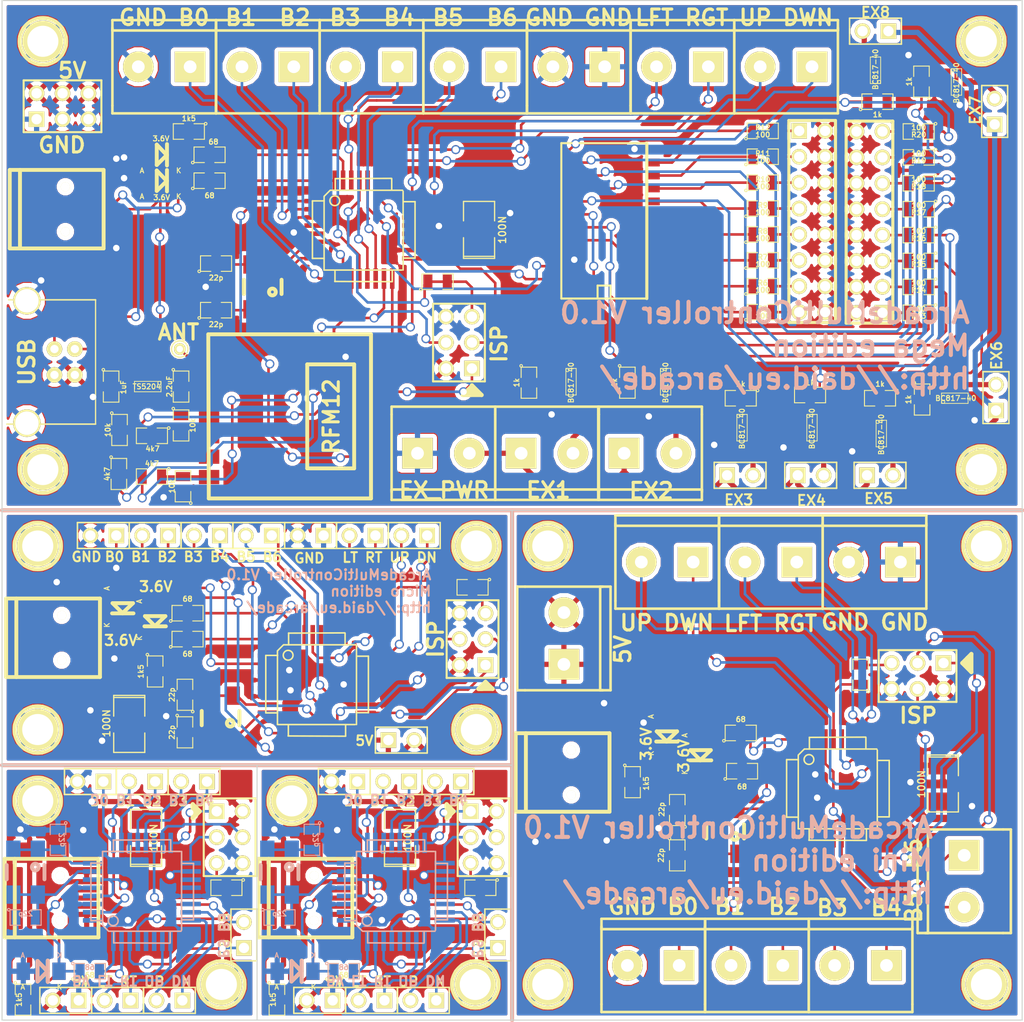
<source format=kicad_pcb>
(kicad_pcb (version 3) (host pcbnew "(2013-04-19 BZR 4011)-stable")
  (layers (15 F.Cu signal) (0 B.Cu signal) (18 B.Paste user) (19 F.Paste user) (20 B.SilkS user) (21 F.SilkS user) (22 B.Mask user) (23 F.Mask user) (28 Edge.Cuts user))
  (net 0 "")
  (net 1 /B0)
  (net 2 /B0_2)
  (net 3 /B0_3)
  (net 4 /B0_4)
  (net 5 /B1)
  (net 6 /B1_2)
  (net 7 /B1_3)
  (net 8 /B1_4)
  (net 9 /B2)
  (net 10 /B2_2)
  (net 11 /B2_3)
  (net 12 /B2_4)
  (net 13 /B3)
  (net 14 /B3_2)
  (net 15 /B3_3)
  (net 16 /B3_4)
  (net 17 /B4)
  (net 18 /B4_2)
  (net 19 /B4_3)
  (net 20 /B4_4)
  (net 21 /B5)
  (net 22 /B5_2)
  (net 23 /B5_3)
  (net 24 /B5_4)
  (net 25 /B6)
  (net 26 /B6_2)
  (net 27 /B6_3)
  (net 28 /B6_4)
  (net 29 /BTN_DOWN)
  (net 30 /BTN_DOWN_2)
  (net 31 /BTN_DOWN_3)
  (net 32 /BTN_DOWN_4)
  (net 33 /BTN_LEFT)
  (net 34 /BTN_LEFT_2)
  (net 35 /BTN_LEFT_3)
  (net 36 /BTN_LEFT_4)
  (net 37 /BTN_RIGHT)
  (net 38 /BTN_RIGHT_2)
  (net 39 /BTN_RIGHT_3)
  (net 40 /BTN_RIGHT_4)
  (net 41 /BTN_UP)
  (net 42 /BTN_UP_2)
  (net 43 /BTN_UP_3)
  (net 44 /BTN_UP_4)
  (net 45 /EX1)
  (net 46 /EX1_OUT)
  (net 47 /EX2)
  (net 48 /EX2_OUT)
  (net 49 /EX3)
  (net 50 /EX3_OUT)
  (net 51 /EX4)
  (net 52 /EX4_OUT)
  (net 53 /EX5)
  (net 54 /EX5_OUT)
  (net 55 /EX6)
  (net 56 /EX6_OUT)
  (net 57 /EX7)
  (net 58 /EX7_OUT)
  (net 59 /EX8)
  (net 60 /EX8_OUT)
  (net 61 /EX_PWR)
  (net 62 /MISO)
  (net 63 /MISO_2)
  (net 64 /MISO_3)
  (net 65 /MISO_4)
  (net 66 /MOSI)
  (net 67 /MOSI_2)
  (net 68 /MOSI_3)
  (net 69 /MOSI_4)
  (net 70 /RESET)
  (net 71 /RESET_2)
  (net 72 /RESET_3)
  (net 73 /RESET_4)
  (net 74 /RF_IRQ)
  (net 75 /RF_SEL)
  (net 76 /SCK)
  (net 77 /SCK_2)
  (net 78 /SCK_3)
  (net 79 /SCK_4)
  (net 80 /SCL)
  (net 81 /SDA)
  (net 82 /USB_D+)
  (net 83 /USB_D+_2)
  (net 84 /USB_D+_3)
  (net 85 /USB_D+_4)
  (net 86 /USB_D-)
  (net 87 /USB_D-_2)
  (net 88 /USB_D-_3)
  (net 89 /USB_D-_4)
  (net 90 /V3.3)
  (net 91 GND)
  (net 92 N-000001)
  (net 93 N-00000100)
  (net 94 N-00000101)
  (net 95 N-00000102)
  (net 96 N-00000103)
  (net 97 N-00000104)
  (net 98 N-00000105)
  (net 99 N-00000108)
  (net 100 N-00000109)
  (net 101 N-00000110)
  (net 102 N-00000111)
  (net 103 N-00000112)
  (net 104 N-00000113)
  (net 105 N-00000128)
  (net 106 N-00000129)
  (net 107 N-00000132)
  (net 108 N-00000137)
  (net 109 N-00000142)
  (net 110 N-00000143)
  (net 111 N-00000144)
  (net 112 N-00000145)
  (net 113 N-00000146)
  (net 114 N-0000015)
  (net 115 N-00000153)
  (net 116 N-00000154)
  (net 117 N-00000155)
  (net 118 N-00000156)
  (net 119 N-00000157)
  (net 120 N-00000158)
  (net 121 N-00000163)
  (net 122 N-00000164)
  (net 123 N-00000165)
  (net 124 N-00000168)
  (net 125 N-0000017)
  (net 126 N-00000172)
  (net 127 N-00000174)
  (net 128 N-00000176)
  (net 129 N-00000177)
  (net 130 N-00000178)
  (net 131 N-0000048)
  (net 132 N-0000050)
  (net 133 N-0000051)
  (net 134 N-0000072)
  (net 135 N-0000073)
  (net 136 N-0000077)
  (net 137 N-0000081)
  (net 138 N-0000082)
  (net 139 N-0000084)
  (net 140 N-0000096)
  (net 141 N-0000097)
  (net 142 N-0000098)
  (net 143 N-0000099)
  (net 144 VCC)
  (module 1pin (layer F.Cu) (at 111.392 121.5)
    (fp_text reference 1PIN hide)
    (fp_text value P*** hide)
    (pad 1 thru_hole circle (at 0 0) (size 4.064 4.064) (drill 3.048) (layers *.Cu *.Mask F.SilkS) (net 91 GND))
  )
  (module 1pin (layer F.Cu) (at 93.392 103.5)
    (fp_text reference 1PIN hide)
    (fp_text value P*** hide)
    (pad 1 thru_hole circle (at 0 0) (size 4.064 4.064) (drill 3.048) (layers *.Cu *.Mask F.SilkS) (net 91 GND))
  )
  (module Crystal_SMD_0603_4Pads_RevA_09Aug2010 (layer B.Cu) (at 92.202 110.49 270)
    (fp_text reference X4 hide)
    (fp_text value 16Mhz hide)
    (pad 1 smd rect (at -2.19964 -1.19888 270) (size 1.80086 1.39954) (layers B.Cu B.Paste B.Mask) (net 138 N-0000082))
    (pad 2 smd rect (at 2.19964 -1.19888 270) (size 1.80086 1.39954) (layers B.Cu B.Paste B.Mask) (net 137 N-0000081))
    (pad 2 smd rect (at 2.19964 1.19888 270) (size 1.80086 1.39954) (layers B.Cu B.Paste B.Mask) (net 137 N-0000081))
    (pad 1 smd rect (at -2.19964 1.19888 270) (size 1.80086 1.39954) (layers B.Cu B.Paste B.Mask) (net 138 N-0000082))
  )
  (module Diode-MiniMELF_Standard_RevA_27July2010 (layer F.Cu) (at 93.726 120.2055)
    (fp_text reference D8 hide)
    (fp_text value 3.6V hide)
    (fp_text user A (at -1.80086 1.5494) (layer F.SilkS) (effects (font (size 0.50038 0.50038) (thickness 0.09906))))
    (fp_text user K (at 1.80086 1.5494) (layer F.SilkS) (effects (font (size 0.50038 0.50038) (thickness 0.09906))))
    (pad 1 smd rect (at -1.75006 0) (size 1.30048 1.69926) (layers F.Cu F.Paste F.Mask) (net 91 GND))
    (pad 2 smd rect (at 1.75006 0) (size 1.30048 1.69926) (layers F.Cu F.Paste F.Mask) (net 134 N-0000072))
  )
  (module Diode-MiniMELF_Standard_RevA_27July2010 (layer B.Cu) (at 93.726 120.2055)
    (fp_text reference D7 hide)
    (fp_text value 3.6V hide)
    (fp_text user A (at -1.80086 -1.5494) (layer B.SilkS) (effects (font (size 0.50038 0.50038) (thickness 0.09906)) (justify mirror)))
    (fp_text user K (at 1.80086 -1.5494) (layer B.SilkS) (effects (font (size 0.50038 0.50038) (thickness 0.09906)) (justify mirror)))
    (pad 1 smd rect (at -1.75006 0) (size 1.30048 1.69926) (layers B.Cu B.Paste B.Mask) (net 91 GND))
    (pad 2 smd rect (at 1.75006 0) (size 1.30048 1.69926) (layers B.Cu B.Paste B.Mask) (net 135 N-0000073))
  )
  (module PIN_ARRAY_2X1 (layer F.Cu) (at 96.139 123.063 180)
    (fp_text reference P48 hide)
    (fp_text value 5V hide)
    (pad 1 thru_hole rect (at -1.27 0 180) (size 1.524 1.524) (drill 1.016) (layers *.Cu *.Mask F.SilkS) (net 91 GND))
    (pad 2 thru_hole circle (at 1.27 0 180) (size 1.524 1.524) (drill 1.016) (layers *.Cu *.Mask F.SilkS) (net 144 VCC))
  )
  (module PIN_ARRAY_2X1 (layer F.Cu) (at 98.552 101.6 180)
    (fp_text reference P47 hide)
    (fp_text value "GND B0" hide)
    (pad 1 thru_hole rect (at -1.27 0 180) (size 1.524 1.524) (drill 1.016) (layers *.Cu *.Mask F.SilkS) (net 4 /B0_4))
    (pad 2 thru_hole circle (at 1.27 0 180) (size 1.524 1.524) (drill 1.016) (layers *.Cu *.Mask F.SilkS) (net 91 GND))
  )
  (module PIN_ARRAY_2X1 (layer F.Cu) (at 103.632 101.6 180)
    (fp_text reference P46 hide)
    (fp_text value "B1  B2" hide)
    (pad 1 thru_hole rect (at -1.27 0 180) (size 1.524 1.524) (drill 1.016) (layers *.Cu *.Mask F.SilkS) (net 12 /B2_4))
    (pad 2 thru_hole circle (at 1.27 0 180) (size 1.524 1.524) (drill 1.016) (layers *.Cu *.Mask F.SilkS) (net 8 /B1_4))
  )
  (module PIN_ARRAY_2X1 (layer F.Cu) (at 108.712 101.6 180)
    (fp_text reference P45 hide)
    (fp_text value "B3  B4" hide)
    (pad 1 thru_hole rect (at -1.27 0 180) (size 1.524 1.524) (drill 1.016) (layers *.Cu *.Mask F.SilkS) (net 20 /B4_4))
    (pad 2 thru_hole circle (at 1.27 0 180) (size 1.524 1.524) (drill 1.016) (layers *.Cu *.Mask F.SilkS) (net 16 /B3_4))
  )
  (module PIN_ARRAY_2X1 (layer F.Cu) (at 113.6015 116.6495 90)
    (fp_text reference P44 hide)
    (fp_text value "B5  B6" hide)
    (pad 1 thru_hole rect (at -1.27 0 90) (size 1.524 1.524) (drill 1.016) (layers *.Cu *.Mask F.SilkS) (net 28 /B6_4))
    (pad 2 thru_hole circle (at 1.27 0 90) (size 1.524 1.524) (drill 1.016) (layers *.Cu *.Mask F.SilkS) (net 24 /B5_4))
  )
  (module PIN_ARRAY_2X1 (layer F.Cu) (at 101.219 123.063 180)
    (fp_text reference P42 hide)
    (fp_text value "LFT RGT" hide)
    (pad 1 thru_hole rect (at -1.27 0 180) (size 1.524 1.524) (drill 1.016) (layers *.Cu *.Mask F.SilkS) (net 40 /BTN_RIGHT_4))
    (pad 2 thru_hole circle (at 1.27 0 180) (size 1.524 1.524) (drill 1.016) (layers *.Cu *.Mask F.SilkS) (net 36 /BTN_LEFT_4))
  )
  (module PIN_ARRAY_2X1 (layer F.Cu) (at 106.299 123.063 180)
    (fp_text reference P41 hide)
    (fp_text value "UP DWN" hide)
    (pad 1 thru_hole rect (at -1.27 0 180) (size 1.524 1.524) (drill 1.016) (layers *.Cu *.Mask F.SilkS) (net 32 /BTN_DOWN_4))
    (pad 2 thru_hole circle (at 1.27 0 180) (size 1.524 1.524) (drill 1.016) (layers *.Cu *.Mask F.SilkS) (net 44 /BTN_UP_4))
  )
  (module pin_array_3x2 (layer F.Cu) (at 112.2045 107.061 270)
    (fp_text reference P40 hide)
    (fp_text value ISP hide)
    (pad 1 thru_hole rect (at -2.54 1.27 270) (size 1.524 1.524) (drill 1.016) (layers *.Cu *.Mask F.SilkS) (net 65 /MISO_4))
    (pad 2 thru_hole circle (at -2.54 -1.27 270) (size 1.524 1.524) (drill 1.016) (layers *.Cu *.Mask F.SilkS) (net 144 VCC))
    (pad 3 thru_hole circle (at 0 1.27 270) (size 1.524 1.524) (drill 1.016) (layers *.Cu *.Mask F.SilkS) (net 79 /SCK_4))
    (pad 4 thru_hole circle (at 0 -1.27 270) (size 1.524 1.524) (drill 1.016) (layers *.Cu *.Mask F.SilkS) (net 69 /MOSI_4))
    (pad 5 thru_hole circle (at 2.54 1.27 270) (size 1.524 1.524) (drill 1.016) (layers *.Cu *.Mask F.SilkS) (net 73 /RESET_4))
    (pad 6 thru_hole circle (at 2.54 -1.27 270) (size 1.524 1.524) (drill 1.016) (layers *.Cu *.Mask F.SilkS) (net 91 GND))
  )
  (module SM0805 (layer F.Cu) (at 91.948 122.9995 270)
    (fp_text reference R43 hide)
    (fp_text value 1k5 (at 0 0.381 270) (layer F.SilkS) (effects (font (size 0.50038 0.50038) (thickness 0.10922))))
    (pad 1 smd rect (at -0.9525 0 270) (size 0.889 1.397) (layers F.Cu F.Paste F.Mask) (net 134 N-0000072))
    (pad 2 smd rect (at 0.9525 0 270) (size 0.889 1.397) (layers F.Cu F.Paste F.Mask) (net 144 VCC))
  )
  (module SM0805 (layer B.Cu) (at 98.4885 120.2055)
    (fp_text reference R44 hide)
    (fp_text value 68 (at 0 -0.381) (layer B.SilkS) (effects (font (size 0.50038 0.50038) (thickness 0.10922)) (justify mirror)))
    (pad 1 smd rect (at -0.9525 0) (size 0.889 1.397) (layers B.Cu B.Paste B.Mask) (net 135 N-0000073))
    (pad 2 smd rect (at 0.9525 0) (size 0.889 1.397) (layers B.Cu B.Paste B.Mask) (net 85 /USB_D+_4))
  )
  (module SM0805 (layer F.Cu) (at 98.4885 120.2055)
    (fp_text reference R45 hide)
    (fp_text value 68 (at 0 0.381) (layer F.SilkS) (effects (font (size 0.50038 0.50038) (thickness 0.10922))))
    (pad 1 smd rect (at -0.9525 0) (size 0.889 1.397) (layers F.Cu F.Paste F.Mask) (net 134 N-0000072))
    (pad 2 smd rect (at 0.9525 0) (size 0.889 1.397) (layers F.Cu F.Paste F.Mask) (net 89 /USB_D-_4))
  )
  (module SM0805 (layer F.Cu) (at 111.887 112.014 180)
    (fp_text reference R46 hide)
    (fp_text value 0 hide)
    (pad 1 smd rect (at -0.9525 0 180) (size 0.889 1.397) (layers F.Cu F.Paste F.Mask) (net 73 /RESET_4))
    (pad 2 smd rect (at 0.9525 0 180) (size 0.889 1.397) (layers F.Cu F.Paste F.Mask) (net 73 /RESET_4))
  )
  (module SM0805 (layer B.Cu) (at 95.377 107.315 270)
    (fp_text reference C13 hide)
    (fp_text value 22p (at 0 -0.381 270) (layer B.SilkS) (effects (font (size 0.50038 0.50038) (thickness 0.10922)) (justify mirror)))
    (pad 1 smd rect (at -0.9525 0 270) (size 0.889 1.397) (layers B.Cu B.Paste B.Mask) (net 91 GND))
    (pad 2 smd rect (at 0.9525 0 270) (size 0.889 1.397) (layers B.Cu B.Paste B.Mask) (net 138 N-0000082))
  )
  (module SM0805 (layer B.Cu) (at 92.202 114.935)
    (fp_text reference C12 hide)
    (fp_text value 22p (at 0 -0.381) (layer B.SilkS) (effects (font (size 0.50038 0.50038) (thickness 0.10922)) (justify mirror)))
    (pad 1 smd rect (at -0.9525 0) (size 0.889 1.397) (layers B.Cu B.Paste B.Mask) (net 91 GND))
    (pad 2 smd rect (at 0.9525 0) (size 0.889 1.397) (layers B.Cu B.Paste B.Mask) (net 137 N-0000081))
  )
  (module SM1210L (layer F.Cu) (at 104.013 107.1245 90)
    (fp_text reference C14 hide)
    (fp_text value 100N (at 0 0.762 90) (layer F.SilkS) (effects (font (size 0.7 0.7) (thickness 0.127))))
    (pad 1 smd rect (at -1.778 0 90) (size 1.778 2.794) (layers F.Cu F.Paste F.Mask) (net 144 VCC))
    (pad 2 smd rect (at 1.778 0 90) (size 1.778 2.794) (layers F.Cu F.Paste F.Mask) (net 91 GND))
  )
  (module TQFP32 (layer B.Cu) (at 103.632 112.395)
    (fp_text reference IC4 hide)
    (fp_text value ATMEGA8A-A hide)
    (pad 8 smd rect (at -4.81584 -2.77622) (size 1.99898 0.44958) (layers B.Cu B.Paste B.Mask) (net 138 N-0000082))
    (pad 7 smd rect (at -4.81584 -1.97612) (size 1.99898 0.44958) (layers B.Cu B.Paste B.Mask) (net 137 N-0000081))
    (pad 6 smd rect (at -4.81584 -1.17602) (size 1.99898 0.44958) (layers B.Cu B.Paste B.Mask) (net 144 VCC))
    (pad 5 smd rect (at -4.81584 -0.37592) (size 1.99898 0.44958) (layers B.Cu B.Paste B.Mask) (net 91 GND))
    (pad 4 smd rect (at -4.81584 0.42418) (size 1.99898 0.44958) (layers B.Cu B.Paste B.Mask) (net 144 VCC))
    (pad 3 smd rect (at -4.81584 1.22428) (size 1.99898 0.44958) (layers B.Cu B.Paste B.Mask) (net 91 GND))
    (pad 2 smd rect (at -4.81584 2.02438) (size 1.99898 0.44958) (layers B.Cu B.Paste B.Mask) (net 8 /B1_4))
    (pad 1 smd rect (at -4.81584 2.82448) (size 1.99898 0.44958) (layers B.Cu B.Paste B.Mask))
    (pad 24 smd rect (at 4.7498 2.8194) (size 1.99898 0.44958) (layers B.Cu B.Paste B.Mask) (net 44 /BTN_UP_4))
    (pad 17 smd rect (at 4.7498 -2.794) (size 1.99898 0.44958) (layers B.Cu B.Paste B.Mask) (net 79 /SCK_4))
    (pad 18 smd rect (at 4.7498 -1.9812) (size 1.99898 0.44958) (layers B.Cu B.Paste B.Mask) (net 144 VCC))
    (pad 19 smd rect (at 4.7498 -1.1684) (size 1.99898 0.44958) (layers B.Cu B.Paste B.Mask))
    (pad 20 smd rect (at 4.7498 -0.381) (size 1.99898 0.44958) (layers B.Cu B.Paste B.Mask))
    (pad 21 smd rect (at 4.7498 0.4318) (size 1.99898 0.44958) (layers B.Cu B.Paste B.Mask) (net 91 GND))
    (pad 22 smd rect (at 4.7498 1.2192) (size 1.99898 0.44958) (layers B.Cu B.Paste B.Mask))
    (pad 23 smd rect (at 4.7498 2.032) (size 1.99898 0.44958) (layers B.Cu B.Paste B.Mask) (net 32 /BTN_DOWN_4))
    (pad 32 smd rect (at -2.82448 4.826) (size 0.44958 1.99898) (layers B.Cu B.Paste B.Mask) (net 85 /USB_D+_4))
    (pad 31 smd rect (at -2.02692 4.826) (size 0.44958 1.99898) (layers B.Cu B.Paste B.Mask) (net 89 /USB_D-_4))
    (pad 30 smd rect (at -1.22428 4.826) (size 0.44958 1.99898) (layers B.Cu B.Paste B.Mask) (net 28 /B6_4))
    (pad 29 smd rect (at -0.42672 4.826) (size 0.44958 1.99898) (layers B.Cu B.Paste B.Mask) (net 73 /RESET_4))
    (pad 28 smd rect (at 0.37592 4.826) (size 0.44958 1.99898) (layers B.Cu B.Paste B.Mask))
    (pad 27 smd rect (at 1.17348 4.826) (size 0.44958 1.99898) (layers B.Cu B.Paste B.Mask))
    (pad 26 smd rect (at 1.97612 4.826) (size 0.44958 1.99898) (layers B.Cu B.Paste B.Mask) (net 36 /BTN_LEFT_4))
    (pad 25 smd rect (at 2.77368 4.826) (size 0.44958 1.99898) (layers B.Cu B.Paste B.Mask) (net 40 /BTN_RIGHT_4))
    (pad 9 smd rect (at -2.8194 -4.7752) (size 0.44958 1.99898) (layers B.Cu B.Paste B.Mask) (net 4 /B0_4))
    (pad 10 smd rect (at -2.032 -4.7752) (size 0.44958 1.99898) (layers B.Cu B.Paste B.Mask) (net 12 /B2_4))
    (pad 11 smd rect (at -1.2192 -4.7752) (size 0.44958 1.99898) (layers B.Cu B.Paste B.Mask))
    (pad 12 smd rect (at -0.4318 -4.7752) (size 0.44958 1.99898) (layers B.Cu B.Paste B.Mask) (net 16 /B3_4))
    (pad 13 smd rect (at 0.3556 -4.7752) (size 0.44958 1.99898) (layers B.Cu B.Paste B.Mask) (net 20 /B4_4))
    (pad 14 smd rect (at 1.1684 -4.7752) (size 0.44958 1.99898) (layers B.Cu B.Paste B.Mask) (net 24 /B5_4))
    (pad 15 smd rect (at 1.9812 -4.7752) (size 0.44958 1.99898) (layers B.Cu B.Paste B.Mask) (net 69 /MOSI_4))
    (pad 16 smd rect (at 2.794 -4.7752) (size 0.44958 1.99898) (layers B.Cu B.Paste B.Mask) (net 65 /MISO_4))
  )
  (module USB_MINI_B (layer F.Cu) (at 94.742 113.03)
    (fp_text reference CON4 hide)
    (fp_text value USB-MINI-B hide)
    (pad 1 smd rect (at 3.44932 -1.6002) (size 2.30124 0.50038) (layers F.Cu F.Paste F.Mask) (net 144 VCC))
    (pad 2 smd rect (at 3.44932 -0.8001) (size 2.30124 0.50038) (layers F.Cu F.Paste F.Mask) (net 135 N-0000073))
    (pad 3 smd rect (at 3.44932 0) (size 2.30124 0.50038) (layers F.Cu F.Paste F.Mask) (net 134 N-0000072))
    (pad 4 smd rect (at 3.44932 0.8001) (size 2.30124 0.50038) (layers F.Cu F.Paste F.Mask))
    (pad 5 smd rect (at 3.44932 1.6002) (size 2.30124 0.50038) (layers F.Cu F.Paste F.Mask) (net 91 GND))
    (pad 6 smd rect (at 3.35026 -4.45008) (size 2.49936 1.99898) (layers F.Cu F.Paste F.Mask) (net 91 GND))
    (pad 7 smd rect (at -2.14884 -4.45008) (size 2.49936 1.99898) (layers F.Cu F.Paste F.Mask) (net 91 GND))
    (pad 8 smd rect (at 3.35026 4.45008) (size 2.49936 1.99898) (layers F.Cu F.Paste F.Mask) (net 91 GND))
    (pad 9 smd rect (at -2.14884 4.45008) (size 2.49936 1.99898) (layers F.Cu F.Paste F.Mask) (net 91 GND))
    (pad "" np_thru_hole circle (at 0.8509 -2.19964) (size 0.89916 0.89916) (drill 0.89916) (layers *.Cu *.Mask F.SilkS))
    (pad "" np_thru_hole circle (at 0.8509 2.19964) (size 0.89916 0.89916) (drill 0.89916) (layers *.Cu *.Mask F.SilkS))
  )
  (module 1pin (layer F.Cu) (at 161 71)
    (fp_text reference 1PIN hide)
    (fp_text value P*** hide)
    (pad 1 thru_hole circle (at 0 0) (size 4.064 4.064) (drill 3.048) (layers *.Cu *.Mask F.SilkS) (net 91 GND))
  )
  (module TQFP32 (layer F.Cu) (at 100.457 47.498)
    (fp_text reference IC1 hide)
    (fp_text value ATMEGA8A-A hide)
    (pad 8 smd rect (at -4.81584 2.77622) (size 1.99898 0.44958) (layers F.Cu F.Paste F.Mask) (net 106 N-00000129))
    (pad 7 smd rect (at -4.81584 1.97612) (size 1.99898 0.44958) (layers F.Cu F.Paste F.Mask) (net 105 N-00000128))
    (pad 6 smd rect (at -4.81584 1.17602) (size 1.99898 0.44958) (layers F.Cu F.Paste F.Mask) (net 144 VCC))
    (pad 5 smd rect (at -4.81584 0.37592) (size 1.99898 0.44958) (layers F.Cu F.Paste F.Mask) (net 91 GND))
    (pad 4 smd rect (at -4.81584 -0.42418) (size 1.99898 0.44958) (layers F.Cu F.Paste F.Mask) (net 144 VCC))
    (pad 3 smd rect (at -4.81584 -1.22428) (size 1.99898 0.44958) (layers F.Cu F.Paste F.Mask) (net 91 GND))
    (pad 2 smd rect (at -4.81584 -2.02438) (size 1.99898 0.44958) (layers F.Cu F.Paste F.Mask) (net 5 /B1))
    (pad 1 smd rect (at -4.81584 -2.82448) (size 1.99898 0.44958) (layers F.Cu F.Paste F.Mask) (net 74 /RF_IRQ))
    (pad 24 smd rect (at 4.7498 -2.8194) (size 1.99898 0.44958) (layers F.Cu F.Paste F.Mask) (net 41 /BTN_UP))
    (pad 17 smd rect (at 4.7498 2.794) (size 1.99898 0.44958) (layers F.Cu F.Paste F.Mask) (net 76 /SCK))
    (pad 18 smd rect (at 4.7498 1.9812) (size 1.99898 0.44958) (layers F.Cu F.Paste F.Mask) (net 144 VCC))
    (pad 19 smd rect (at 4.7498 1.1684) (size 1.99898 0.44958) (layers F.Cu F.Paste F.Mask))
    (pad 20 smd rect (at 4.7498 0.381) (size 1.99898 0.44958) (layers F.Cu F.Paste F.Mask))
    (pad 21 smd rect (at 4.7498 -0.4318) (size 1.99898 0.44958) (layers F.Cu F.Paste F.Mask) (net 91 GND))
    (pad 22 smd rect (at 4.7498 -1.2192) (size 1.99898 0.44958) (layers F.Cu F.Paste F.Mask))
    (pad 23 smd rect (at 4.7498 -2.032) (size 1.99898 0.44958) (layers F.Cu F.Paste F.Mask) (net 29 /BTN_DOWN))
    (pad 32 smd rect (at -2.82448 -4.826) (size 0.44958 1.99898) (layers F.Cu F.Paste F.Mask) (net 82 /USB_D+))
    (pad 31 smd rect (at -2.02692 -4.826) (size 0.44958 1.99898) (layers F.Cu F.Paste F.Mask) (net 86 /USB_D-))
    (pad 30 smd rect (at -1.22428 -4.826) (size 0.44958 1.99898) (layers F.Cu F.Paste F.Mask) (net 25 /B6))
    (pad 29 smd rect (at -0.42672 -4.826) (size 0.44958 1.99898) (layers F.Cu F.Paste F.Mask) (net 70 /RESET))
    (pad 28 smd rect (at 0.37592 -4.826) (size 0.44958 1.99898) (layers F.Cu F.Paste F.Mask) (net 80 /SCL))
    (pad 27 smd rect (at 1.17348 -4.826) (size 0.44958 1.99898) (layers F.Cu F.Paste F.Mask) (net 81 /SDA))
    (pad 26 smd rect (at 1.97612 -4.826) (size 0.44958 1.99898) (layers F.Cu F.Paste F.Mask) (net 33 /BTN_LEFT))
    (pad 25 smd rect (at 2.77368 -4.826) (size 0.44958 1.99898) (layers F.Cu F.Paste F.Mask) (net 37 /BTN_RIGHT))
    (pad 9 smd rect (at -2.8194 4.7752) (size 0.44958 1.99898) (layers F.Cu F.Paste F.Mask) (net 1 /B0))
    (pad 10 smd rect (at -2.032 4.7752) (size 0.44958 1.99898) (layers F.Cu F.Paste F.Mask) (net 9 /B2))
    (pad 11 smd rect (at -1.2192 4.7752) (size 0.44958 1.99898) (layers F.Cu F.Paste F.Mask) (net 75 /RF_SEL))
    (pad 12 smd rect (at -0.4318 4.7752) (size 0.44958 1.99898) (layers F.Cu F.Paste F.Mask) (net 13 /B3))
    (pad 13 smd rect (at 0.3556 4.7752) (size 0.44958 1.99898) (layers F.Cu F.Paste F.Mask) (net 17 /B4))
    (pad 14 smd rect (at 1.1684 4.7752) (size 0.44958 1.99898) (layers F.Cu F.Paste F.Mask) (net 21 /B5))
    (pad 15 smd rect (at 1.9812 4.7752) (size 0.44958 1.99898) (layers F.Cu F.Paste F.Mask) (net 66 /MOSI))
    (pad 16 smd rect (at 2.794 4.7752) (size 0.44958 1.99898) (layers F.Cu F.Paste F.Mask) (net 62 /MISO))
  )
  (module SM0805 (layer F.Cu) (at 85.344 40.132)
    (fp_text reference R3 hide)
    (fp_text value 68 (at 0.381 -1.27) (layer F.SilkS) (effects (font (size 0.50038 0.50038) (thickness 0.10922))))
    (pad 1 smd rect (at -0.9525 0) (size 0.889 1.397) (layers F.Cu F.Paste F.Mask) (net 126 N-00000172))
    (pad 2 smd rect (at 0.9525 0) (size 0.889 1.397) (layers F.Cu F.Paste F.Mask) (net 86 /USB_D-))
  )
  (module SM0805 (layer F.Cu) (at 85.344 42.672)
    (fp_text reference R2 hide)
    (fp_text value 68 (at 0 1.4605) (layer F.SilkS) (effects (font (size 0.50038 0.50038) (thickness 0.10922))))
    (pad 1 smd rect (at -0.9525 0) (size 0.889 1.397) (layers F.Cu F.Paste F.Mask) (net 127 N-00000174))
    (pad 2 smd rect (at 0.9525 0) (size 0.889 1.397) (layers F.Cu F.Paste F.Mask) (net 82 /USB_D+))
  )
  (module SM0805 (layer F.Cu) (at 83.312 37.846 180)
    (fp_text reference R1 hide)
    (fp_text value 1k5 (at 0 1.27 180) (layer F.SilkS) (effects (font (size 0.50038 0.50038) (thickness 0.10922))))
    (pad 1 smd rect (at -0.9525 0 180) (size 0.889 1.397) (layers F.Cu F.Paste F.Mask) (net 126 N-00000172))
    (pad 2 smd rect (at 0.9525 0 180) (size 0.889 1.397) (layers F.Cu F.Paste F.Mask) (net 144 VCC))
  )
  (module pin_array_3x2 (layer F.Cu) (at 109.7915 58.547 90)
    (fp_text reference P1 hide)
    (fp_text value ISP hide)
    (pad 1 thru_hole rect (at -2.54 1.27 90) (size 1.524 1.524) (drill 1.016) (layers *.Cu *.Mask F.SilkS) (net 62 /MISO))
    (pad 2 thru_hole circle (at -2.54 -1.27 90) (size 1.524 1.524) (drill 1.016) (layers *.Cu *.Mask F.SilkS) (net 144 VCC))
    (pad 3 thru_hole circle (at 0 1.27 90) (size 1.524 1.524) (drill 1.016) (layers *.Cu *.Mask F.SilkS) (net 76 /SCK))
    (pad 4 thru_hole circle (at 0 -1.27 90) (size 1.524 1.524) (drill 1.016) (layers *.Cu *.Mask F.SilkS) (net 66 /MOSI))
    (pad 5 thru_hole circle (at 2.54 1.27 90) (size 1.524 1.524) (drill 1.016) (layers *.Cu *.Mask F.SilkS) (net 70 /RESET))
    (pad 6 thru_hole circle (at 2.54 -1.27 90) (size 1.524 1.524) (drill 1.016) (layers *.Cu *.Mask F.SilkS) (net 91 GND))
  )
  (module Diode-MiniMELF_Standard_RevA_27July2010 (layer F.Cu) (at 80.518 40.132)
    (fp_text reference D2 hide)
    (fp_text value 3.6V (at 0.0635 -1.5875) (layer F.SilkS) (effects (font (size 0.50038 0.50038) (thickness 0.10922))))
    (fp_text user A (at -1.80086 1.5494) (layer F.SilkS) (effects (font (size 0.50038 0.50038) (thickness 0.09906))))
    (fp_text user K (at 1.80086 1.5494) (layer F.SilkS) (effects (font (size 0.50038 0.50038) (thickness 0.09906))))
    (pad 1 smd rect (at -1.75006 0) (size 1.30048 1.69926) (layers F.Cu F.Paste F.Mask) (net 91 GND))
    (pad 2 smd rect (at 1.75006 0) (size 1.30048 1.69926) (layers F.Cu F.Paste F.Mask) (net 126 N-00000172))
  )
  (module Diode-MiniMELF_Standard_RevA_27July2010 (layer F.Cu) (at 80.518 42.672)
    (fp_text reference D1 hide)
    (fp_text value 3.6V (at 0.127 1.651) (layer F.SilkS) (effects (font (size 0.50038 0.50038) (thickness 0.10922))))
    (fp_text user A (at -1.80086 1.5494) (layer F.SilkS) (effects (font (size 0.50038 0.50038) (thickness 0.09906))))
    (fp_text user K (at 1.80086 1.5494) (layer F.SilkS) (effects (font (size 0.50038 0.50038) (thickness 0.09906))))
    (pad 1 smd rect (at -1.75006 0) (size 1.30048 1.69926) (layers F.Cu F.Paste F.Mask) (net 91 GND))
    (pad 2 smd rect (at 1.75006 0) (size 1.30048 1.69926) (layers F.Cu F.Paste F.Mask) (net 127 N-00000174))
  )
  (module SM1210L (layer F.Cu) (at 111.76 47.498 90)
    (fp_text reference C3 hide)
    (fp_text value 100N (at 0 2.286 90) (layer F.SilkS) (effects (font (size 0.7 0.7) (thickness 0.127))))
    (pad 1 smd rect (at -1.778 0 90) (size 1.778 2.794) (layers F.Cu F.Paste F.Mask) (net 144 VCC))
    (pad 2 smd rect (at 1.778 0 90) (size 1.778 2.794) (layers F.Cu F.Paste F.Mask) (net 91 GND))
  )
  (module SM0805 (layer F.Cu) (at 85.979 50.8)
    (fp_text reference C1 hide)
    (fp_text value 22p (at 0 1.397) (layer F.SilkS) (effects (font (size 0.50038 0.50038) (thickness 0.10922))))
    (pad 1 smd rect (at -0.9525 0) (size 0.889 1.397) (layers F.Cu F.Paste F.Mask) (net 91 GND))
    (pad 2 smd rect (at 0.9525 0) (size 0.889 1.397) (layers F.Cu F.Paste F.Mask) (net 105 N-00000128))
  )
  (module SM0805 (layer F.Cu) (at 85.979 55.372)
    (fp_text reference C2 hide)
    (fp_text value 22p (at 0 1.397) (layer F.SilkS) (effects (font (size 0.50038 0.50038) (thickness 0.10922))))
    (pad 1 smd rect (at -0.9525 0) (size 0.889 1.397) (layers F.Cu F.Paste F.Mask) (net 91 GND))
    (pad 2 smd rect (at 0.9525 0) (size 0.889 1.397) (layers F.Cu F.Paste F.Mask) (net 106 N-00000129))
  )
  (module Crystal_SMD_0603_4Pads_RevA_09Aug2010 (layer F.Cu) (at 90.551 53.086 90)
    (fp_text reference X1 hide)
    (fp_text value 16Mhz hide)
    (pad 1 smd rect (at -2.19964 1.19888 90) (size 1.80086 1.39954) (layers F.Cu F.Paste F.Mask) (net 106 N-00000129))
    (pad 2 smd rect (at 2.19964 1.19888 90) (size 1.80086 1.39954) (layers F.Cu F.Paste F.Mask) (net 105 N-00000128))
    (pad 2 smd rect (at 2.19964 -1.19888 90) (size 1.80086 1.39954) (layers F.Cu F.Paste F.Mask) (net 105 N-00000128))
    (pad 1 smd rect (at -2.19964 -1.19888 90) (size 1.80086 1.39954) (layers F.Cu F.Paste F.Mask) (net 106 N-00000129))
  )
  (module mors_2p (layer F.Cu) (at 141.858 31.496 180)
    (fp_text reference P2 hide)
    (fp_text value "UP DWN" (at -0.001 4.826 180) (layer F.SilkS) (effects (font (size 1.524 1.524) (thickness 0.3048))))
    (pad 1 thru_hole rect (at -2.54 0 180) (size 2.99974 2.99974) (drill 1.24968) (layers *.Cu *.Mask F.SilkS) (net 29 /BTN_DOWN))
    (pad 2 thru_hole circle (at 2.54 0 180) (size 2.99974 2.99974) (drill 1.24968) (layers *.Cu *.Mask F.SilkS) (net 41 /BTN_UP))
  )
  (module mors_2p (layer F.Cu) (at 131.698 31.496 180)
    (fp_text reference P3 hide)
    (fp_text value "LFT RGT" (at 0.0625 4.826 180) (layer F.SilkS) (effects (font (size 1.524 1.524) (thickness 0.3048))))
    (pad 1 thru_hole rect (at -2.54 0 180) (size 2.99974 2.99974) (drill 1.24968) (layers *.Cu *.Mask F.SilkS) (net 37 /BTN_RIGHT))
    (pad 2 thru_hole circle (at 2.54 0 180) (size 2.99974 2.99974) (drill 1.24968) (layers *.Cu *.Mask F.SilkS) (net 33 /BTN_LEFT))
  )
  (module mors_2p (layer F.Cu) (at 121.538 31.496 180)
    (fp_text reference P4 hide)
    (fp_text value "GND GND" (at -0.001 4.826 180) (layer F.SilkS) (effects (font (size 1.524 1.524) (thickness 0.3048))))
    (pad 1 thru_hole rect (at -2.54 0 180) (size 2.99974 2.99974) (drill 1.24968) (layers *.Cu *.Mask F.SilkS) (net 91 GND))
    (pad 2 thru_hole circle (at 2.54 0 180) (size 2.99974 2.99974) (drill 1.24968) (layers *.Cu *.Mask F.SilkS) (net 91 GND))
  )
  (module mors_2p (layer F.Cu) (at 111.378 31.496 180)
    (fp_text reference P5 hide)
    (fp_text value "B5  B6" (at -0.001 4.826 180) (layer F.SilkS) (effects (font (size 1.524 1.524) (thickness 0.3048))))
    (pad 1 thru_hole rect (at -2.54 0 180) (size 2.99974 2.99974) (drill 1.24968) (layers *.Cu *.Mask F.SilkS) (net 25 /B6))
    (pad 2 thru_hole circle (at 2.54 0 180) (size 2.99974 2.99974) (drill 1.24968) (layers *.Cu *.Mask F.SilkS) (net 21 /B5))
  )
  (module mors_2p (layer F.Cu) (at 101.218 31.496 180)
    (fp_text reference P6 hide)
    (fp_text value "B3  B4" (at -0.0645 4.826 180) (layer F.SilkS) (effects (font (size 1.524 1.524) (thickness 0.3048))))
    (pad 1 thru_hole rect (at -2.54 0 180) (size 2.99974 2.99974) (drill 1.24968) (layers *.Cu *.Mask F.SilkS) (net 17 /B4))
    (pad 2 thru_hole circle (at 2.54 0 180) (size 2.99974 2.99974) (drill 1.24968) (layers *.Cu *.Mask F.SilkS) (net 13 /B3))
  )
  (module mors_2p (layer F.Cu) (at 91.058 31.496 180)
    (fp_text reference P7 hide)
    (fp_text value "B1  B2" (at -0.001 4.826 180) (layer F.SilkS) (effects (font (size 1.524 1.524) (thickness 0.3048))))
    (pad 1 thru_hole rect (at -2.54 0 180) (size 2.99974 2.99974) (drill 1.24968) (layers *.Cu *.Mask F.SilkS) (net 9 /B2))
    (pad 2 thru_hole circle (at 2.54 0 180) (size 2.99974 2.99974) (drill 1.24968) (layers *.Cu *.Mask F.SilkS) (net 5 /B1))
  )
  (module mors_2p (layer F.Cu) (at 80.898 31.496 180)
    (fp_text reference P8 hide)
    (fp_text value "GND B0" (at -0.001 4.826 180) (layer F.SilkS) (effects (font (size 1.524 1.524) (thickness 0.3048))))
    (pad 1 thru_hole rect (at -2.54 0 180) (size 2.99974 2.99974) (drill 1.24968) (layers *.Cu *.Mask F.SilkS) (net 1 /B0))
    (pad 2 thru_hole circle (at 2.54 0 180) (size 2.99974 2.99974) (drill 1.24968) (layers *.Cu *.Mask F.SilkS) (net 91 GND))
  )
  (module SO24E (layer F.Cu) (at 124.0155 46.609 90)
    (fp_text reference U1 hide)
    (fp_text value PCA9532 hide)
    (pad 1 smd rect (at -6.985 4.826 90) (size 0.762 1.27) (layers F.Cu F.Paste F.Mask) (net 144 VCC))
    (pad 2 smd rect (at -5.715 4.826 90) (size 0.762 1.27) (layers F.Cu F.Paste F.Mask) (net 144 VCC))
    (pad 3 smd rect (at -4.445 4.826 90) (size 0.762 1.27) (layers F.Cu F.Paste F.Mask) (net 144 VCC))
    (pad 4 smd rect (at -3.175 4.826 90) (size 0.762 1.27) (layers F.Cu F.Paste F.Mask) (net 98 N-00000105))
    (pad 5 smd rect (at -1.905 4.826 90) (size 0.762 1.27) (layers F.Cu F.Paste F.Mask) (net 97 N-00000104))
    (pad 6 smd rect (at -0.635 4.826 90) (size 0.762 1.27) (layers F.Cu F.Paste F.Mask) (net 96 N-00000103))
    (pad 7 smd rect (at 0.635 4.826 90) (size 0.762 1.27) (layers F.Cu F.Paste F.Mask) (net 140 N-0000096))
    (pad 8 smd rect (at 1.905 4.826 90) (size 0.762 1.27) (layers F.Cu F.Paste F.Mask) (net 95 N-00000102))
    (pad 9 smd rect (at 3.175 4.826 90) (size 0.762 1.27) (layers F.Cu F.Paste F.Mask) (net 94 N-00000101))
    (pad 10 smd rect (at 4.445 4.826 90) (size 0.762 1.27) (layers F.Cu F.Paste F.Mask) (net 93 N-00000100))
    (pad 11 smd rect (at 5.715 4.826 90) (size 0.762 1.27) (layers F.Cu F.Paste F.Mask) (net 142 N-0000098))
    (pad 12 smd rect (at 6.985 4.826 90) (size 0.762 1.27) (layers F.Cu F.Paste F.Mask) (net 91 GND))
    (pad 24 smd rect (at -6.985 -4.826 90) (size 0.762 1.27) (layers F.Cu F.Paste F.Mask) (net 144 VCC))
    (pad 23 smd rect (at -5.715 -4.826 90) (size 0.762 1.27) (layers F.Cu F.Paste F.Mask) (net 81 /SDA))
    (pad 22 smd rect (at -4.445 -4.826 90) (size 0.762 1.27) (layers F.Cu F.Paste F.Mask) (net 80 /SCL))
    (pad 21 smd rect (at -3.175 -4.826 90) (size 0.762 1.27) (layers F.Cu F.Paste F.Mask) (net 91 GND))
    (pad 20 smd rect (at -1.905 -4.826 90) (size 0.762 1.27) (layers F.Cu F.Paste F.Mask) (net 46 /EX1_OUT))
    (pad 19 smd rect (at -0.635 -4.826 90) (size 0.762 1.27) (layers F.Cu F.Paste F.Mask) (net 48 /EX2_OUT))
    (pad 18 smd rect (at 0.635 -4.826 90) (size 0.762 1.27) (layers F.Cu F.Paste F.Mask) (net 50 /EX3_OUT))
    (pad 17 smd rect (at 1.905 -4.826 90) (size 0.762 1.27) (layers F.Cu F.Paste F.Mask) (net 52 /EX4_OUT))
    (pad 16 smd rect (at 3.175 -4.826 90) (size 0.762 1.27) (layers F.Cu F.Paste F.Mask) (net 54 /EX5_OUT))
    (pad 15 smd rect (at 4.445 -4.826 90) (size 0.762 1.27) (layers F.Cu F.Paste F.Mask) (net 56 /EX6_OUT))
    (pad 14 smd rect (at 5.715 -4.826 90) (size 0.762 1.27) (layers F.Cu F.Paste F.Mask) (net 58 /EX7_OUT))
    (pad 13 smd rect (at 6.985 -4.826 90) (size 0.762 1.27) (layers F.Cu F.Paste F.Mask) (net 60 /EX8_OUT))
  )
  (module SM0805 (layer F.Cu) (at 107.696 52.578)
    (fp_text reference R4 hide)
    (fp_text value 0 hide)
    (pad 1 smd rect (at -0.9525 0) (size 0.889 1.397) (layers F.Cu F.Paste F.Mask) (net 70 /RESET))
    (pad 2 smd rect (at 0.9525 0) (size 0.889 1.397) (layers F.Cu F.Paste F.Mask) (net 70 /RESET))
  )
  (module RFM12 (layer F.Cu) (at 93.218 65.786 180)
    (fp_text reference U2 hide)
    (fp_text value RFM12 hide)
    (pad 1 smd rect (at -7.9502 -5.95122 180) (size 1.99898 1.39954) (layers F.Cu F.Paste F.Mask) (net 62 /MISO))
    (pad 2 smd rect (at -7.97814 -3.9497 180) (size 1.99898 1.39954) (layers F.Cu F.Paste F.Mask) (net 74 /RF_IRQ))
    (pad 3 smd rect (at -7.97814 -1.95072 180) (size 1.99898 1.39954) (layers F.Cu F.Paste F.Mask))
    (pad 4 smd rect (at -7.97814 0 180) (size 1.99898 1.39954) (layers F.Cu F.Paste F.Mask))
    (pad 5 smd rect (at -7.97814 1.95072 180) (size 1.99898 1.39954) (layers F.Cu F.Paste F.Mask))
    (pad 6 smd rect (at -7.97814 3.9497 180) (size 1.99898 1.39954) (layers F.Cu F.Paste F.Mask))
    (pad 7 smd rect (at -7.97814 5.95122 180) (size 1.99898 1.39954) (layers F.Cu F.Paste F.Mask) (net 91 GND))
    (pad 8 smd rect (at 7.92226 5.95122 180) (size 1.99898 1.39954) (layers F.Cu F.Paste F.Mask) (net 107 N-00000132))
    (pad 9 smd rect (at 7.92226 3.9497 180) (size 1.99898 1.39954) (layers F.Cu F.Paste F.Mask) (net 90 /V3.3))
    (pad 10 smd rect (at 7.92226 1.95072 180) (size 1.99898 1.39954) (layers F.Cu F.Paste F.Mask) (net 91 GND))
    (pad 11 smd rect (at 7.92226 0 180) (size 1.99898 1.39954) (layers F.Cu F.Paste F.Mask))
    (pad 12 smd rect (at 7.92226 -1.95072 180) (size 1.99898 1.39954) (layers F.Cu F.Paste F.Mask) (net 130 N-00000178))
    (pad 13 smd rect (at 7.92226 -3.9497 180) (size 1.99898 1.39954) (layers F.Cu F.Paste F.Mask) (net 129 N-00000177))
    (pad 14 smd rect (at 7.92226 -5.95122 180) (size 1.99898 1.39954) (layers F.Cu F.Paste F.Mask) (net 128 N-00000176))
  )
  (module PINTST (layer F.Cu) (at 82.423 59.182)
    (fp_text reference P9 hide)
    (fp_text value ANT hide)
    (pad 1 thru_hole circle (at 0 0) (size 1.143 1.143) (drill 0.635) (layers *.Cu *.Mask F.SilkS) (net 107 N-00000132))
  )
  (module SM0805 (layer F.Cu) (at 139.573 55.5625)
    (fp_text reference R5 (at 0 -0.3175) (layer F.SilkS) (effects (font (size 0.50038 0.50038) (thickness 0.10922))))
    (fp_text value 100 (at 0 0.381) (layer F.SilkS) (effects (font (size 0.50038 0.50038) (thickness 0.10922))))
    (pad 1 smd rect (at -0.9525 0) (size 0.889 1.397) (layers F.Cu F.Paste F.Mask) (net 98 N-00000105))
    (pad 2 smd rect (at 0.9525 0) (size 0.889 1.397) (layers F.Cu F.Paste F.Mask) (net 99 N-00000108))
  )
  (module SM0805 (layer F.Cu) (at 154.8605 37.846 180)
    (fp_text reference R20 (at 0 -0.3175 180) (layer F.SilkS) (effects (font (size 0.50038 0.50038) (thickness 0.10922))))
    (fp_text value 100 (at 0 0.381 180) (layer F.SilkS) (effects (font (size 0.50038 0.50038) (thickness 0.10922))))
    (pad 1 smd rect (at -0.9525 0 180) (size 0.889 1.397) (layers F.Cu F.Paste F.Mask) (net 60 /EX8_OUT))
    (pad 2 smd rect (at 0.9525 0 180) (size 0.889 1.397) (layers F.Cu F.Paste F.Mask) (net 108 N-00000137))
  )
  (module SM0805 (layer F.Cu) (at 154.8605 40.386 180)
    (fp_text reference R19 (at 0 -0.3175 180) (layer F.SilkS) (effects (font (size 0.50038 0.50038) (thickness 0.10922))))
    (fp_text value 100 (at 0 0.381 180) (layer F.SilkS) (effects (font (size 0.50038 0.50038) (thickness 0.10922))))
    (pad 1 smd rect (at -0.9525 0 180) (size 0.889 1.397) (layers F.Cu F.Paste F.Mask) (net 58 /EX7_OUT))
    (pad 2 smd rect (at 0.9525 0 180) (size 0.889 1.397) (layers F.Cu F.Paste F.Mask) (net 110 N-00000143))
  )
  (module SM0805 (layer F.Cu) (at 154.8605 42.926 180)
    (fp_text reference R18 (at 0 -0.3175 180) (layer F.SilkS) (effects (font (size 0.50038 0.50038) (thickness 0.10922))))
    (fp_text value 100 (at 0 0.381 180) (layer F.SilkS) (effects (font (size 0.50038 0.50038) (thickness 0.10922))))
    (pad 1 smd rect (at -0.9525 0 180) (size 0.889 1.397) (layers F.Cu F.Paste F.Mask) (net 56 /EX6_OUT))
    (pad 2 smd rect (at 0.9525 0 180) (size 0.889 1.397) (layers F.Cu F.Paste F.Mask) (net 116 N-00000154))
  )
  (module SM0805 (layer F.Cu) (at 154.8605 45.466 180)
    (fp_text reference R17 (at 0 -0.3175 180) (layer F.SilkS) (effects (font (size 0.50038 0.50038) (thickness 0.10922))))
    (fp_text value 100 (at 0 0.381 180) (layer F.SilkS) (effects (font (size 0.50038 0.50038) (thickness 0.10922))))
    (pad 1 smd rect (at -0.9525 0 180) (size 0.889 1.397) (layers F.Cu F.Paste F.Mask) (net 54 /EX5_OUT))
    (pad 2 smd rect (at 0.9525 0 180) (size 0.889 1.397) (layers F.Cu F.Paste F.Mask) (net 115 N-00000153))
  )
  (module SM0805 (layer F.Cu) (at 154.8605 48.006 180)
    (fp_text reference R16 (at 0 -0.3175 180) (layer F.SilkS) (effects (font (size 0.50038 0.50038) (thickness 0.10922))))
    (fp_text value 100 (at 0 0.381 180) (layer F.SilkS) (effects (font (size 0.50038 0.50038) (thickness 0.10922))))
    (pad 1 smd rect (at -0.9525 0 180) (size 0.889 1.397) (layers F.Cu F.Paste F.Mask) (net 52 /EX4_OUT))
    (pad 2 smd rect (at 0.9525 0 180) (size 0.889 1.397) (layers F.Cu F.Paste F.Mask) (net 120 N-00000158))
  )
  (module SM0805 (layer F.Cu) (at 154.8605 50.546 180)
    (fp_text reference R15 (at 0 -0.3175 180) (layer F.SilkS) (effects (font (size 0.50038 0.50038) (thickness 0.10922))))
    (fp_text value 100 (at 0 0.381 180) (layer F.SilkS) (effects (font (size 0.50038 0.50038) (thickness 0.10922))))
    (pad 1 smd rect (at -0.9525 0 180) (size 0.889 1.397) (layers F.Cu F.Paste F.Mask) (net 50 /EX3_OUT))
    (pad 2 smd rect (at 0.9525 0 180) (size 0.889 1.397) (layers F.Cu F.Paste F.Mask) (net 117 N-00000155))
  )
  (module SM0805 (layer F.Cu) (at 154.8605 53.086 180)
    (fp_text reference R14 (at 0 -0.3175 180) (layer F.SilkS) (effects (font (size 0.50038 0.50038) (thickness 0.10922))))
    (fp_text value 100 (at 0 0.381 180) (layer F.SilkS) (effects (font (size 0.50038 0.50038) (thickness 0.10922))))
    (pad 1 smd rect (at -0.9525 0 180) (size 0.889 1.397) (layers F.Cu F.Paste F.Mask) (net 48 /EX2_OUT))
    (pad 2 smd rect (at 0.9525 0 180) (size 0.889 1.397) (layers F.Cu F.Paste F.Mask) (net 119 N-00000157))
  )
  (module SM0805 (layer F.Cu) (at 154.8605 55.626 180)
    (fp_text reference R13 (at 0 -0.3175 180) (layer F.SilkS) (effects (font (size 0.50038 0.50038) (thickness 0.10922))))
    (fp_text value 100 (at 0 0.381 180) (layer F.SilkS) (effects (font (size 0.50038 0.50038) (thickness 0.10922))))
    (pad 1 smd rect (at -0.9525 0 180) (size 0.889 1.397) (layers F.Cu F.Paste F.Mask) (net 46 /EX1_OUT))
    (pad 2 smd rect (at 0.9525 0 180) (size 0.889 1.397) (layers F.Cu F.Paste F.Mask) (net 118 N-00000156))
  )
  (module SM0805 (layer F.Cu) (at 139.573 37.7825)
    (fp_text reference R12 (at 0 -0.3175) (layer F.SilkS) (effects (font (size 0.50038 0.50038) (thickness 0.10922))))
    (fp_text value 100 (at 0 0.381) (layer F.SilkS) (effects (font (size 0.50038 0.50038) (thickness 0.10922))))
    (pad 1 smd rect (at -0.9525 0) (size 0.889 1.397) (layers F.Cu F.Paste F.Mask) (net 142 N-0000098))
    (pad 2 smd rect (at 0.9525 0) (size 0.889 1.397) (layers F.Cu F.Paste F.Mask) (net 141 N-0000097))
  )
  (module SM0805 (layer F.Cu) (at 139.573 40.3225)
    (fp_text reference R11 (at 0 -0.3175) (layer F.SilkS) (effects (font (size 0.50038 0.50038) (thickness 0.10922))))
    (fp_text value 100 (at 0 0.381) (layer F.SilkS) (effects (font (size 0.50038 0.50038) (thickness 0.10922))))
    (pad 1 smd rect (at -0.9525 0) (size 0.889 1.397) (layers F.Cu F.Paste F.Mask) (net 93 N-00000100))
    (pad 2 smd rect (at 0.9525 0) (size 0.889 1.397) (layers F.Cu F.Paste F.Mask) (net 143 N-0000099))
  )
  (module SM0805 (layer F.Cu) (at 139.573 42.8625)
    (fp_text reference R10 (at 0 -0.3175) (layer F.SilkS) (effects (font (size 0.50038 0.50038) (thickness 0.10922))))
    (fp_text value 100 (at 0 0.381) (layer F.SilkS) (effects (font (size 0.50038 0.50038) (thickness 0.10922))))
    (pad 1 smd rect (at -0.9525 0) (size 0.889 1.397) (layers F.Cu F.Paste F.Mask) (net 94 N-00000101))
    (pad 2 smd rect (at 0.9525 0) (size 0.889 1.397) (layers F.Cu F.Paste F.Mask) (net 104 N-00000113))
  )
  (module SM0805 (layer F.Cu) (at 139.573 45.4025)
    (fp_text reference R9 (at 0 -0.3175) (layer F.SilkS) (effects (font (size 0.50038 0.50038) (thickness 0.10922))))
    (fp_text value 100 (at 0 0.381) (layer F.SilkS) (effects (font (size 0.50038 0.50038) (thickness 0.10922))))
    (pad 1 smd rect (at -0.9525 0) (size 0.889 1.397) (layers F.Cu F.Paste F.Mask) (net 95 N-00000102))
    (pad 2 smd rect (at 0.9525 0) (size 0.889 1.397) (layers F.Cu F.Paste F.Mask) (net 103 N-00000112))
  )
  (module SM0805 (layer F.Cu) (at 139.573 47.9425)
    (fp_text reference R8 (at 0 -0.3175) (layer F.SilkS) (effects (font (size 0.50038 0.50038) (thickness 0.10922))))
    (fp_text value 100 (at 0 0.381) (layer F.SilkS) (effects (font (size 0.50038 0.50038) (thickness 0.10922))))
    (pad 1 smd rect (at -0.9525 0) (size 0.889 1.397) (layers F.Cu F.Paste F.Mask) (net 140 N-0000096))
    (pad 2 smd rect (at 0.9525 0) (size 0.889 1.397) (layers F.Cu F.Paste F.Mask) (net 102 N-00000111))
  )
  (module SM0805 (layer F.Cu) (at 139.573 50.4825)
    (fp_text reference R7 (at 0 -0.3175) (layer F.SilkS) (effects (font (size 0.50038 0.50038) (thickness 0.10922))))
    (fp_text value 100 (at 0 0.381) (layer F.SilkS) (effects (font (size 0.50038 0.50038) (thickness 0.10922))))
    (pad 1 smd rect (at -0.9525 0) (size 0.889 1.397) (layers F.Cu F.Paste F.Mask) (net 96 N-00000103))
    (pad 2 smd rect (at 0.9525 0) (size 0.889 1.397) (layers F.Cu F.Paste F.Mask) (net 101 N-00000110))
  )
  (module SM0805 (layer F.Cu) (at 139.573 53.0225)
    (fp_text reference R6 (at 0 -0.3175) (layer F.SilkS) (effects (font (size 0.50038 0.50038) (thickness 0.10922))))
    (fp_text value 100 (at 0 0.381) (layer F.SilkS) (effects (font (size 0.50038 0.50038) (thickness 0.10922))))
    (pad 1 smd rect (at -0.9525 0) (size 0.889 1.397) (layers F.Cu F.Paste F.Mask) (net 97 N-00000104))
    (pad 2 smd rect (at 0.9525 0) (size 0.889 1.397) (layers F.Cu F.Paste F.Mask) (net 100 N-00000109))
  )
  (module pin_array_8x2 (layer F.Cu) (at 150.0345 46.736 90)
    (fp_text reference P11 hide)
    (fp_text value CONN_8X2 hide)
    (pad 1 thru_hole rect (at -8.89 1.27 90) (size 1.524 1.524) (drill 1.016) (layers *.Cu *.Mask F.SilkS) (net 118 N-00000156))
    (pad 2 thru_hole circle (at -8.89 -1.27 90) (size 1.524 1.524) (drill 1.016) (layers *.Cu *.Mask F.SilkS) (net 144 VCC))
    (pad 3 thru_hole circle (at -6.35 1.27 90) (size 1.524 1.524) (drill 1.016) (layers *.Cu *.Mask F.SilkS) (net 119 N-00000157))
    (pad 4 thru_hole circle (at -6.35 -1.27 90) (size 1.524 1.524) (drill 1.016) (layers *.Cu *.Mask F.SilkS) (net 144 VCC))
    (pad 5 thru_hole circle (at -3.81 1.27 90) (size 1.524 1.524) (drill 1.016) (layers *.Cu *.Mask F.SilkS) (net 117 N-00000155))
    (pad 6 thru_hole circle (at -3.81 -1.27 90) (size 1.524 1.524) (drill 1.016) (layers *.Cu *.Mask F.SilkS) (net 144 VCC))
    (pad 7 thru_hole circle (at -1.27 1.27 90) (size 1.524 1.524) (drill 1.016) (layers *.Cu *.Mask F.SilkS) (net 120 N-00000158))
    (pad 8 thru_hole circle (at -1.27 -1.27 90) (size 1.524 1.524) (drill 1.016) (layers *.Cu *.Mask F.SilkS) (net 144 VCC))
    (pad 9 thru_hole circle (at 1.27 1.27 90) (size 1.524 1.524) (drill 1.016) (layers *.Cu *.Mask F.SilkS) (net 115 N-00000153))
    (pad 10 thru_hole circle (at 1.27 -1.27 90) (size 1.524 1.524) (drill 1.016) (layers *.Cu *.Mask F.SilkS) (net 144 VCC))
    (pad 11 thru_hole circle (at 3.81 1.27 90) (size 1.524 1.524) (drill 1.016) (layers *.Cu *.Mask F.SilkS) (net 116 N-00000154))
    (pad 12 thru_hole circle (at 3.81 -1.27 90) (size 1.524 1.524) (drill 1.016) (layers *.Cu *.Mask F.SilkS) (net 144 VCC))
    (pad 13 thru_hole circle (at 6.35 1.27 90) (size 1.524 1.524) (drill 1.016) (layers *.Cu *.Mask F.SilkS) (net 110 N-00000143))
    (pad 14 thru_hole circle (at 6.35 -1.27 90) (size 1.524 1.524) (drill 1.016) (layers *.Cu *.Mask F.SilkS) (net 144 VCC))
    (pad 15 thru_hole circle (at 8.89 1.27 90) (size 1.524 1.524) (drill 1.016) (layers *.Cu *.Mask F.SilkS) (net 108 N-00000137))
    (pad 16 thru_hole circle (at 8.89 -1.27 90) (size 1.524 1.524) (drill 1.016) (layers *.Cu *.Mask F.SilkS) (net 144 VCC))
  )
  (module pin_array_8x2 (layer F.Cu) (at 144.415 46.6725 270)
    (fp_text reference P10 hide)
    (fp_text value CONN_8X2 hide)
    (pad 1 thru_hole rect (at -8.89 1.27 270) (size 1.524 1.524) (drill 1.016) (layers *.Cu *.Mask F.SilkS) (net 141 N-0000097))
    (pad 2 thru_hole circle (at -8.89 -1.27 270) (size 1.524 1.524) (drill 1.016) (layers *.Cu *.Mask F.SilkS) (net 144 VCC))
    (pad 3 thru_hole circle (at -6.35 1.27 270) (size 1.524 1.524) (drill 1.016) (layers *.Cu *.Mask F.SilkS) (net 143 N-0000099))
    (pad 4 thru_hole circle (at -6.35 -1.27 270) (size 1.524 1.524) (drill 1.016) (layers *.Cu *.Mask F.SilkS) (net 144 VCC))
    (pad 5 thru_hole circle (at -3.81 1.27 270) (size 1.524 1.524) (drill 1.016) (layers *.Cu *.Mask F.SilkS) (net 104 N-00000113))
    (pad 6 thru_hole circle (at -3.81 -1.27 270) (size 1.524 1.524) (drill 1.016) (layers *.Cu *.Mask F.SilkS) (net 144 VCC))
    (pad 7 thru_hole circle (at -1.27 1.27 270) (size 1.524 1.524) (drill 1.016) (layers *.Cu *.Mask F.SilkS) (net 103 N-00000112))
    (pad 8 thru_hole circle (at -1.27 -1.27 270) (size 1.524 1.524) (drill 1.016) (layers *.Cu *.Mask F.SilkS) (net 144 VCC))
    (pad 9 thru_hole circle (at 1.27 1.27 270) (size 1.524 1.524) (drill 1.016) (layers *.Cu *.Mask F.SilkS) (net 102 N-00000111))
    (pad 10 thru_hole circle (at 1.27 -1.27 270) (size 1.524 1.524) (drill 1.016) (layers *.Cu *.Mask F.SilkS) (net 144 VCC))
    (pad 11 thru_hole circle (at 3.81 1.27 270) (size 1.524 1.524) (drill 1.016) (layers *.Cu *.Mask F.SilkS) (net 101 N-00000110))
    (pad 12 thru_hole circle (at 3.81 -1.27 270) (size 1.524 1.524) (drill 1.016) (layers *.Cu *.Mask F.SilkS) (net 144 VCC))
    (pad 13 thru_hole circle (at 6.35 1.27 270) (size 1.524 1.524) (drill 1.016) (layers *.Cu *.Mask F.SilkS) (net 100 N-00000109))
    (pad 14 thru_hole circle (at 6.35 -1.27 270) (size 1.524 1.524) (drill 1.016) (layers *.Cu *.Mask F.SilkS) (net 144 VCC))
    (pad 15 thru_hole circle (at 8.89 1.27 270) (size 1.524 1.524) (drill 1.016) (layers *.Cu *.Mask F.SilkS) (net 99 N-00000108))
    (pad 16 thru_hole circle (at 8.89 -1.27 270) (size 1.524 1.524) (drill 1.016) (layers *.Cu *.Mask F.SilkS) (net 144 VCC))
  )
  (module USB_MINI_B (layer F.Cu) (at 70.358 45.466)
    (fp_text reference CON1 hide)
    (fp_text value USB-MINI-B hide)
    (pad 1 smd rect (at 3.44932 -1.6002) (size 2.30124 0.50038) (layers F.Cu F.Paste F.Mask) (net 144 VCC))
    (pad 2 smd rect (at 3.44932 -0.8001) (size 2.30124 0.50038) (layers F.Cu F.Paste F.Mask) (net 127 N-00000174))
    (pad 3 smd rect (at 3.44932 0) (size 2.30124 0.50038) (layers F.Cu F.Paste F.Mask) (net 126 N-00000172))
    (pad 4 smd rect (at 3.44932 0.8001) (size 2.30124 0.50038) (layers F.Cu F.Paste F.Mask))
    (pad 5 smd rect (at 3.44932 1.6002) (size 2.30124 0.50038) (layers F.Cu F.Paste F.Mask) (net 91 GND))
    (pad 6 smd rect (at 3.35026 -4.45008) (size 2.49936 1.99898) (layers F.Cu F.Paste F.Mask) (net 91 GND))
    (pad 7 smd rect (at -2.14884 -4.45008) (size 2.49936 1.99898) (layers F.Cu F.Paste F.Mask) (net 91 GND))
    (pad 8 smd rect (at 3.35026 4.45008) (size 2.49936 1.99898) (layers F.Cu F.Paste F.Mask) (net 91 GND))
    (pad 9 smd rect (at -2.14884 4.45008) (size 2.49936 1.99898) (layers F.Cu F.Paste F.Mask) (net 91 GND))
    (pad "" np_thru_hole circle (at 0.8509 -2.19964) (size 0.89916 0.89916) (drill 0.89916) (layers *.Cu *.Mask F.SilkS))
    (pad "" np_thru_hole circle (at 0.8509 2.19964) (size 0.89916 0.89916) (drill 0.89916) (layers *.Cu *.Mask F.SilkS))
  )
  (module 1pin (layer F.Cu) (at 69 29)
    (fp_text reference 1PIN hide)
    (fp_text value P*** hide)
    (pad 1 thru_hole circle (at 0 0) (size 4.064 4.064) (drill 3.048) (layers *.Cu *.Mask F.SilkS) (net 91 GND))
  )
  (module 1pin (layer F.Cu) (at 69 71)
    (fp_text reference 1PIN hide)
    (fp_text value P*** hide)
    (pad 1 thru_hole circle (at 0 0) (size 4.064 4.064) (drill 3.048) (layers *.Cu *.Mask F.SilkS) (net 91 GND))
  )
  (module 1pin (layer F.Cu) (at 161 71)
    (fp_text reference 1PIN hide)
    (fp_text value P*** hide)
    (pad 1 thru_hole circle (at 0 0) (size 4.064 4.064) (drill 3.048) (layers *.Cu *.Mask F.SilkS) (net 91 GND))
  )
  (module 1pin (layer F.Cu) (at 161 29)
    (fp_text reference 1PIN hide)
    (fp_text value P*** hide)
    (pad 1 thru_hole circle (at 0 0) (size 4.064 4.064) (drill 3.048) (layers *.Cu *.Mask F.SilkS) (net 91 GND))
  )
  (module SM0805 (layer F.Cu) (at 82.55 66.675 270)
    (fp_text reference R24 hide)
    (fp_text value 10k (at 0 -1.143 270) (layer F.SilkS) (effects (font (size 0.50038 0.50038) (thickness 0.10922))))
    (pad 1 smd rect (at -0.9525 0 270) (size 0.889 1.397) (layers F.Cu F.Paste F.Mask) (net 91 GND))
    (pad 2 smd rect (at 0.9525 0 270) (size 0.889 1.397) (layers F.Cu F.Paste F.Mask) (net 130 N-00000178))
  )
  (module SM0805 (layer F.Cu) (at 79.6925 67.691 180)
    (fp_text reference R23 hide)
    (fp_text value 4k7 (at -0.0635 -1.27 180) (layer F.SilkS) (effects (font (size 0.50038 0.50038) (thickness 0.10922))))
    (pad 1 smd rect (at -0.9525 0 180) (size 0.889 1.397) (layers F.Cu F.Paste F.Mask) (net 130 N-00000178))
    (pad 2 smd rect (at 0.9525 0 180) (size 0.889 1.397) (layers F.Cu F.Paste F.Mask) (net 66 /MOSI))
  )
  (module SM0805 (layer F.Cu) (at 76.454 71.4375 270)
    (fp_text reference R22 hide)
    (fp_text value 4k7 (at 0 1.143 270) (layer F.SilkS) (effects (font (size 0.50038 0.50038) (thickness 0.10922))))
    (pad 1 smd rect (at -0.9525 0 270) (size 0.889 1.397) (layers F.Cu F.Paste F.Mask) (net 129 N-00000177))
    (pad 2 smd rect (at 0.9525 0 270) (size 0.889 1.397) (layers F.Cu F.Paste F.Mask) (net 76 /SCK))
  )
  (module SM0805 (layer F.Cu) (at 79.6925 71.6915 180)
    (fp_text reference R21 hide)
    (fp_text value 4k7 (at 0 1.27 180) (layer F.SilkS) (effects (font (size 0.50038 0.50038) (thickness 0.10922))))
    (pad 1 smd rect (at -0.9525 0 180) (size 0.889 1.397) (layers F.Cu F.Paste F.Mask) (net 128 N-00000176))
    (pad 2 smd rect (at 0.9525 0 180) (size 0.889 1.397) (layers F.Cu F.Paste F.Mask) (net 75 /RF_SEL))
  )
  (module SM0805 (layer F.Cu) (at 76.5175 67.1195 270)
    (fp_text reference R25 hide)
    (fp_text value 10k (at 0 1.143 270) (layer F.SilkS) (effects (font (size 0.50038 0.50038) (thickness 0.10922))))
    (pad 1 smd rect (at -0.9525 0 270) (size 0.889 1.397) (layers F.Cu F.Paste F.Mask) (net 91 GND))
    (pad 2 smd rect (at 0.9525 0 270) (size 0.889 1.397) (layers F.Cu F.Paste F.Mask) (net 129 N-00000177))
  )
  (module SM0805 (layer F.Cu) (at 82.7405 72.644 90)
    (fp_text reference R26 hide)
    (fp_text value 10k (at 0 -1.0795 90) (layer F.SilkS) (effects (font (size 0.50038 0.50038) (thickness 0.10922))))
    (pad 1 smd rect (at -0.9525 0 90) (size 0.889 1.397) (layers F.Cu F.Paste F.Mask) (net 91 GND))
    (pad 2 smd rect (at 0.9525 0 90) (size 0.889 1.397) (layers F.Cu F.Paste F.Mask) (net 128 N-00000176))
  )
  (module SOT23 (layer F.Cu) (at 79.248 62.865 180)
    (fp_text reference U3 hide)
    (fp_text value TS5204 (at 0.0635 0 180) (layer F.SilkS) (effects (font (size 0.50038 0.50038) (thickness 0.09906))))
    (pad 3 smd rect (at 0 -1.09982 180) (size 0.8001 1.00076) (layers F.Cu F.Paste F.Mask) (net 91 GND))
    (pad 2 smd rect (at 0.9525 1.09982 180) (size 0.8001 1.00076) (layers F.Cu F.Paste F.Mask) (net 144 VCC))
    (pad 1 smd rect (at -0.9525 1.09982 180) (size 0.8001 1.00076) (layers F.Cu F.Paste F.Mask) (net 90 /V3.3))
  )
  (module SM0805 (layer F.Cu) (at 75.692 62.865 270)
    (fp_text reference C4 hide)
    (fp_text value 1uF (at 0.0635 -1.2065 270) (layer F.SilkS) (effects (font (size 0.50038 0.50038) (thickness 0.10922))))
    (pad 1 smd rect (at -0.9525 0 270) (size 0.889 1.397) (layers F.Cu F.Paste F.Mask) (net 144 VCC))
    (pad 2 smd rect (at 0.9525 0 270) (size 0.889 1.397) (layers F.Cu F.Paste F.Mask) (net 91 GND))
  )
  (module SM0805 (layer F.Cu) (at 82.55 62.865 270)
    (fp_text reference C5 hide)
    (fp_text value 2.2uF (at 0 1.143 270) (layer F.SilkS) (effects (font (size 0.50038 0.50038) (thickness 0.10922))))
    (pad 1 smd rect (at -0.9525 0 270) (size 0.889 1.397) (layers F.Cu F.Paste F.Mask) (net 90 /V3.3))
    (pad 2 smd rect (at 0.9525 0 270) (size 0.889 1.397) (layers F.Cu F.Paste F.Mask) (net 91 GND))
  )
  (module mors_2p (layer F.Cu) (at 108.2675 69.4055)
    (fp_text reference P13 hide)
    (fp_text value EX_PWR (at 0.0635 3.6195) (layer F.SilkS) (effects (font (size 1.524 1.524) (thickness 0.3048))))
    (pad 1 thru_hole rect (at -2.54 0) (size 2.99974 2.99974) (drill 1.24968) (layers *.Cu *.Mask F.SilkS) (net 91 GND))
    (pad 2 thru_hole circle (at 2.54 0) (size 2.99974 2.99974) (drill 1.24968) (layers *.Cu *.Mask F.SilkS) (net 61 /EX_PWR))
  )
  (module SOT23 (layer F.Cu) (at 144.399 66.929 270)
    (fp_text reference Q5 hide)
    (fp_text value BC817-40 (at 0.0635 0 270) (layer F.SilkS) (effects (font (size 0.50038 0.50038) (thickness 0.09906))))
    (pad 3 smd rect (at 0 -1.09982 270) (size 0.8001 1.00076) (layers F.Cu F.Paste F.Mask) (net 51 /EX4))
    (pad 2 smd rect (at 0.9525 1.09982 270) (size 0.8001 1.00076) (layers F.Cu F.Paste F.Mask) (net 91 GND))
    (pad 1 smd rect (at -0.9525 1.09982 270) (size 0.8001 1.00076) (layers F.Cu F.Paste F.Mask) (net 112 N-00000145))
  )
  (module SOT23 (layer F.Cu) (at 130.048 62.4205 270)
    (fp_text reference Q3 hide)
    (fp_text value BC817-40 (at 0.0635 0 270) (layer F.SilkS) (effects (font (size 0.50038 0.50038) (thickness 0.09906))))
    (pad 3 smd rect (at 0 -1.09982 270) (size 0.8001 1.00076) (layers F.Cu F.Paste F.Mask) (net 47 /EX2))
    (pad 2 smd rect (at 0.9525 1.09982 270) (size 0.8001 1.00076) (layers F.Cu F.Paste F.Mask) (net 91 GND))
    (pad 1 smd rect (at -0.9525 1.09982 270) (size 0.8001 1.00076) (layers F.Cu F.Paste F.Mask) (net 111 N-00000144))
  )
  (module SOT23 (layer F.Cu) (at 120.777 62.4205 270)
    (fp_text reference Q2 hide)
    (fp_text value BC817-40 (at 0.0635 0 270) (layer F.SilkS) (effects (font (size 0.50038 0.50038) (thickness 0.09906))))
    (pad 3 smd rect (at 0 -1.09982 270) (size 0.8001 1.00076) (layers F.Cu F.Paste F.Mask) (net 45 /EX1))
    (pad 2 smd rect (at 0.9525 1.09982 270) (size 0.8001 1.00076) (layers F.Cu F.Paste F.Mask) (net 91 GND))
    (pad 1 smd rect (at -0.9525 1.09982 270) (size 0.8001 1.00076) (layers F.Cu F.Paste F.Mask) (net 113 N-00000146))
  )
  (module mors_2p (layer F.Cu) (at 128.524 69.4055)
    (fp_text reference P15 hide)
    (fp_text value EX2 (at 0.127 3.683) (layer F.SilkS) (effects (font (size 1.524 1.524) (thickness 0.3048))))
    (pad 1 thru_hole rect (at -2.54 0) (size 2.99974 2.99974) (drill 1.24968) (layers *.Cu *.Mask F.SilkS) (net 61 /EX_PWR))
    (pad 2 thru_hole circle (at 2.54 0) (size 2.99974 2.99974) (drill 1.24968) (layers *.Cu *.Mask F.SilkS) (net 47 /EX2))
  )
  (module mors_2p (layer F.Cu) (at 118.4275 69.4055)
    (fp_text reference P12 hide)
    (fp_text value EX1 (at 0.127 3.6195) (layer F.SilkS) (effects (font (size 1.524 1.524) (thickness 0.3048))))
    (pad 1 thru_hole rect (at -2.54 0) (size 2.99974 2.99974) (drill 1.24968) (layers *.Cu *.Mask F.SilkS) (net 61 /EX_PWR))
    (pad 2 thru_hole circle (at 2.54 0) (size 2.99974 2.99974) (drill 1.24968) (layers *.Cu *.Mask F.SilkS) (net 45 /EX1))
  )
  (module SOT23 (layer F.Cu) (at 137.541 66.929 270)
    (fp_text reference Q4 hide)
    (fp_text value BC817-40 (at 0.0635 0 270) (layer F.SilkS) (effects (font (size 0.50038 0.50038) (thickness 0.09906))))
    (pad 3 smd rect (at 0 -1.09982 270) (size 0.8001 1.00076) (layers F.Cu F.Paste F.Mask) (net 49 /EX3))
    (pad 2 smd rect (at 0.9525 1.09982 270) (size 0.8001 1.00076) (layers F.Cu F.Paste F.Mask) (net 91 GND))
    (pad 1 smd rect (at -0.9525 1.09982 270) (size 0.8001 1.00076) (layers F.Cu F.Paste F.Mask) (net 109 N-00000142))
  )
  (module SM0805 (layer F.Cu) (at 137.414 64.008 180)
    (fp_text reference R28 hide)
    (fp_text value 1k (at 0 1.397 180) (layer F.SilkS) (effects (font (size 0.50038 0.50038) (thickness 0.10922))))
    (pad 1 smd rect (at -0.9525 0 180) (size 0.889 1.397) (layers F.Cu F.Paste F.Mask) (net 50 /EX3_OUT))
    (pad 2 smd rect (at 0.9525 0 180) (size 0.889 1.397) (layers F.Cu F.Paste F.Mask) (net 109 N-00000142))
  )
  (module SM0805 (layer F.Cu) (at 126.3015 62.484 270)
    (fp_text reference R29 hide)
    (fp_text value 1k (at 0 1.27 270) (layer F.SilkS) (effects (font (size 0.50038 0.50038) (thickness 0.10922))))
    (pad 1 smd rect (at -0.9525 0 270) (size 0.889 1.397) (layers F.Cu F.Paste F.Mask) (net 48 /EX2_OUT))
    (pad 2 smd rect (at 0.9525 0 270) (size 0.889 1.397) (layers F.Cu F.Paste F.Mask) (net 111 N-00000144))
  )
  (module SM0805 (layer F.Cu) (at 116.6495 62.484 270)
    (fp_text reference R30 hide)
    (fp_text value 1k (at 0 1.2065 270) (layer F.SilkS) (effects (font (size 0.50038 0.50038) (thickness 0.10922))))
    (pad 1 smd rect (at -0.9525 0 270) (size 0.889 1.397) (layers F.Cu F.Paste F.Mask) (net 46 /EX1_OUT))
    (pad 2 smd rect (at 0.9525 0 270) (size 0.889 1.397) (layers F.Cu F.Paste F.Mask) (net 113 N-00000146))
  )
  (module SM0805 (layer F.Cu) (at 144.2085 63.6905 180)
    (fp_text reference R27 hide)
    (fp_text value 1k (at 0 1.2065 180) (layer F.SilkS) (effects (font (size 0.50038 0.50038) (thickness 0.10922))))
    (pad 1 smd rect (at -0.9525 0 180) (size 0.889 1.397) (layers F.Cu F.Paste F.Mask) (net 52 /EX4_OUT))
    (pad 2 smd rect (at 0.9525 0 180) (size 0.889 1.397) (layers F.Cu F.Paste F.Mask) (net 112 N-00000145))
  )
  (module pin_array_3x2 (layer F.Cu) (at 70.9295 35.3695)
    (fp_text reference P14 hide)
    (fp_text value CONN_3X2 hide)
    (pad 1 thru_hole rect (at -2.54 1.27) (size 1.524 1.524) (drill 1.016) (layers *.Cu *.Mask F.SilkS) (net 91 GND))
    (pad 2 thru_hole circle (at -2.54 -1.27) (size 1.524 1.524) (drill 1.016) (layers *.Cu *.Mask F.SilkS) (net 144 VCC))
    (pad 3 thru_hole circle (at 0 1.27) (size 1.524 1.524) (drill 1.016) (layers *.Cu *.Mask F.SilkS) (net 91 GND))
    (pad 4 thru_hole circle (at 0 -1.27) (size 1.524 1.524) (drill 1.016) (layers *.Cu *.Mask F.SilkS) (net 144 VCC))
    (pad 5 thru_hole circle (at 2.54 1.27) (size 1.524 1.524) (drill 1.016) (layers *.Cu *.Mask F.SilkS) (net 91 GND))
    (pad 6 thru_hole circle (at 2.54 -1.27) (size 1.524 1.524) (drill 1.016) (layers *.Cu *.Mask F.SilkS) (net 144 VCC))
  )
  (module PIN_ARRAY_2X1 (layer F.Cu) (at 144.272 71.5645)
    (fp_text reference P17 hide)
    (fp_text value EX4 hide)
    (pad 1 thru_hole rect (at -1.27 0) (size 1.524 1.524) (drill 1.016) (layers *.Cu *.Mask F.SilkS) (net 61 /EX_PWR))
    (pad 2 thru_hole circle (at 1.27 0) (size 1.524 1.524) (drill 1.016) (layers *.Cu *.Mask F.SilkS) (net 51 /EX4))
  )
  (module PIN_ARRAY_2X1 (layer F.Cu) (at 137.3505 71.5645)
    (fp_text reference P16 hide)
    (fp_text value EX3 hide)
    (pad 1 thru_hole rect (at -1.27 0) (size 1.524 1.524) (drill 1.016) (layers *.Cu *.Mask F.SilkS) (net 61 /EX_PWR))
    (pad 2 thru_hole circle (at 1.27 0) (size 1.524 1.524) (drill 1.016) (layers *.Cu *.Mask F.SilkS) (net 49 /EX3))
  )
  (module SOT23 (layer F.Cu) (at 150.622 31.8135 90)
    (fp_text reference Q8 hide)
    (fp_text value BC817-40 (at 0.0635 0 90) (layer F.SilkS) (effects (font (size 0.50038 0.50038) (thickness 0.09906))))
    (pad 3 smd rect (at 0 -1.09982 90) (size 0.8001 1.00076) (layers F.Cu F.Paste F.Mask) (net 59 /EX8))
    (pad 2 smd rect (at 0.9525 1.09982 90) (size 0.8001 1.00076) (layers F.Cu F.Paste F.Mask) (net 91 GND))
    (pad 1 smd rect (at -0.9525 1.09982 90) (size 0.8001 1.00076) (layers F.Cu F.Paste F.Mask) (net 123 N-00000165))
  )
  (module SOT23 (layer F.Cu) (at 158.5595 33.02 270)
    (fp_text reference Q7 hide)
    (fp_text value BC817-40 (at 0.0635 0 270) (layer F.SilkS) (effects (font (size 0.50038 0.50038) (thickness 0.09906))))
    (pad 3 smd rect (at 0 -1.09982 270) (size 0.8001 1.00076) (layers F.Cu F.Paste F.Mask) (net 57 /EX7))
    (pad 2 smd rect (at 0.9525 1.09982 270) (size 0.8001 1.00076) (layers F.Cu F.Paste F.Mask) (net 91 GND))
    (pad 1 smd rect (at -0.9525 1.09982 270) (size 0.8001 1.00076) (layers F.Cu F.Paste F.Mask) (net 121 N-00000163))
  )
  (module SOT23 (layer F.Cu) (at 158.4325 64.008)
    (fp_text reference Q6 hide)
    (fp_text value BC817-40 (at 0.0635 0) (layer F.SilkS) (effects (font (size 0.50038 0.50038) (thickness 0.09906))))
    (pad 3 smd rect (at 0 -1.09982) (size 0.8001 1.00076) (layers F.Cu F.Paste F.Mask) (net 55 /EX6))
    (pad 2 smd rect (at 0.9525 1.09982) (size 0.8001 1.00076) (layers F.Cu F.Paste F.Mask) (net 91 GND))
    (pad 1 smd rect (at -0.9525 1.09982) (size 0.8001 1.00076) (layers F.Cu F.Paste F.Mask) (net 122 N-00000164))
  )
  (module SM0805 (layer F.Cu) (at 155.1305 32.9565 90)
    (fp_text reference R33 hide)
    (fp_text value 1k (at 0 -1.2065 90) (layer F.SilkS) (effects (font (size 0.50038 0.50038) (thickness 0.10922))))
    (pad 1 smd rect (at -0.9525 0 90) (size 0.889 1.397) (layers F.Cu F.Paste F.Mask) (net 58 /EX7_OUT))
    (pad 2 smd rect (at 0.9525 0 90) (size 0.889 1.397) (layers F.Cu F.Paste F.Mask) (net 121 N-00000163))
  )
  (module SM0805 (layer F.Cu) (at 155.194 64.135 270)
    (fp_text reference R32 hide)
    (fp_text value 1k (at 0 1.3335 270) (layer F.SilkS) (effects (font (size 0.50038 0.50038) (thickness 0.10922))))
    (pad 1 smd rect (at -0.9525 0 270) (size 0.889 1.397) (layers F.Cu F.Paste F.Mask) (net 56 /EX6_OUT))
    (pad 2 smd rect (at 0.9525 0 270) (size 0.889 1.397) (layers F.Cu F.Paste F.Mask) (net 122 N-00000164))
  )
  (module SM0805 (layer F.Cu) (at 151.0665 64.008 180)
    (fp_text reference R31 hide)
    (fp_text value 1k (at 0 1.397 180) (layer F.SilkS) (effects (font (size 0.50038 0.50038) (thickness 0.10922))))
    (pad 1 smd rect (at -0.9525 0 180) (size 0.889 1.397) (layers F.Cu F.Paste F.Mask) (net 54 /EX5_OUT))
    (pad 2 smd rect (at 0.9525 0 180) (size 0.889 1.397) (layers F.Cu F.Paste F.Mask) (net 124 N-00000168))
  )
  (module SM0805 (layer F.Cu) (at 150.8125 34.925)
    (fp_text reference R34 hide)
    (fp_text value 1k (at 0 1.27) (layer F.SilkS) (effects (font (size 0.50038 0.50038) (thickness 0.10922))))
    (pad 1 smd rect (at -0.9525 0) (size 0.889 1.397) (layers F.Cu F.Paste F.Mask) (net 60 /EX8_OUT))
    (pad 2 smd rect (at 0.9525 0) (size 0.889 1.397) (layers F.Cu F.Paste F.Mask) (net 123 N-00000165))
  )
  (module PIN_ARRAY_2X1 (layer F.Cu) (at 150.622 28.0035 180)
    (fp_text reference P21 hide)
    (fp_text value EX8 hide)
    (pad 1 thru_hole rect (at -1.27 0 180) (size 1.524 1.524) (drill 1.016) (layers *.Cu *.Mask F.SilkS) (net 61 /EX_PWR))
    (pad 2 thru_hole circle (at 1.27 0 180) (size 1.524 1.524) (drill 1.016) (layers *.Cu *.Mask F.SilkS) (net 59 /EX8))
  )
  (module PIN_ARRAY_2X1 (layer F.Cu) (at 162.306 35.8775 90)
    (fp_text reference P20 hide)
    (fp_text value EX7 hide)
    (pad 1 thru_hole rect (at -1.27 0 90) (size 1.524 1.524) (drill 1.016) (layers *.Cu *.Mask F.SilkS) (net 61 /EX_PWR))
    (pad 2 thru_hole circle (at 1.27 0 90) (size 1.524 1.524) (drill 1.016) (layers *.Cu *.Mask F.SilkS) (net 57 /EX7))
  )
  (module PIN_ARRAY_2X1 (layer F.Cu) (at 162.433 63.9445 90)
    (fp_text reference P19 hide)
    (fp_text value EX6 hide)
    (pad 1 thru_hole rect (at -1.27 0 90) (size 1.524 1.524) (drill 1.016) (layers *.Cu *.Mask F.SilkS) (net 61 /EX_PWR))
    (pad 2 thru_hole circle (at 1.27 0 90) (size 1.524 1.524) (drill 1.016) (layers *.Cu *.Mask F.SilkS) (net 55 /EX6))
  )
  (module PIN_ARRAY_2X1 (layer F.Cu) (at 151.0665 71.5645)
    (fp_text reference P18 hide)
    (fp_text value EX5 hide)
    (pad 1 thru_hole rect (at -1.27 0) (size 1.524 1.524) (drill 1.016) (layers *.Cu *.Mask F.SilkS) (net 61 /EX_PWR))
    (pad 2 thru_hole circle (at 1.27 0) (size 1.524 1.524) (drill 1.016) (layers *.Cu *.Mask F.SilkS) (net 53 /EX5))
  )
  (module SOT23 (layer F.Cu) (at 151.1935 67.5005 270)
    (fp_text reference Q1 hide)
    (fp_text value BC817-40 (at 0.0635 0 270) (layer F.SilkS) (effects (font (size 0.50038 0.50038) (thickness 0.09906))))
    (pad 3 smd rect (at 0 -1.09982 270) (size 0.8001 1.00076) (layers F.Cu F.Paste F.Mask) (net 53 /EX5))
    (pad 2 smd rect (at 0.9525 1.09982 270) (size 0.8001 1.00076) (layers F.Cu F.Paste F.Mask) (net 91 GND))
    (pad 1 smd rect (at -0.9525 1.09982 270) (size 0.8001 1.00076) (layers F.Cu F.Paste F.Mask) (net 124 N-00000168))
  )
  (module USB_B_SHORT (layer F.Cu) (at 67.437 60.452 270)
    (fp_text reference J1 hide)
    (fp_text value USB (at 0 0 270) (layer F.SilkS) (effects (font (size 1.524 1.524) (thickness 0.3048))))
    (pad 1 thru_hole circle (at 1.27 -4.699 270) (size 1.524 1.524) (drill 0.8128) (layers *.Cu *.Mask F.SilkS) (net 144 VCC))
    (pad 2 thru_hole circle (at -1.27 -4.699 270) (size 1.524 1.524) (drill 0.8128) (layers *.Cu *.Mask F.SilkS) (net 126 N-00000172))
    (pad 3 thru_hole circle (at -1.27 -2.70002 270) (size 1.524 1.524) (drill 0.8128) (layers *.Cu *.Mask F.SilkS) (net 127 N-00000174))
    (pad 4 thru_hole circle (at 1.27 -2.70002 270) (size 1.524 1.524) (drill 0.8128) (layers *.Cu *.Mask F.SilkS) (net 91 GND))
    (pad 5 thru_hole circle (at 5.99948 0 270) (size 2.70002 2.70002) (drill 2.30124) (layers *.Cu *.Mask F.SilkS) (net 91 GND))
    (pad 6 thru_hole circle (at -5.99948 0 270) (size 2.70002 2.70002) (drill 2.30124) (layers *.Cu *.Mask F.SilkS) (net 91 GND))
  )
  (module TQFP32 (layer F.Cu) (at 146.939 102.2985)
    (fp_text reference IC2 hide)
    (fp_text value ATMEGA8A-A hide)
    (pad 8 smd rect (at -4.81584 2.77622) (size 1.99898 0.44958) (layers F.Cu F.Paste F.Mask) (net 133 N-0000051))
    (pad 7 smd rect (at -4.81584 1.97612) (size 1.99898 0.44958) (layers F.Cu F.Paste F.Mask) (net 132 N-0000050))
    (pad 6 smd rect (at -4.81584 1.17602) (size 1.99898 0.44958) (layers F.Cu F.Paste F.Mask) (net 144 VCC))
    (pad 5 smd rect (at -4.81584 0.37592) (size 1.99898 0.44958) (layers F.Cu F.Paste F.Mask) (net 91 GND))
    (pad 4 smd rect (at -4.81584 -0.42418) (size 1.99898 0.44958) (layers F.Cu F.Paste F.Mask) (net 144 VCC))
    (pad 3 smd rect (at -4.81584 -1.22428) (size 1.99898 0.44958) (layers F.Cu F.Paste F.Mask) (net 91 GND))
    (pad 2 smd rect (at -4.81584 -2.02438) (size 1.99898 0.44958) (layers F.Cu F.Paste F.Mask) (net 6 /B1_2))
    (pad 1 smd rect (at -4.81584 -2.82448) (size 1.99898 0.44958) (layers F.Cu F.Paste F.Mask))
    (pad 24 smd rect (at 4.7498 -2.8194) (size 1.99898 0.44958) (layers F.Cu F.Paste F.Mask) (net 42 /BTN_UP_2))
    (pad 17 smd rect (at 4.7498 2.794) (size 1.99898 0.44958) (layers F.Cu F.Paste F.Mask) (net 77 /SCK_2))
    (pad 18 smd rect (at 4.7498 1.9812) (size 1.99898 0.44958) (layers F.Cu F.Paste F.Mask) (net 144 VCC))
    (pad 19 smd rect (at 4.7498 1.1684) (size 1.99898 0.44958) (layers F.Cu F.Paste F.Mask))
    (pad 20 smd rect (at 4.7498 0.381) (size 1.99898 0.44958) (layers F.Cu F.Paste F.Mask))
    (pad 21 smd rect (at 4.7498 -0.4318) (size 1.99898 0.44958) (layers F.Cu F.Paste F.Mask) (net 91 GND))
    (pad 22 smd rect (at 4.7498 -1.2192) (size 1.99898 0.44958) (layers F.Cu F.Paste F.Mask))
    (pad 23 smd rect (at 4.7498 -2.032) (size 1.99898 0.44958) (layers F.Cu F.Paste F.Mask) (net 30 /BTN_DOWN_2))
    (pad 32 smd rect (at -2.82448 -4.826) (size 0.44958 1.99898) (layers F.Cu F.Paste F.Mask) (net 83 /USB_D+_2))
    (pad 31 smd rect (at -2.02692 -4.826) (size 0.44958 1.99898) (layers F.Cu F.Paste F.Mask) (net 87 /USB_D-_2))
    (pad 30 smd rect (at -1.22428 -4.826) (size 0.44958 1.99898) (layers F.Cu F.Paste F.Mask) (net 26 /B6_2))
    (pad 29 smd rect (at -0.42672 -4.826) (size 0.44958 1.99898) (layers F.Cu F.Paste F.Mask) (net 71 /RESET_2))
    (pad 28 smd rect (at 0.37592 -4.826) (size 0.44958 1.99898) (layers F.Cu F.Paste F.Mask))
    (pad 27 smd rect (at 1.17348 -4.826) (size 0.44958 1.99898) (layers F.Cu F.Paste F.Mask))
    (pad 26 smd rect (at 1.97612 -4.826) (size 0.44958 1.99898) (layers F.Cu F.Paste F.Mask) (net 34 /BTN_LEFT_2))
    (pad 25 smd rect (at 2.77368 -4.826) (size 0.44958 1.99898) (layers F.Cu F.Paste F.Mask) (net 38 /BTN_RIGHT_2))
    (pad 9 smd rect (at -2.8194 4.7752) (size 0.44958 1.99898) (layers F.Cu F.Paste F.Mask) (net 2 /B0_2))
    (pad 10 smd rect (at -2.032 4.7752) (size 0.44958 1.99898) (layers F.Cu F.Paste F.Mask) (net 10 /B2_2))
    (pad 11 smd rect (at -1.2192 4.7752) (size 0.44958 1.99898) (layers F.Cu F.Paste F.Mask))
    (pad 12 smd rect (at -0.4318 4.7752) (size 0.44958 1.99898) (layers F.Cu F.Paste F.Mask) (net 14 /B3_2))
    (pad 13 smd rect (at 0.3556 4.7752) (size 0.44958 1.99898) (layers F.Cu F.Paste F.Mask) (net 18 /B4_2))
    (pad 14 smd rect (at 1.1684 4.7752) (size 0.44958 1.99898) (layers F.Cu F.Paste F.Mask) (net 22 /B5_2))
    (pad 15 smd rect (at 1.9812 4.7752) (size 0.44958 1.99898) (layers F.Cu F.Paste F.Mask) (net 67 /MOSI_2))
    (pad 16 smd rect (at 2.794 4.7752) (size 0.44958 1.99898) (layers F.Cu F.Paste F.Mask) (net 63 /MISO_2))
  )
  (module SM0805 (layer F.Cu) (at 137.541 100.584)
    (fp_text reference R37 hide)
    (fp_text value 68 (at 0 1.524) (layer F.SilkS) (effects (font (size 0.50038 0.50038) (thickness 0.10922))))
    (pad 1 smd rect (at -0.9525 0) (size 0.889 1.397) (layers F.Cu F.Paste F.Mask) (net 131 N-0000048))
    (pad 2 smd rect (at 0.9525 0) (size 0.889 1.397) (layers F.Cu F.Paste F.Mask) (net 87 /USB_D-_2))
  )
  (module SM0805 (layer F.Cu) (at 137.414 96.8375)
    (fp_text reference R36 hide)
    (fp_text value 68 (at 0 -1.3335) (layer F.SilkS) (effects (font (size 0.50038 0.50038) (thickness 0.10922))))
    (pad 1 smd rect (at -0.9525 0) (size 0.889 1.397) (layers F.Cu F.Paste F.Mask) (net 114 N-0000015))
    (pad 2 smd rect (at 0.9525 0) (size 0.889 1.397) (layers F.Cu F.Paste F.Mask) (net 83 /USB_D+_2))
  )
  (module SM0805 (layer F.Cu) (at 126.8095 101.6635 270)
    (fp_text reference R35 hide)
    (fp_text value 1k5 (at 0.127 -1.3335 270) (layer F.SilkS) (effects (font (size 0.50038 0.50038) (thickness 0.10922))))
    (pad 1 smd rect (at -0.9525 0 270) (size 0.889 1.397) (layers F.Cu F.Paste F.Mask) (net 131 N-0000048))
    (pad 2 smd rect (at 0.9525 0 270) (size 0.889 1.397) (layers F.Cu F.Paste F.Mask) (net 144 VCC))
  )
  (module SM0805 (layer F.Cu) (at 149.1615 91.1225 90)
    (fp_text reference R38 hide)
    (fp_text value 0 hide)
    (pad 1 smd rect (at -0.9525 0 90) (size 0.889 1.397) (layers F.Cu F.Paste F.Mask) (net 71 /RESET_2))
    (pad 2 smd rect (at 0.9525 0 90) (size 0.889 1.397) (layers F.Cu F.Paste F.Mask) (net 71 /RESET_2))
  )
  (module USB_MINI_B (layer F.Cu) (at 119.9515 100.711)
    (fp_text reference CON2 hide)
    (fp_text value USB-MINI-B hide)
    (pad 1 smd rect (at 3.44932 -1.6002) (size 2.30124 0.50038) (layers F.Cu F.Paste F.Mask) (net 144 VCC))
    (pad 2 smd rect (at 3.44932 -0.8001) (size 2.30124 0.50038) (layers F.Cu F.Paste F.Mask) (net 114 N-0000015))
    (pad 3 smd rect (at 3.44932 0) (size 2.30124 0.50038) (layers F.Cu F.Paste F.Mask) (net 131 N-0000048))
    (pad 4 smd rect (at 3.44932 0.8001) (size 2.30124 0.50038) (layers F.Cu F.Paste F.Mask))
    (pad 5 smd rect (at 3.44932 1.6002) (size 2.30124 0.50038) (layers F.Cu F.Paste F.Mask) (net 91 GND))
    (pad 6 smd rect (at 3.35026 -4.45008) (size 2.49936 1.99898) (layers F.Cu F.Paste F.Mask) (net 91 GND))
    (pad 7 smd rect (at -2.14884 -4.45008) (size 2.49936 1.99898) (layers F.Cu F.Paste F.Mask) (net 91 GND))
    (pad 8 smd rect (at 3.35026 4.45008) (size 2.49936 1.99898) (layers F.Cu F.Paste F.Mask) (net 91 GND))
    (pad 9 smd rect (at -2.14884 4.45008) (size 2.49936 1.99898) (layers F.Cu F.Paste F.Mask) (net 91 GND))
    (pad "" np_thru_hole circle (at 0.8509 -2.19964) (size 0.89916 0.89916) (drill 0.89916) (layers *.Cu *.Mask F.SilkS))
    (pad 2 np_thru_hole circle (at 0.8509 2.19964) (size 0.89916 0.89916) (drill 0.89916) (layers *.Cu *.Mask F.SilkS) (net 114 N-0000015))
  )
  (module SM1210L (layer F.Cu) (at 157.226 101.7905 270)
    (fp_text reference C8 hide)
    (fp_text value 100N (at 0.0635 2.0955 270) (layer F.SilkS) (effects (font (size 0.7 0.7) (thickness 0.127))))
    (pad 1 smd rect (at -1.778 0 270) (size 1.778 2.794) (layers F.Cu F.Paste F.Mask) (net 144 VCC))
    (pad 2 smd rect (at 1.778 0 270) (size 1.778 2.794) (layers F.Cu F.Paste F.Mask) (net 91 GND))
  )
  (module pin_array_3x2 (layer F.Cu) (at 154.7495 91.2495 180)
    (fp_text reference P22 hide)
    (fp_text value ISP hide)
    (pad 1 thru_hole rect (at -2.54 1.27 180) (size 1.524 1.524) (drill 1.016) (layers *.Cu *.Mask F.SilkS) (net 63 /MISO_2))
    (pad 2 thru_hole circle (at -2.54 -1.27 180) (size 1.524 1.524) (drill 1.016) (layers *.Cu *.Mask F.SilkS) (net 144 VCC))
    (pad 3 thru_hole circle (at 0 1.27 180) (size 1.524 1.524) (drill 1.016) (layers *.Cu *.Mask F.SilkS) (net 77 /SCK_2))
    (pad 4 thru_hole circle (at 0 -1.27 180) (size 1.524 1.524) (drill 1.016) (layers *.Cu *.Mask F.SilkS) (net 67 /MOSI_2))
    (pad 5 thru_hole circle (at 2.54 1.27 180) (size 1.524 1.524) (drill 1.016) (layers *.Cu *.Mask F.SilkS) (net 71 /RESET_2))
    (pad 6 thru_hole circle (at 2.54 -1.27 180) (size 1.524 1.524) (drill 1.016) (layers *.Cu *.Mask F.SilkS) (net 91 GND))
  )
  (module mors_2p (layer F.Cu) (at 130.207 80.0735 180)
    (fp_text reference P23 hide)
    (fp_text value "UP DWN" (at 0.032 -5.969 180) (layer F.SilkS) (effects (font (size 1.524 1.524) (thickness 0.3048))))
    (pad 1 thru_hole rect (at -2.54 0 180) (size 2.99974 2.99974) (drill 1.24968) (layers *.Cu *.Mask F.SilkS) (net 30 /BTN_DOWN_2))
    (pad 2 thru_hole circle (at 2.54 0 180) (size 2.99974 2.99974) (drill 1.24968) (layers *.Cu *.Mask F.SilkS) (net 42 /BTN_UP_2))
  )
  (module mors_2p (layer F.Cu) (at 140.367 80.0735 180)
    (fp_text reference P24 hide)
    (fp_text value "LFT RGT" (at 0.032 -6.0325 180) (layer F.SilkS) (effects (font (size 1.524 1.524) (thickness 0.3048))))
    (pad 1 thru_hole rect (at -2.54 0 180) (size 2.99974 2.99974) (drill 1.24968) (layers *.Cu *.Mask F.SilkS) (net 38 /BTN_RIGHT_2))
    (pad 2 thru_hole circle (at 2.54 0 180) (size 2.99974 2.99974) (drill 1.24968) (layers *.Cu *.Mask F.SilkS) (net 34 /BTN_LEFT_2))
  )
  (module mors_2p (layer F.Cu) (at 150.527 80.0735 180)
    (fp_text reference P25 hide)
    (fp_text value "GND GND" (at -0.0315 -5.9055 180) (layer F.SilkS) (effects (font (size 1.524 1.524) (thickness 0.3048))))
    (pad 1 thru_hole rect (at -2.54 0 180) (size 2.99974 2.99974) (drill 1.24968) (layers *.Cu *.Mask F.SilkS) (net 91 GND))
    (pad 2 thru_hole circle (at 2.54 0 180) (size 2.99974 2.99974) (drill 1.24968) (layers *.Cu *.Mask F.SilkS) (net 91 GND))
  )
  (module mors_2p (layer F.Cu) (at 159.3215 111.379 270)
    (fp_text reference P26 hide)
    (fp_text value "B5  B6" (at -0.0635 4.953 270) (layer F.SilkS) (effects (font (size 1.524 1.524) (thickness 0.3048))))
    (pad 1 thru_hole rect (at -2.54 0 270) (size 2.99974 2.99974) (drill 1.24968) (layers *.Cu *.Mask F.SilkS) (net 26 /B6_2))
    (pad 2 thru_hole circle (at 2.54 0 270) (size 2.99974 2.99974) (drill 1.24968) (layers *.Cu *.Mask F.SilkS) (net 22 /B5_2))
  )
  (module mors_2p (layer F.Cu) (at 149.161 119.634 180)
    (fp_text reference P27 hide)
    (fp_text value "B3  B4" (at 0.1265 5.6515 180) (layer F.SilkS) (effects (font (size 1.524 1.524) (thickness 0.3048))))
    (pad 1 thru_hole rect (at -2.54 0 180) (size 2.99974 2.99974) (drill 1.24968) (layers *.Cu *.Mask F.SilkS) (net 18 /B4_2))
    (pad 2 thru_hole circle (at 2.54 0 180) (size 2.99974 2.99974) (drill 1.24968) (layers *.Cu *.Mask F.SilkS) (net 14 /B3_2))
  )
  (module mors_2p (layer F.Cu) (at 139.001 119.634 180)
    (fp_text reference P28 hide)
    (fp_text value "B1  B2" (at -0.0005 5.7785 180) (layer F.SilkS) (effects (font (size 1.524 1.524) (thickness 0.3048))))
    (pad 1 thru_hole rect (at -2.54 0 180) (size 2.99974 2.99974) (drill 1.24968) (layers *.Cu *.Mask F.SilkS) (net 10 /B2_2))
    (pad 2 thru_hole circle (at 2.54 0 180) (size 2.99974 2.99974) (drill 1.24968) (layers *.Cu *.Mask F.SilkS) (net 6 /B1_2))
  )
  (module mors_2p (layer F.Cu) (at 128.841 119.634 180)
    (fp_text reference P29 hide)
    (fp_text value "GND B0" (at -0.0005 5.7785 180) (layer F.SilkS) (effects (font (size 1.524 1.524) (thickness 0.3048))))
    (pad 1 thru_hole rect (at -2.54 0 180) (size 2.99974 2.99974) (drill 1.24968) (layers *.Cu *.Mask F.SilkS) (net 2 /B0_2))
    (pad 2 thru_hole circle (at 2.54 0 180) (size 2.99974 2.99974) (drill 1.24968) (layers *.Cu *.Mask F.SilkS) (net 91 GND))
  )
  (module SM0805 (layer F.Cu) (at 131.191 104.394 90)
    (fp_text reference C6 hide)
    (fp_text value 22p (at 0.0635 -1.524 90) (layer F.SilkS) (effects (font (size 0.50038 0.50038) (thickness 0.10922))))
    (pad 1 smd rect (at -0.9525 0 90) (size 0.889 1.397) (layers F.Cu F.Paste F.Mask) (net 91 GND))
    (pad 2 smd rect (at 0.9525 0 90) (size 0.889 1.397) (layers F.Cu F.Paste F.Mask) (net 132 N-0000050))
  )
  (module SM0805 (layer F.Cu) (at 131.191 108.839 270)
    (fp_text reference C7 hide)
    (fp_text value 22p (at 0 1.5875 270) (layer F.SilkS) (effects (font (size 0.50038 0.50038) (thickness 0.10922))))
    (pad 1 smd rect (at -0.9525 0 270) (size 0.889 1.397) (layers F.Cu F.Paste F.Mask) (net 91 GND))
    (pad 2 smd rect (at 0.9525 0 270) (size 0.889 1.397) (layers F.Cu F.Paste F.Mask) (net 133 N-0000051))
  )
  (module Diode-MiniMELF_Standard_RevA_27July2010 (layer F.Cu) (at 133.477 98.8695 270)
    (fp_text reference D4 hide)
    (fp_text value 3.6V (at 0.1905 1.651 270) (layer F.SilkS) (effects (font (thickness 0.2))))
    (fp_text user A (at -1.80086 1.5494 270) (layer F.SilkS) (effects (font (size 0.50038 0.50038) (thickness 0.09906))))
    (fp_text user K (at 1.80086 1.5494 270) (layer F.SilkS) (effects (font (size 0.50038 0.50038) (thickness 0.09906))))
    (pad 1 smd rect (at -1.75006 0 270) (size 1.30048 1.69926) (layers F.Cu F.Paste F.Mask) (net 91 GND))
    (pad 2 smd rect (at 1.75006 0 270) (size 1.30048 1.69926) (layers F.Cu F.Paste F.Mask) (net 131 N-0000048))
  )
  (module Diode-MiniMELF_Standard_RevA_27July2010 (layer F.Cu) (at 130.175 97.028 270)
    (fp_text reference D3 hide)
    (fp_text value 3.6V (at 0.889 2.032 270) (layer F.SilkS) (effects (font (thickness 0.2))))
    (fp_text user A (at -1.80086 1.5494 270) (layer F.SilkS) (effects (font (size 0.50038 0.50038) (thickness 0.09906))))
    (fp_text user K (at 1.80086 1.5494 270) (layer F.SilkS) (effects (font (size 0.50038 0.50038) (thickness 0.09906))))
    (pad 1 smd rect (at -1.75006 0 270) (size 1.30048 1.69926) (layers F.Cu F.Paste F.Mask) (net 91 GND))
    (pad 2 smd rect (at 1.75006 0 270) (size 1.30048 1.69926) (layers F.Cu F.Paste F.Mask) (net 114 N-0000015))
  )
  (module Crystal_SMD_0603_4Pads_RevA_09Aug2010 (layer F.Cu) (at 135.89 106.4895 90)
    (fp_text reference X2 hide)
    (fp_text value 16Mhz hide)
    (pad 1 smd rect (at -2.19964 1.19888 90) (size 1.80086 1.39954) (layers F.Cu F.Paste F.Mask) (net 133 N-0000051))
    (pad 2 smd rect (at 2.19964 1.19888 90) (size 1.80086 1.39954) (layers F.Cu F.Paste F.Mask) (net 132 N-0000050))
    (pad 2 smd rect (at 2.19964 -1.19888 90) (size 1.80086 1.39954) (layers F.Cu F.Paste F.Mask) (net 132 N-0000050))
    (pad 1 smd rect (at -2.19964 -1.19888 90) (size 1.80086 1.39954) (layers F.Cu F.Paste F.Mask) (net 133 N-0000051))
  )
  (module 1pin (layer F.Cu) (at 161.5 78.5)
    (fp_text reference 1PIN hide)
    (fp_text value P*** hide)
    (pad 1 thru_hole circle (at 0 0) (size 4.064 4.064) (drill 3.048) (layers *.Cu *.Mask F.SilkS) (net 91 GND))
  )
  (module 1pin (layer F.Cu) (at 118.5 78.5)
    (fp_text reference 1PIN hide)
    (fp_text value P*** hide)
    (pad 1 thru_hole circle (at 0 0) (size 4.064 4.064) (drill 3.048) (layers *.Cu *.Mask F.SilkS) (net 91 GND))
  )
  (module 1pin (layer F.Cu) (at 161.5 121.5)
    (fp_text reference 1PIN hide)
    (fp_text value P*** hide)
    (pad 1 thru_hole circle (at 0 0) (size 4.064 4.064) (drill 3.048) (layers *.Cu *.Mask F.SilkS) (net 91 GND))
  )
  (module 1pin (layer F.Cu) (at 118.5 121.5)
    (fp_text reference 1PIN hide)
    (fp_text value P*** hide)
    (pad 1 thru_hole circle (at 0 0) (size 4.064 4.064) (drill 3.048) (layers *.Cu *.Mask F.SilkS) (net 91 GND))
  )
  (module USB_MINI_B (layer F.Cu) (at 70 87.5)
    (fp_text reference CON3 hide)
    (fp_text value USB-MINI-B hide)
    (pad 1 smd rect (at 3.44932 -1.6002) (size 2.30124 0.50038) (layers F.Cu F.Paste F.Mask) (net 144 VCC))
    (pad 2 smd rect (at 3.44932 -0.8001) (size 2.30124 0.50038) (layers F.Cu F.Paste F.Mask) (net 139 N-0000084))
    (pad 3 smd rect (at 3.44932 0) (size 2.30124 0.50038) (layers F.Cu F.Paste F.Mask) (net 136 N-0000077))
    (pad 4 smd rect (at 3.44932 0.8001) (size 2.30124 0.50038) (layers F.Cu F.Paste F.Mask))
    (pad 5 smd rect (at 3.44932 1.6002) (size 2.30124 0.50038) (layers F.Cu F.Paste F.Mask) (net 91 GND))
    (pad 6 smd rect (at 3.35026 -4.45008) (size 2.49936 1.99898) (layers F.Cu F.Paste F.Mask) (net 91 GND))
    (pad 7 smd rect (at -2.14884 -4.45008) (size 2.49936 1.99898) (layers F.Cu F.Paste F.Mask) (net 91 GND))
    (pad 8 smd rect (at 3.35026 4.45008) (size 2.49936 1.99898) (layers F.Cu F.Paste F.Mask) (net 91 GND))
    (pad 9 smd rect (at -2.14884 4.45008) (size 2.49936 1.99898) (layers F.Cu F.Paste F.Mask) (net 91 GND))
    (pad "" np_thru_hole circle (at 0.8509 -2.19964) (size 0.89916 0.89916) (drill 0.89916) (layers *.Cu *.Mask F.SilkS))
    (pad 2 np_thru_hole circle (at 0.8509 2.19964) (size 0.89916 0.89916) (drill 0.89916) (layers *.Cu *.Mask F.SilkS) (net 139 N-0000084))
  )
  (module TQFP32 (layer F.Cu) (at 95.885 92.075)
    (fp_text reference IC3 hide)
    (fp_text value ATMEGA8A-A hide)
    (pad 8 smd rect (at -4.81584 2.77622) (size 1.99898 0.44958) (layers F.Cu F.Paste F.Mask) (net 125 N-0000017))
    (pad 7 smd rect (at -4.81584 1.97612) (size 1.99898 0.44958) (layers F.Cu F.Paste F.Mask) (net 92 N-000001))
    (pad 6 smd rect (at -4.81584 1.17602) (size 1.99898 0.44958) (layers F.Cu F.Paste F.Mask) (net 144 VCC))
    (pad 5 smd rect (at -4.81584 0.37592) (size 1.99898 0.44958) (layers F.Cu F.Paste F.Mask) (net 91 GND))
    (pad 4 smd rect (at -4.81584 -0.42418) (size 1.99898 0.44958) (layers F.Cu F.Paste F.Mask) (net 144 VCC))
    (pad 3 smd rect (at -4.81584 -1.22428) (size 1.99898 0.44958) (layers F.Cu F.Paste F.Mask) (net 91 GND))
    (pad 2 smd rect (at -4.81584 -2.02438) (size 1.99898 0.44958) (layers F.Cu F.Paste F.Mask) (net 7 /B1_3))
    (pad 1 smd rect (at -4.81584 -2.82448) (size 1.99898 0.44958) (layers F.Cu F.Paste F.Mask))
    (pad 24 smd rect (at 4.7498 -2.8194) (size 1.99898 0.44958) (layers F.Cu F.Paste F.Mask) (net 43 /BTN_UP_3))
    (pad 17 smd rect (at 4.7498 2.794) (size 1.99898 0.44958) (layers F.Cu F.Paste F.Mask) (net 78 /SCK_3))
    (pad 18 smd rect (at 4.7498 1.9812) (size 1.99898 0.44958) (layers F.Cu F.Paste F.Mask) (net 144 VCC))
    (pad 19 smd rect (at 4.7498 1.1684) (size 1.99898 0.44958) (layers F.Cu F.Paste F.Mask))
    (pad 20 smd rect (at 4.7498 0.381) (size 1.99898 0.44958) (layers F.Cu F.Paste F.Mask))
    (pad 21 smd rect (at 4.7498 -0.4318) (size 1.99898 0.44958) (layers F.Cu F.Paste F.Mask) (net 91 GND))
    (pad 22 smd rect (at 4.7498 -1.2192) (size 1.99898 0.44958) (layers F.Cu F.Paste F.Mask))
    (pad 23 smd rect (at 4.7498 -2.032) (size 1.99898 0.44958) (layers F.Cu F.Paste F.Mask) (net 31 /BTN_DOWN_3))
    (pad 32 smd rect (at -2.82448 -4.826) (size 0.44958 1.99898) (layers F.Cu F.Paste F.Mask) (net 84 /USB_D+_3))
    (pad 31 smd rect (at -2.02692 -4.826) (size 0.44958 1.99898) (layers F.Cu F.Paste F.Mask) (net 88 /USB_D-_3))
    (pad 30 smd rect (at -1.22428 -4.826) (size 0.44958 1.99898) (layers F.Cu F.Paste F.Mask) (net 27 /B6_3))
    (pad 29 smd rect (at -0.42672 -4.826) (size 0.44958 1.99898) (layers F.Cu F.Paste F.Mask) (net 72 /RESET_3))
    (pad 28 smd rect (at 0.37592 -4.826) (size 0.44958 1.99898) (layers F.Cu F.Paste F.Mask))
    (pad 27 smd rect (at 1.17348 -4.826) (size 0.44958 1.99898) (layers F.Cu F.Paste F.Mask))
    (pad 26 smd rect (at 1.97612 -4.826) (size 0.44958 1.99898) (layers F.Cu F.Paste F.Mask) (net 35 /BTN_LEFT_3))
    (pad 25 smd rect (at 2.77368 -4.826) (size 0.44958 1.99898) (layers F.Cu F.Paste F.Mask) (net 39 /BTN_RIGHT_3))
    (pad 9 smd rect (at -2.8194 4.7752) (size 0.44958 1.99898) (layers F.Cu F.Paste F.Mask) (net 3 /B0_3))
    (pad 10 smd rect (at -2.032 4.7752) (size 0.44958 1.99898) (layers F.Cu F.Paste F.Mask) (net 11 /B2_3))
    (pad 11 smd rect (at -1.2192 4.7752) (size 0.44958 1.99898) (layers F.Cu F.Paste F.Mask))
    (pad 12 smd rect (at -0.4318 4.7752) (size 0.44958 1.99898) (layers F.Cu F.Paste F.Mask) (net 15 /B3_3))
    (pad 13 smd rect (at 0.3556 4.7752) (size 0.44958 1.99898) (layers F.Cu F.Paste F.Mask) (net 19 /B4_3))
    (pad 14 smd rect (at 1.1684 4.7752) (size 0.44958 1.99898) (layers F.Cu F.Paste F.Mask) (net 23 /B5_3))
    (pad 15 smd rect (at 1.9812 4.7752) (size 0.44958 1.99898) (layers F.Cu F.Paste F.Mask) (net 68 /MOSI_3))
    (pad 16 smd rect (at 2.794 4.7752) (size 0.44958 1.99898) (layers F.Cu F.Paste F.Mask) (net 64 /MISO_3))
  )
  (module SM1210L (layer F.Cu) (at 77.47 95.9485 270)
    (fp_text reference C11 hide)
    (fp_text value 100N (at -0.0635 2.2225 270) (layer F.SilkS) (effects (font (size 0.7 0.7) (thickness 0.127))))
    (pad 1 smd rect (at -1.778 0 270) (size 1.778 2.794) (layers F.Cu F.Paste F.Mask) (net 144 VCC))
    (pad 2 smd rect (at 1.778 0 270) (size 1.778 2.794) (layers F.Cu F.Paste F.Mask) (net 91 GND))
  )
  (module SM0805 (layer F.Cu) (at 82.931 96.774 270)
    (fp_text reference C10 hide)
    (fp_text value 22p (at 0 1.27 270) (layer F.SilkS) (effects (font (size 0.50038 0.50038) (thickness 0.10922))))
    (pad 1 smd rect (at -0.9525 0 270) (size 0.889 1.397) (layers F.Cu F.Paste F.Mask) (net 91 GND))
    (pad 2 smd rect (at 0.9525 0 270) (size 0.889 1.397) (layers F.Cu F.Paste F.Mask) (net 125 N-0000017))
  )
  (module SM0805 (layer F.Cu) (at 111.125 82.55 180)
    (fp_text reference R42 hide)
    (fp_text value 0 hide)
    (pad 1 smd rect (at -0.9525 0 180) (size 0.889 1.397) (layers F.Cu F.Paste F.Mask) (net 72 /RESET_3))
    (pad 2 smd rect (at 0.9525 0 180) (size 0.889 1.397) (layers F.Cu F.Paste F.Mask) (net 72 /RESET_3))
  )
  (module SM0805 (layer F.Cu) (at 83.185 87.63)
    (fp_text reference R41 hide)
    (fp_text value 68 (at 0 1.4605) (layer F.SilkS) (effects (font (size 0.50038 0.50038) (thickness 0.10922))))
    (pad 1 smd rect (at -0.9525 0) (size 0.889 1.397) (layers F.Cu F.Paste F.Mask) (net 136 N-0000077))
    (pad 2 smd rect (at 0.9525 0) (size 0.889 1.397) (layers F.Cu F.Paste F.Mask) (net 88 /USB_D-_3))
  )
  (module SM0805 (layer F.Cu) (at 83.185 85.09)
    (fp_text reference R40 hide)
    (fp_text value 68 (at 0 -1.397) (layer F.SilkS) (effects (font (size 0.50038 0.50038) (thickness 0.10922))))
    (pad 1 smd rect (at -0.9525 0) (size 0.889 1.397) (layers F.Cu F.Paste F.Mask) (net 139 N-0000084))
    (pad 2 smd rect (at 0.9525 0) (size 0.889 1.397) (layers F.Cu F.Paste F.Mask) (net 84 /USB_D+_3))
  )
  (module SM0805 (layer F.Cu) (at 80.01 90.805 270)
    (fp_text reference R39 hide)
    (fp_text value 1k5 (at 0 1.397 270) (layer F.SilkS) (effects (font (size 0.50038 0.50038) (thickness 0.10922))))
    (pad 1 smd rect (at -0.9525 0 270) (size 0.889 1.397) (layers F.Cu F.Paste F.Mask) (net 136 N-0000077))
    (pad 2 smd rect (at 0.9525 0 270) (size 0.889 1.397) (layers F.Cu F.Paste F.Mask) (net 144 VCC))
  )
  (module SM0805 (layer F.Cu) (at 82.931 93.091 90)
    (fp_text reference C9 hide)
    (fp_text value 22p (at 0 -1.27 90) (layer F.SilkS) (effects (font (size 0.50038 0.50038) (thickness 0.10922))))
    (pad 1 smd rect (at -0.9525 0 90) (size 0.889 1.397) (layers F.Cu F.Paste F.Mask) (net 91 GND))
    (pad 2 smd rect (at 0.9525 0 90) (size 0.889 1.397) (layers F.Cu F.Paste F.Mask) (net 92 N-000001))
  )
  (module pin_array_3x2 (layer F.Cu) (at 111.125 87.63 90)
    (fp_text reference P30 hide)
    (fp_text value ISP hide)
    (pad 1 thru_hole rect (at -2.54 1.27 90) (size 1.524 1.524) (drill 1.016) (layers *.Cu *.Mask F.SilkS) (net 64 /MISO_3))
    (pad 2 thru_hole circle (at -2.54 -1.27 90) (size 1.524 1.524) (drill 1.016) (layers *.Cu *.Mask F.SilkS) (net 144 VCC))
    (pad 3 thru_hole circle (at 0 1.27 90) (size 1.524 1.524) (drill 1.016) (layers *.Cu *.Mask F.SilkS) (net 78 /SCK_3))
    (pad 4 thru_hole circle (at 0 -1.27 90) (size 1.524 1.524) (drill 1.016) (layers *.Cu *.Mask F.SilkS) (net 68 /MOSI_3))
    (pad 5 thru_hole circle (at 2.54 1.27 90) (size 1.524 1.524) (drill 1.016) (layers *.Cu *.Mask F.SilkS) (net 72 /RESET_3))
    (pad 6 thru_hole circle (at 2.54 -1.27 90) (size 1.524 1.524) (drill 1.016) (layers *.Cu *.Mask F.SilkS) (net 91 GND))
  )
  (module PIN_ARRAY_2X1 (layer F.Cu) (at 105.41 77.47 180)
    (fp_text reference P31 hide)
    (fp_text value "UP DWN" hide)
    (pad 1 thru_hole rect (at -1.27 0 180) (size 1.524 1.524) (drill 1.016) (layers *.Cu *.Mask F.SilkS) (net 31 /BTN_DOWN_3))
    (pad 2 thru_hole circle (at 1.27 0 180) (size 1.524 1.524) (drill 1.016) (layers *.Cu *.Mask F.SilkS) (net 43 /BTN_UP_3))
  )
  (module PIN_ARRAY_2X1 (layer F.Cu) (at 74.93 77.47 180)
    (fp_text reference P37 hide)
    (fp_text value "GND B0" hide)
    (pad 1 thru_hole rect (at -1.27 0 180) (size 1.524 1.524) (drill 1.016) (layers *.Cu *.Mask F.SilkS) (net 3 /B0_3))
    (pad 2 thru_hole circle (at 1.27 0 180) (size 1.524 1.524) (drill 1.016) (layers *.Cu *.Mask F.SilkS) (net 91 GND))
  )
  (module PIN_ARRAY_2X1 (layer F.Cu) (at 80.01 77.47 180)
    (fp_text reference P36 hide)
    (fp_text value "B1  B2" hide)
    (pad 1 thru_hole rect (at -1.27 0 180) (size 1.524 1.524) (drill 1.016) (layers *.Cu *.Mask F.SilkS) (net 11 /B2_3))
    (pad 2 thru_hole circle (at 1.27 0 180) (size 1.524 1.524) (drill 1.016) (layers *.Cu *.Mask F.SilkS) (net 7 /B1_3))
  )
  (module PIN_ARRAY_2X1 (layer F.Cu) (at 85.09 77.47 180)
    (fp_text reference P35 hide)
    (fp_text value "B3  B4" hide)
    (pad 1 thru_hole rect (at -1.27 0 180) (size 1.524 1.524) (drill 1.016) (layers *.Cu *.Mask F.SilkS) (net 19 /B4_3))
    (pad 2 thru_hole circle (at 1.27 0 180) (size 1.524 1.524) (drill 1.016) (layers *.Cu *.Mask F.SilkS) (net 15 /B3_3))
  )
  (module PIN_ARRAY_2X1 (layer F.Cu) (at 90.17 77.47 180)
    (fp_text reference P34 hide)
    (fp_text value "B5  B6" hide)
    (pad 1 thru_hole rect (at -1.27 0 180) (size 1.524 1.524) (drill 1.016) (layers *.Cu *.Mask F.SilkS) (net 27 /B6_3))
    (pad 2 thru_hole circle (at 1.27 0 180) (size 1.524 1.524) (drill 1.016) (layers *.Cu *.Mask F.SilkS) (net 23 /B5_3))
  )
  (module PIN_ARRAY_2X1 (layer F.Cu) (at 95.25 77.47 180)
    (fp_text reference P33 hide)
    (fp_text value "GND GND" hide)
    (pad 1 thru_hole rect (at -1.27 0 180) (size 1.524 1.524) (drill 1.016) (layers *.Cu *.Mask F.SilkS) (net 91 GND))
    (pad 2 thru_hole circle (at 1.27 0 180) (size 1.524 1.524) (drill 1.016) (layers *.Cu *.Mask F.SilkS) (net 91 GND))
  )
  (module PIN_ARRAY_2X1 (layer F.Cu) (at 100.33 77.47 180)
    (fp_text reference P32 hide)
    (fp_text value "LFT RGT" hide)
    (pad 1 thru_hole rect (at -1.27 0 180) (size 1.524 1.524) (drill 1.016) (layers *.Cu *.Mask F.SilkS) (net 39 /BTN_RIGHT_3))
    (pad 2 thru_hole circle (at 1.27 0 180) (size 1.524 1.524) (drill 1.016) (layers *.Cu *.Mask F.SilkS) (net 35 /BTN_LEFT_3))
  )
  (module Diode-MiniMELF_Standard_RevA_27July2010 (layer F.Cu) (at 76.835 84.455 270)
    (fp_text reference D5 hide)
    (fp_text value 3.6V (at 3.302 0.1905 360) (layer F.SilkS) (effects (font (thickness 0.2))))
    (fp_text user A (at -1.80086 1.5494 270) (layer F.SilkS) (effects (font (size 0.50038 0.50038) (thickness 0.09906))))
    (fp_text user K (at 1.80086 1.5494 270) (layer F.SilkS) (effects (font (size 0.50038 0.50038) (thickness 0.09906))))
    (pad 1 smd rect (at -1.75006 0 270) (size 1.30048 1.69926) (layers F.Cu F.Paste F.Mask) (net 91 GND))
    (pad 2 smd rect (at 1.75006 0 270) (size 1.30048 1.69926) (layers F.Cu F.Paste F.Mask) (net 139 N-0000084))
  )
  (module Diode-MiniMELF_Standard_RevA_27July2010 (layer F.Cu) (at 80.01 85.725 270)
    (fp_text reference D6 hide)
    (fp_text value 3.6V (at -3.2385 -0.0635 360) (layer F.SilkS) (effects (font (thickness 0.2))))
    (fp_text user A (at -1.80086 1.5494 270) (layer F.SilkS) (effects (font (size 0.50038 0.50038) (thickness 0.09906))))
    (fp_text user K (at 1.80086 1.5494 270) (layer F.SilkS) (effects (font (size 0.50038 0.50038) (thickness 0.09906))))
    (pad 1 smd rect (at -1.75006 0 270) (size 1.30048 1.69926) (layers F.Cu F.Paste F.Mask) (net 91 GND))
    (pad 2 smd rect (at 1.75006 0 270) (size 1.30048 1.69926) (layers F.Cu F.Paste F.Mask) (net 136 N-0000077))
  )
  (module Crystal_SMD_0603_4Pads_RevA_09Aug2010 (layer F.Cu) (at 86.4235 95.377 90)
    (fp_text reference X3 hide)
    (fp_text value 16Mhz hide)
    (pad 1 smd rect (at -2.19964 1.19888 90) (size 1.80086 1.39954) (layers F.Cu F.Paste F.Mask) (net 125 N-0000017))
    (pad 2 smd rect (at 2.19964 1.19888 90) (size 1.80086 1.39954) (layers F.Cu F.Paste F.Mask) (net 92 N-000001))
    (pad 2 smd rect (at 2.19964 -1.19888 90) (size 1.80086 1.39954) (layers F.Cu F.Paste F.Mask) (net 92 N-000001))
    (pad 1 smd rect (at -2.19964 -1.19888 90) (size 1.80086 1.39954) (layers F.Cu F.Paste F.Mask) (net 125 N-0000017))
  )
  (module 1pin (layer F.Cu) (at 68.5 78.5)
    (fp_text reference 1PIN hide)
    (fp_text value P*** hide)
    (pad 1 thru_hole circle (at 0 0) (size 4.064 4.064) (drill 3.048) (layers *.Cu *.Mask F.SilkS) (net 91 GND))
  )
  (module 1pin (layer F.Cu) (at 111.5 96.5)
    (fp_text reference 1PIN hide)
    (fp_text value P*** hide)
    (pad 1 thru_hole circle (at 0 0) (size 4.064 4.064) (drill 3.048) (layers *.Cu *.Mask F.SilkS) (net 91 GND))
  )
  (module 1pin (layer F.Cu) (at 111.5 78.5)
    (fp_text reference 1PIN hide)
    (fp_text value P*** hide)
    (pad 1 thru_hole circle (at 0 0) (size 4.064 4.064) (drill 3.048) (layers *.Cu *.Mask F.SilkS) (net 91 GND))
  )
  (module 1pin (layer F.Cu) (at 68.5 96.5)
    (fp_text reference 1PIN hide)
    (fp_text value P*** hide)
    (pad 1 thru_hole circle (at 0 0) (size 4.064 4.064) (drill 3.048) (layers *.Cu *.Mask F.SilkS) (net 91 GND))
  )
  (module PIN_ARRAY_2X1 (layer F.Cu) (at 104.14 97.536)
    (fp_text reference P38 hide)
    (fp_text value 5V hide)
    (pad 1 thru_hole rect (at -1.27 0) (size 1.524 1.524) (drill 1.016) (layers *.Cu *.Mask F.SilkS) (net 144 VCC))
    (pad 2 thru_hole circle (at 1.27 0) (size 1.524 1.524) (drill 1.016) (layers *.Cu *.Mask F.SilkS) (net 144 VCC))
  )
  (module mors_2p (layer F.Cu) (at 120.0785 87.5665 90)
    (fp_text reference P39 hide)
    (fp_text value 5V (at -1.0795 5.7785 90) (layer F.SilkS) (effects (font (size 1.524 1.524) (thickness 0.3048))))
    (pad 1 thru_hole rect (at -2.54 0 90) (size 2.99974 2.99974) (drill 1.24968) (layers *.Cu *.Mask F.SilkS) (net 144 VCC))
    (pad 2 thru_hole circle (at 2.54 0 90) (size 2.99974 2.99974) (drill 1.24968) (layers *.Cu *.Mask F.SilkS) (net 144 VCC))
  )
  (module USB_MINI_B (layer F.Cu) (at 69.85 113.03)
    (fp_text reference CON4 hide)
    (fp_text value USB-MINI-B hide)
    (pad 1 smd rect (at 3.44932 -1.6002) (size 2.30124 0.50038) (layers F.Cu F.Paste F.Mask) (net 144 VCC))
    (pad 2 smd rect (at 3.44932 -0.8001) (size 2.30124 0.50038) (layers F.Cu F.Paste F.Mask) (net 135 N-0000073))
    (pad 3 smd rect (at 3.44932 0) (size 2.30124 0.50038) (layers F.Cu F.Paste F.Mask) (net 134 N-0000072))
    (pad 4 smd rect (at 3.44932 0.8001) (size 2.30124 0.50038) (layers F.Cu F.Paste F.Mask))
    (pad 5 smd rect (at 3.44932 1.6002) (size 2.30124 0.50038) (layers F.Cu F.Paste F.Mask) (net 91 GND))
    (pad 6 smd rect (at 3.35026 -4.45008) (size 2.49936 1.99898) (layers F.Cu F.Paste F.Mask) (net 91 GND))
    (pad 7 smd rect (at -2.14884 -4.45008) (size 2.49936 1.99898) (layers F.Cu F.Paste F.Mask) (net 91 GND))
    (pad 8 smd rect (at 3.35026 4.45008) (size 2.49936 1.99898) (layers F.Cu F.Paste F.Mask) (net 91 GND))
    (pad 9 smd rect (at -2.14884 4.45008) (size 2.49936 1.99898) (layers F.Cu F.Paste F.Mask) (net 91 GND))
    (pad "" np_thru_hole circle (at 0.8509 -2.19964) (size 0.89916 0.89916) (drill 0.89916) (layers *.Cu *.Mask F.SilkS))
    (pad "" np_thru_hole circle (at 0.8509 2.19964) (size 0.89916 0.89916) (drill 0.89916) (layers *.Cu *.Mask F.SilkS))
  )
  (module TQFP32 (layer B.Cu) (at 78.74 112.395)
    (fp_text reference IC4 hide)
    (fp_text value ATMEGA8A-A hide)
    (pad 8 smd rect (at -4.81584 -2.77622) (size 1.99898 0.44958) (layers B.Cu B.Paste B.Mask) (net 138 N-0000082))
    (pad 7 smd rect (at -4.81584 -1.97612) (size 1.99898 0.44958) (layers B.Cu B.Paste B.Mask) (net 137 N-0000081))
    (pad 6 smd rect (at -4.81584 -1.17602) (size 1.99898 0.44958) (layers B.Cu B.Paste B.Mask) (net 144 VCC))
    (pad 5 smd rect (at -4.81584 -0.37592) (size 1.99898 0.44958) (layers B.Cu B.Paste B.Mask) (net 91 GND))
    (pad 4 smd rect (at -4.81584 0.42418) (size 1.99898 0.44958) (layers B.Cu B.Paste B.Mask) (net 144 VCC))
    (pad 3 smd rect (at -4.81584 1.22428) (size 1.99898 0.44958) (layers B.Cu B.Paste B.Mask) (net 91 GND))
    (pad 2 smd rect (at -4.81584 2.02438) (size 1.99898 0.44958) (layers B.Cu B.Paste B.Mask) (net 8 /B1_4))
    (pad 1 smd rect (at -4.81584 2.82448) (size 1.99898 0.44958) (layers B.Cu B.Paste B.Mask))
    (pad 24 smd rect (at 4.7498 2.8194) (size 1.99898 0.44958) (layers B.Cu B.Paste B.Mask) (net 44 /BTN_UP_4))
    (pad 17 smd rect (at 4.7498 -2.794) (size 1.99898 0.44958) (layers B.Cu B.Paste B.Mask) (net 79 /SCK_4))
    (pad 18 smd rect (at 4.7498 -1.9812) (size 1.99898 0.44958) (layers B.Cu B.Paste B.Mask) (net 144 VCC))
    (pad 19 smd rect (at 4.7498 -1.1684) (size 1.99898 0.44958) (layers B.Cu B.Paste B.Mask))
    (pad 20 smd rect (at 4.7498 -0.381) (size 1.99898 0.44958) (layers B.Cu B.Paste B.Mask))
    (pad 21 smd rect (at 4.7498 0.4318) (size 1.99898 0.44958) (layers B.Cu B.Paste B.Mask) (net 91 GND))
    (pad 22 smd rect (at 4.7498 1.2192) (size 1.99898 0.44958) (layers B.Cu B.Paste B.Mask))
    (pad 23 smd rect (at 4.7498 2.032) (size 1.99898 0.44958) (layers B.Cu B.Paste B.Mask) (net 32 /BTN_DOWN_4))
    (pad 32 smd rect (at -2.82448 4.826) (size 0.44958 1.99898) (layers B.Cu B.Paste B.Mask) (net 85 /USB_D+_4))
    (pad 31 smd rect (at -2.02692 4.826) (size 0.44958 1.99898) (layers B.Cu B.Paste B.Mask) (net 89 /USB_D-_4))
    (pad 30 smd rect (at -1.22428 4.826) (size 0.44958 1.99898) (layers B.Cu B.Paste B.Mask) (net 28 /B6_4))
    (pad 29 smd rect (at -0.42672 4.826) (size 0.44958 1.99898) (layers B.Cu B.Paste B.Mask) (net 73 /RESET_4))
    (pad 28 smd rect (at 0.37592 4.826) (size 0.44958 1.99898) (layers B.Cu B.Paste B.Mask))
    (pad 27 smd rect (at 1.17348 4.826) (size 0.44958 1.99898) (layers B.Cu B.Paste B.Mask))
    (pad 26 smd rect (at 1.97612 4.826) (size 0.44958 1.99898) (layers B.Cu B.Paste B.Mask) (net 36 /BTN_LEFT_4))
    (pad 25 smd rect (at 2.77368 4.826) (size 0.44958 1.99898) (layers B.Cu B.Paste B.Mask) (net 40 /BTN_RIGHT_4))
    (pad 9 smd rect (at -2.8194 -4.7752) (size 0.44958 1.99898) (layers B.Cu B.Paste B.Mask) (net 4 /B0_4))
    (pad 10 smd rect (at -2.032 -4.7752) (size 0.44958 1.99898) (layers B.Cu B.Paste B.Mask) (net 12 /B2_4))
    (pad 11 smd rect (at -1.2192 -4.7752) (size 0.44958 1.99898) (layers B.Cu B.Paste B.Mask))
    (pad 12 smd rect (at -0.4318 -4.7752) (size 0.44958 1.99898) (layers B.Cu B.Paste B.Mask) (net 16 /B3_4))
    (pad 13 smd rect (at 0.3556 -4.7752) (size 0.44958 1.99898) (layers B.Cu B.Paste B.Mask) (net 20 /B4_4))
    (pad 14 smd rect (at 1.1684 -4.7752) (size 0.44958 1.99898) (layers B.Cu B.Paste B.Mask) (net 24 /B5_4))
    (pad 15 smd rect (at 1.9812 -4.7752) (size 0.44958 1.99898) (layers B.Cu B.Paste B.Mask) (net 69 /MOSI_4))
    (pad 16 smd rect (at 2.794 -4.7752) (size 0.44958 1.99898) (layers B.Cu B.Paste B.Mask) (net 65 /MISO_4))
  )
  (module SM1210L (layer F.Cu) (at 79.121 107.1245 90)
    (fp_text reference C14 hide)
    (fp_text value 100N (at 0 0.762 90) (layer F.SilkS) (effects (font (size 0.7 0.7) (thickness 0.127))))
    (pad 1 smd rect (at -1.778 0 90) (size 1.778 2.794) (layers F.Cu F.Paste F.Mask) (net 144 VCC))
    (pad 2 smd rect (at 1.778 0 90) (size 1.778 2.794) (layers F.Cu F.Paste F.Mask) (net 91 GND))
  )
  (module SM0805 (layer B.Cu) (at 67.31 114.935)
    (fp_text reference C12 hide)
    (fp_text value 22p (at 0 -0.381) (layer B.SilkS) (effects (font (size 0.50038 0.50038) (thickness 0.10922)) (justify mirror)))
    (pad 1 smd rect (at -0.9525 0) (size 0.889 1.397) (layers B.Cu B.Paste B.Mask) (net 91 GND))
    (pad 2 smd rect (at 0.9525 0) (size 0.889 1.397) (layers B.Cu B.Paste B.Mask) (net 137 N-0000081))
  )
  (module SM0805 (layer B.Cu) (at 70.485 107.315 270)
    (fp_text reference C13 hide)
    (fp_text value 22p (at 0 -0.381 270) (layer B.SilkS) (effects (font (size 0.50038 0.50038) (thickness 0.10922)) (justify mirror)))
    (pad 1 smd rect (at -0.9525 0 270) (size 0.889 1.397) (layers B.Cu B.Paste B.Mask) (net 91 GND))
    (pad 2 smd rect (at 0.9525 0 270) (size 0.889 1.397) (layers B.Cu B.Paste B.Mask) (net 138 N-0000082))
  )
  (module SM0805 (layer F.Cu) (at 86.995 112.014 180)
    (fp_text reference R46 hide)
    (fp_text value 0 hide)
    (pad 1 smd rect (at -0.9525 0 180) (size 0.889 1.397) (layers F.Cu F.Paste F.Mask) (net 73 /RESET_4))
    (pad 2 smd rect (at 0.9525 0 180) (size 0.889 1.397) (layers F.Cu F.Paste F.Mask) (net 73 /RESET_4))
  )
  (module SM0805 (layer F.Cu) (at 73.5965 120.2055)
    (fp_text reference R45 hide)
    (fp_text value 68 (at 0 0.381) (layer F.SilkS) (effects (font (size 0.50038 0.50038) (thickness 0.10922))))
    (pad 1 smd rect (at -0.9525 0) (size 0.889 1.397) (layers F.Cu F.Paste F.Mask) (net 134 N-0000072))
    (pad 2 smd rect (at 0.9525 0) (size 0.889 1.397) (layers F.Cu F.Paste F.Mask) (net 89 /USB_D-_4))
  )
  (module SM0805 (layer B.Cu) (at 73.5965 120.2055)
    (fp_text reference R44 hide)
    (fp_text value 68 (at 0 -0.381) (layer B.SilkS) (effects (font (size 0.50038 0.50038) (thickness 0.10922)) (justify mirror)))
    (pad 1 smd rect (at -0.9525 0) (size 0.889 1.397) (layers B.Cu B.Paste B.Mask) (net 135 N-0000073))
    (pad 2 smd rect (at 0.9525 0) (size 0.889 1.397) (layers B.Cu B.Paste B.Mask) (net 85 /USB_D+_4))
  )
  (module SM0805 (layer F.Cu) (at 67.056 122.9995 270)
    (fp_text reference R43 hide)
    (fp_text value 1k5 (at 0 0.381 270) (layer F.SilkS) (effects (font (size 0.50038 0.50038) (thickness 0.10922))))
    (pad 1 smd rect (at -0.9525 0 270) (size 0.889 1.397) (layers F.Cu F.Paste F.Mask) (net 134 N-0000072))
    (pad 2 smd rect (at 0.9525 0 270) (size 0.889 1.397) (layers F.Cu F.Paste F.Mask) (net 144 VCC))
  )
  (module pin_array_3x2 (layer F.Cu) (at 87.3125 107.061 270)
    (fp_text reference P40 hide)
    (fp_text value ISP hide)
    (pad 1 thru_hole rect (at -2.54 1.27 270) (size 1.524 1.524) (drill 1.016) (layers *.Cu *.Mask F.SilkS) (net 65 /MISO_4))
    (pad 2 thru_hole circle (at -2.54 -1.27 270) (size 1.524 1.524) (drill 1.016) (layers *.Cu *.Mask F.SilkS) (net 144 VCC))
    (pad 3 thru_hole circle (at 0 1.27 270) (size 1.524 1.524) (drill 1.016) (layers *.Cu *.Mask F.SilkS) (net 79 /SCK_4))
    (pad 4 thru_hole circle (at 0 -1.27 270) (size 1.524 1.524) (drill 1.016) (layers *.Cu *.Mask F.SilkS) (net 69 /MOSI_4))
    (pad 5 thru_hole circle (at 2.54 1.27 270) (size 1.524 1.524) (drill 1.016) (layers *.Cu *.Mask F.SilkS) (net 73 /RESET_4))
    (pad 6 thru_hole circle (at 2.54 -1.27 270) (size 1.524 1.524) (drill 1.016) (layers *.Cu *.Mask F.SilkS) (net 91 GND))
  )
  (module PIN_ARRAY_2X1 (layer F.Cu) (at 81.407 123.063 180)
    (fp_text reference P41 hide)
    (fp_text value "UP DWN" hide)
    (pad 1 thru_hole rect (at -1.27 0 180) (size 1.524 1.524) (drill 1.016) (layers *.Cu *.Mask F.SilkS) (net 32 /BTN_DOWN_4))
    (pad 2 thru_hole circle (at 1.27 0 180) (size 1.524 1.524) (drill 1.016) (layers *.Cu *.Mask F.SilkS) (net 44 /BTN_UP_4))
  )
  (module PIN_ARRAY_2X1 (layer F.Cu) (at 76.327 123.063 180)
    (fp_text reference P42 hide)
    (fp_text value "LFT RGT" hide)
    (pad 1 thru_hole rect (at -1.27 0 180) (size 1.524 1.524) (drill 1.016) (layers *.Cu *.Mask F.SilkS) (net 40 /BTN_RIGHT_4))
    (pad 2 thru_hole circle (at 1.27 0 180) (size 1.524 1.524) (drill 1.016) (layers *.Cu *.Mask F.SilkS) (net 36 /BTN_LEFT_4))
  )
  (module PIN_ARRAY_2X1 (layer F.Cu) (at 88.7095 116.6495 90)
    (fp_text reference P44 hide)
    (fp_text value "B5  B6" hide)
    (pad 1 thru_hole rect (at -1.27 0 90) (size 1.524 1.524) (drill 1.016) (layers *.Cu *.Mask F.SilkS) (net 28 /B6_4))
    (pad 2 thru_hole circle (at 1.27 0 90) (size 1.524 1.524) (drill 1.016) (layers *.Cu *.Mask F.SilkS) (net 24 /B5_4))
  )
  (module PIN_ARRAY_2X1 (layer F.Cu) (at 83.82 101.6 180)
    (fp_text reference P45 hide)
    (fp_text value "B3  B4" hide)
    (pad 1 thru_hole rect (at -1.27 0 180) (size 1.524 1.524) (drill 1.016) (layers *.Cu *.Mask F.SilkS) (net 20 /B4_4))
    (pad 2 thru_hole circle (at 1.27 0 180) (size 1.524 1.524) (drill 1.016) (layers *.Cu *.Mask F.SilkS) (net 16 /B3_4))
  )
  (module PIN_ARRAY_2X1 (layer F.Cu) (at 78.74 101.6 180)
    (fp_text reference P46 hide)
    (fp_text value "B1  B2" hide)
    (pad 1 thru_hole rect (at -1.27 0 180) (size 1.524 1.524) (drill 1.016) (layers *.Cu *.Mask F.SilkS) (net 12 /B2_4))
    (pad 2 thru_hole circle (at 1.27 0 180) (size 1.524 1.524) (drill 1.016) (layers *.Cu *.Mask F.SilkS) (net 8 /B1_4))
  )
  (module PIN_ARRAY_2X1 (layer F.Cu) (at 73.66 101.6 180)
    (fp_text reference P47 hide)
    (fp_text value "GND B0" hide)
    (pad 1 thru_hole rect (at -1.27 0 180) (size 1.524 1.524) (drill 1.016) (layers *.Cu *.Mask F.SilkS) (net 4 /B0_4))
    (pad 2 thru_hole circle (at 1.27 0 180) (size 1.524 1.524) (drill 1.016) (layers *.Cu *.Mask F.SilkS) (net 91 GND))
  )
  (module PIN_ARRAY_2X1 (layer F.Cu) (at 71.247 123.063 180)
    (fp_text reference P48 hide)
    (fp_text value 5V hide)
    (pad 1 thru_hole rect (at -1.27 0 180) (size 1.524 1.524) (drill 1.016) (layers *.Cu *.Mask F.SilkS) (net 91 GND))
    (pad 2 thru_hole circle (at 1.27 0 180) (size 1.524 1.524) (drill 1.016) (layers *.Cu *.Mask F.SilkS) (net 144 VCC))
  )
  (module Diode-MiniMELF_Standard_RevA_27July2010 (layer B.Cu) (at 68.834 120.2055)
    (fp_text reference D7 hide)
    (fp_text value 3.6V hide)
    (fp_text user A (at -1.80086 -1.5494) (layer B.SilkS) (effects (font (size 0.50038 0.50038) (thickness 0.09906)) (justify mirror)))
    (fp_text user K (at 1.80086 -1.5494) (layer B.SilkS) (effects (font (size 0.50038 0.50038) (thickness 0.09906)) (justify mirror)))
    (pad 1 smd rect (at -1.75006 0) (size 1.30048 1.69926) (layers B.Cu B.Paste B.Mask) (net 91 GND))
    (pad 2 smd rect (at 1.75006 0) (size 1.30048 1.69926) (layers B.Cu B.Paste B.Mask) (net 135 N-0000073))
  )
  (module Diode-MiniMELF_Standard_RevA_27July2010 (layer F.Cu) (at 68.834 120.2055)
    (fp_text reference D8 hide)
    (fp_text value 3.6V hide)
    (fp_text user A (at -1.80086 1.5494) (layer F.SilkS) (effects (font (size 0.50038 0.50038) (thickness 0.09906))))
    (fp_text user K (at 1.80086 1.5494) (layer F.SilkS) (effects (font (size 0.50038 0.50038) (thickness 0.09906))))
    (pad 1 smd rect (at -1.75006 0) (size 1.30048 1.69926) (layers F.Cu F.Paste F.Mask) (net 91 GND))
    (pad 2 smd rect (at 1.75006 0) (size 1.30048 1.69926) (layers F.Cu F.Paste F.Mask) (net 134 N-0000072))
  )
  (module Crystal_SMD_0603_4Pads_RevA_09Aug2010 (layer B.Cu) (at 67.31 110.49 270)
    (fp_text reference X4 hide)
    (fp_text value 16Mhz hide)
    (pad 1 smd rect (at -2.19964 -1.19888 270) (size 1.80086 1.39954) (layers B.Cu B.Paste B.Mask) (net 138 N-0000082))
    (pad 2 smd rect (at 2.19964 -1.19888 270) (size 1.80086 1.39954) (layers B.Cu B.Paste B.Mask) (net 137 N-0000081))
    (pad 2 smd rect (at 2.19964 1.19888 270) (size 1.80086 1.39954) (layers B.Cu B.Paste B.Mask) (net 137 N-0000081))
    (pad 1 smd rect (at -2.19964 1.19888 270) (size 1.80086 1.39954) (layers B.Cu B.Paste B.Mask) (net 138 N-0000082))
  )
  (module 1pin (layer F.Cu) (at 68.5 103.5)
    (fp_text reference 1PIN hide)
    (fp_text value P*** hide)
    (pad 1 thru_hole circle (at 0 0) (size 4.064 4.064) (drill 3.048) (layers *.Cu *.Mask F.SilkS) (net 91 GND))
  )
  (module 1pin (layer F.Cu) (at 86.5 121.5)
    (fp_text reference 1PIN hide)
    (fp_text value P*** hide)
    (pad 1 thru_hole circle (at 0 0) (size 4.064 4.064) (drill 3.048) (layers *.Cu *.Mask F.SilkS) (net 91 GND))
  )
  (gr_line (start 108.585 104.013) (end 108.585 105.2195) (angle 90) (layer F.SilkS) (width 0.4))
  (gr_line (start 108.585 105.2195) (end 109.2835 104.521) (angle 90) (layer F.SilkS) (width 0.4))
  (gr_line (start 109.2835 104.521) (end 108.585 103.8225) (angle 90) (layer F.SilkS) (width 0.4))
  (gr_line (start 108.585 103.8225) (end 108.585 104.14) (angle 90) (layer F.SilkS) (width 0.4))
  (gr_line (start 108.585 104.14) (end 108.9025 104.4575) (angle 90) (layer F.SilkS) (width 0.4))
  (gr_line (start 108.9025 104.4575) (end 108.9025 104.775) (angle 90) (layer F.SilkS) (width 0.4))
  (gr_line (start 108.9025 104.775) (end 108.839 104.775) (angle 90) (layer F.SilkS) (width 0.4))
  (gr_text "B0 B1 B2 B3 B4" (at 104.5845 103.505) (layer F.SilkS) (effects (font (size 0.95 0.95) (thickness 0.2))))
  (gr_text "B6 B5" (at 111.76 116.713 90) (layer F.SilkS) (effects (font (size 0.95 0.95) (thickness 0.2))))
  (gr_text "5V LT RT UP DN" (at 102.616 121.2215) (layer F.SilkS) (effects (font (size 0.95 0.95) (thickness 0.2))))
  (gr_text "5V LT RT UP DN" (at 102.616 121.0945 180) (layer B.SilkS) (effects (font (size 0.95 0.95) (thickness 0.2)) (justify mirror)))
  (gr_text "B6 B5" (at 111.5695 116.713 270) (layer B.SilkS) (effects (font (size 0.95 0.95) (thickness 0.2)) (justify mirror)))
  (gr_text "B0 B1 B2 B3 B4" (at 104.5845 103.3145 180) (layer B.SilkS) (effects (font (size 0.95 0.95) (thickness 0.2)) (justify mirror)))
  (gr_text "B0 B1 B2 B3 B4" (at 79.6925 103.3145 180) (layer B.SilkS) (effects (font (size 0.95 0.95) (thickness 0.2)) (justify mirror)))
  (gr_text "B6 B5" (at 86.6775 116.713 270) (layer B.SilkS) (effects (font (size 0.95 0.95) (thickness 0.2)) (justify mirror)))
  (gr_text "5V LT RT UP DN" (at 77.724 121.0945 180) (layer B.SilkS) (effects (font (size 0.95 0.95) (thickness 0.2)) (justify mirror)))
  (gr_text "5V LT RT UP DN" (at 77.724 121.2215) (layer F.SilkS) (effects (font (size 0.95 0.95) (thickness 0.2))))
  (gr_text "B6 B5" (at 86.868 116.713 90) (layer F.SilkS) (effects (font (size 0.95 0.95) (thickness 0.2))))
  (gr_text "B0 B1 B2 B3 B4" (at 79.6925 103.505) (layer F.SilkS) (effects (font (size 0.95 0.95) (thickness 0.2))))
  (gr_line (start 84.0105 104.775) (end 83.947 104.775) (angle 90) (layer F.SilkS) (width 0.4))
  (gr_line (start 84.0105 104.4575) (end 84.0105 104.775) (angle 90) (layer F.SilkS) (width 0.4))
  (gr_line (start 83.693 104.14) (end 84.0105 104.4575) (angle 90) (layer F.SilkS) (width 0.4))
  (gr_line (start 83.693 103.8225) (end 83.693 104.14) (angle 90) (layer F.SilkS) (width 0.4))
  (gr_line (start 84.3915 104.521) (end 83.693 103.8225) (angle 90) (layer F.SilkS) (width 0.4))
  (gr_line (start 83.693 105.2195) (end 84.3915 104.521) (angle 90) (layer F.SilkS) (width 0.4))
  (gr_line (start 83.693 104.013) (end 83.693 105.2195) (angle 90) (layer F.SilkS) (width 0.4))
  (gr_line (start 115 125) (end 165 125) (angle 90) (layer Edge.Cuts) (width 0.1))
  (gr_line (start 65 125) (end 115 125) (angle 90) (layer Edge.Cuts) (width 0.1))
  (gr_line (start 65 75) (end 65 125) (angle 90) (layer Edge.Cuts) (width 0.1))
  (gr_line (start 90 125) (end 90 100) (angle 90) (layer Edge.Cuts) (width 0.1))
  (gr_text "ArcadeMultiController V1.0\nMicro edition\nhttp://daid.eu/arcade/" (at 107.188 82.931) (layer B.SilkS) (effects (font (size 1 1) (thickness 0.2)) (justify left mirror)))
  (gr_text "ArcadeMultiController V1.0\nMini edition\nhttp://daid.eu/arcade/" (at 156.464 109.347) (layer B.SilkS) (effects (font (size 2 2) (thickness 0.4)) (justify left mirror)))
  (gr_text "ArcadeMultiController V1.0\nMega edition\nhttp://daid.eu/arcade/" (at 160.0835 58.8645) (layer B.SilkS) (effects (font (size 2 2) (thickness 0.4)) (justify left mirror)))
  (gr_text 5V (at 100.5205 97.5995) (layer F.SilkS) (effects (font (size 0.95 0.95) (thickness 0.2))))
  (gr_text ISP (at 107.5055 87.63 90) (layer F.SilkS) (effects (font (size 1.5 1.5) (thickness 0.3))))
  (gr_line (start 159.385 90.1065) (end 159.385 89.916) (angle 90) (layer F.SilkS) (width 0.4))
  (gr_line (start 159.639 90.3605) (end 159.385 90.1065) (angle 90) (layer F.SilkS) (width 0.4))
  (gr_line (start 159.639 89.4715) (end 159.639 90.3605) (angle 90) (layer F.SilkS) (width 0.4))
  (gr_line (start 160.02 90.8685) (end 160.02 89.0905) (angle 90) (layer F.SilkS) (width 0.4))
  (gr_line (start 159.131 89.9795) (end 160.02 90.8685) (angle 90) (layer F.SilkS) (width 0.4))
  (gr_line (start 159.131 89.9795) (end 160.02 89.0905) (angle 90) (layer F.SilkS) (width 0.4))
  (gr_text ISP (at 154.813 95.123) (layer F.SilkS) (effects (font (size 1.5 1.5) (thickness 0.3))))
  (gr_text EX3 (at 137.2235 73.9775) (layer F.SilkS) (effects (font (size 1 1) (thickness 0.2))))
  (gr_text EX4 (at 144.3355 74.041) (layer F.SilkS) (effects (font (size 1 1) (thickness 0.2))))
  (gr_text EX5 (at 150.9395 73.8505) (layer F.SilkS) (effects (font (size 1 1) (thickness 0.2))))
  (gr_text EX6 (at 162.4965 59.817 90) (layer F.SilkS) (effects (font (size 1 1) (thickness 0.2))))
  (gr_text EX7 (at 160.401 35.7505 90) (layer F.SilkS) (effects (font (size 1 1) (thickness 0.2))))
  (gr_text EX8 (at 150.622 26.162) (layer F.SilkS) (effects (font (size 1 1) (thickness 0.2))))
  (gr_text ISP (at 113.7285 58.674 90) (layer F.SilkS) (effects (font (size 1.5 1.5) (thickness 0.3))))
  (gr_text RFM12 (at 97.282 65.786 90) (layer F.SilkS) (effects (font (size 1.5 1.5) (thickness 0.3))))
  (gr_text ANT (at 82.296 57.531) (layer F.SilkS) (effects (font (size 1.5 1.5) (thickness 0.3))))
  (gr_line (start 111.6965 92.5195) (end 112.0775 92.5195) (angle 90) (layer F.SilkS) (width 0.4))
  (gr_line (start 111.9505 92.2655) (end 111.6965 92.5195) (angle 90) (layer F.SilkS) (width 0.4))
  (gr_line (start 112.0775 92.2655) (end 112.7125 92.2655) (angle 90) (layer F.SilkS) (width 0.4))
  (gr_line (start 111.8235 92.3925) (end 112.395 91.821) (angle 90) (layer F.SilkS) (width 0.4))
  (gr_line (start 113.0935 92.5195) (end 111.8235 92.5195) (angle 90) (layer F.SilkS) (width 0.4))
  (gr_line (start 112.395 91.821) (end 113.0935 92.5195) (angle 90) (layer F.SilkS) (width 0.4))
  (gr_text "LT RT UP DN" (at 102.997 79.629) (layer F.SilkS) (effects (font (size 0.95 0.95) (thickness 0.2))))
  (gr_text GND (at 73.279 79.5655) (layer F.SilkS) (effects (font (size 0.95 0.95) (thickness 0.2))))
  (gr_text GND (at 95.123 79.6925) (layer F.SilkS) (effects (font (size 0.95 0.95) (thickness 0.2))))
  (gr_text "B0 B1 B2 B3 B4 B5 B6" (at 83.7565 79.5655) (layer F.SilkS) (effects (font (size 0.95 0.95) (thickness 0.2))))
  (gr_line (start 115 100) (end 65 100) (angle 90) (layer B.SilkS) (width 0.4))
  (gr_line (start 115 75) (end 115 125) (angle 90) (layer B.SilkS) (width 0.4))
  (gr_line (start 165 75) (end 65 75) (angle 90) (layer B.SilkS) (width 0.4))
  (gr_line (start 65 100) (end 115 100) (angle 90) (layer Edge.Cuts) (width 0.1))
  (gr_line (start 115 75) (end 115 125) (angle 90) (layer Edge.Cuts) (width 0.1))
  (gr_line (start 165 125) (end 165 75) (angle 90) (layer Edge.Cuts) (width 0.1))
  (gr_text 5V (at 71.882 31.877) (layer F.SilkS) (effects (font (size 1.5 1.5) (thickness 0.3))))
  (gr_text GND (at 70.866 39.1795) (layer F.SilkS) (effects (font (size 1.5 1.5) (thickness 0.3))))
  (gr_line (start 110.744 63.119) (end 111.3155 63.119) (angle 90) (layer F.SilkS) (width 0.4))
  (gr_line (start 110.617 63.373) (end 111.5695 63.373) (angle 90) (layer F.SilkS) (width 0.4))
  (gr_line (start 111.0615 62.8015) (end 111.0615 62.738) (angle 90) (layer F.SilkS) (width 0.4))
  (gr_line (start 110.1725 63.6905) (end 111.0615 62.8015) (angle 90) (layer F.SilkS) (width 0.4))
  (gr_line (start 112.014 63.6905) (end 110.1725 63.6905) (angle 90) (layer F.SilkS) (width 0.4))
  (gr_line (start 111.0615 62.738) (end 112.014 63.6905) (angle 90) (layer F.SilkS) (width 0.4))
  (gr_line (start 65 75) (end 65 25) (angle 90) (layer Edge.Cuts) (width 0.1))
  (gr_line (start 165 75) (end 65 75) (angle 90) (layer Edge.Cuts) (width 0.1))
  (gr_line (start 165 25) (end 165 75) (angle 90) (layer Edge.Cuts) (width 0.1))
  (gr_line (start 65 25) (end 165 25) (angle 90) (layer Edge.Cuts) (width 0.1))
  (segment (start 97.6376 52.2732) (end 96.0882 52.2732) (width 0.254) (layer F.Cu) (net 1))
  (segment (start 83.438 33.527) (end 83.438 31.496) (width 0.254) (layer B.Cu) (net 1))
  (segment (start 84.709 34.798) (end 83.438 33.527) (width 0.254) (layer B.Cu) (net 1))
  (segment (start 85.979 34.798) (end 84.709 34.798) (width 0.254) (layer B.Cu) (net 1))
  (segment (start 90.551 39.37) (end 85.979 34.798) (width 0.254) (layer B.Cu) (net 1))
  (segment (start 90.551 46.736) (end 90.551 39.37) (width 0.254) (layer B.Cu) (net 1))
  (segment (start 95.631 51.816) (end 90.551 46.736) (width 0.254) (layer B.Cu) (net 1))
  (via (at 95.631 51.816) (size 0.889) (layers F.Cu B.Cu) (net 1))
  (segment (start 96.0882 52.2732) (end 95.631 51.816) (width 0.254) (layer F.Cu) (net 1))
  (segment (start 144.1196 107.0737) (end 144.1196 109.2454) (width 0.254) (layer F.Cu) (net 2))
  (segment (start 131.381 114.0465) (end 131.381 119.634) (width 0.254) (layer F.Cu) (net 2))
  (segment (start 133.9215 111.506) (end 131.381 114.0465) (width 0.254) (layer F.Cu) (net 2))
  (segment (start 141.859 111.506) (end 133.9215 111.506) (width 0.254) (layer F.Cu) (net 2))
  (segment (start 144.1196 109.2454) (end 141.859 111.506) (width 0.254) (layer F.Cu) (net 2))
  (segment (start 93.0656 96.8502) (end 91.2622 96.8502) (width 0.254) (layer F.Cu) (net 3))
  (segment (start 76.2 78.994) (end 76.2 77.47) (width 0.254) (layer F.Cu) (net 3))
  (segment (start 78.105 80.899) (end 76.2 78.994) (width 0.254) (layer F.Cu) (net 3))
  (segment (start 79.883 80.899) (end 78.105 80.899) (width 0.254) (layer F.Cu) (net 3))
  (segment (start 82.55 83.566) (end 79.883 80.899) (width 0.254) (layer F.Cu) (net 3))
  (segment (start 87.63 83.566) (end 82.55 83.566) (width 0.254) (layer F.Cu) (net 3))
  (segment (start 88.138 84.074) (end 87.63 83.566) (width 0.254) (layer F.Cu) (net 3))
  (via (at 88.138 84.074) (size 0.889) (layers F.Cu B.Cu) (net 3))
  (segment (start 88.138 93.726) (end 88.138 84.074) (width 0.254) (layer B.Cu) (net 3))
  (segment (start 91.1225 96.7105) (end 88.138 93.726) (width 0.254) (layer B.Cu) (net 3))
  (via (at 91.1225 96.7105) (size 0.889) (layers F.Cu B.Cu) (net 3))
  (segment (start 91.2622 96.8502) (end 91.1225 96.7105) (width 0.254) (layer F.Cu) (net 3))
  (segment (start 99.822 104.0765) (end 99.822 101.6) (width 0.254) (layer B.Cu) (net 4))
  (segment (start 100.8126 107.5436) (end 99.822 106.553) (width 0.254) (layer B.Cu) (net 4))
  (segment (start 99.822 106.553) (end 99.822 104.0765) (width 0.254) (layer B.Cu) (net 4))
  (segment (start 100.8126 107.6198) (end 100.8126 107.5436) (width 0.254) (layer B.Cu) (net 4))
  (segment (start 75.9206 107.6198) (end 75.9206 107.5436) (width 0.254) (layer B.Cu) (net 4))
  (segment (start 74.93 106.553) (end 74.93 104.0765) (width 0.254) (layer B.Cu) (net 4))
  (segment (start 75.9206 107.5436) (end 74.93 106.553) (width 0.254) (layer B.Cu) (net 4))
  (segment (start 74.93 104.0765) (end 74.93 101.6) (width 0.254) (layer B.Cu) (net 4))
  (segment (start 95.64116 45.47362) (end 93.08338 45.47362) (width 0.254) (layer F.Cu) (net 5))
  (segment (start 88.518 33.781) (end 88.518 31.496) (width 0.254) (layer B.Cu) (net 5))
  (segment (start 92.456 37.719) (end 88.518 33.781) (width 0.254) (layer B.Cu) (net 5))
  (segment (start 92.456 46.101) (end 92.456 37.719) (width 0.254) (layer B.Cu) (net 5))
  (via (at 92.456 46.101) (size 0.889) (layers F.Cu B.Cu) (net 5))
  (segment (start 93.08338 45.47362) (end 92.456 46.101) (width 0.254) (layer F.Cu) (net 5))
  (segment (start 142.12316 100.27412) (end 140.89888 100.27412) (width 0.254) (layer F.Cu) (net 6))
  (segment (start 136.461 113.7925) (end 136.461 119.634) (width 0.254) (layer F.Cu) (net 6))
  (segment (start 136.7155 113.538) (end 136.461 113.7925) (width 0.254) (layer F.Cu) (net 6))
  (via (at 136.7155 113.538) (size 0.889) (layers F.Cu B.Cu) (net 6))
  (segment (start 136.7155 105.918) (end 136.7155 113.538) (width 0.254) (layer B.Cu) (net 6))
  (segment (start 139.954 102.6795) (end 136.7155 105.918) (width 0.254) (layer B.Cu) (net 6))
  (via (at 139.954 102.6795) (size 0.889) (layers F.Cu B.Cu) (net 6))
  (segment (start 139.954 101.219) (end 139.954 102.6795) (width 0.254) (layer F.Cu) (net 6))
  (segment (start 140.89888 100.27412) (end 139.954 101.219) (width 0.254) (layer F.Cu) (net 6))
  (segment (start 78.74 77.47) (end 78.74 79.883) (width 0.254) (layer F.Cu) (net 7))
  (segment (start 85.60562 90.05062) (end 91.06916 90.05062) (width 0.254) (layer F.Cu) (net 7))
  (segment (start 85.471 89.916) (end 85.60562 90.05062) (width 0.254) (layer F.Cu) (net 7))
  (via (at 85.471 89.916) (size 0.889) (layers F.Cu B.Cu) (net 7))
  (segment (start 85.471 82.677) (end 85.471 89.916) (width 0.254) (layer B.Cu) (net 7))
  (segment (start 85.4075 82.6135) (end 85.471 82.677) (width 0.254) (layer B.Cu) (net 7))
  (via (at 85.4075 82.6135) (size 0.889) (layers F.Cu B.Cu) (net 7))
  (segment (start 82.677 82.6135) (end 85.4075 82.6135) (width 0.254) (layer F.Cu) (net 7))
  (segment (start 80.137 80.0735) (end 82.677 82.6135) (width 0.254) (layer F.Cu) (net 7))
  (segment (start 78.9305 80.0735) (end 80.137 80.0735) (width 0.254) (layer F.Cu) (net 7))
  (segment (start 78.74 79.883) (end 78.9305 80.0735) (width 0.254) (layer F.Cu) (net 7))
  (segment (start 101.25075 112.99825) (end 100.838 112.5855) (width 0.254) (layer F.Cu) (net 8))
  (segment (start 100.838 112.5855) (end 100.838 110.871) (width 0.254) (layer F.Cu) (net 8))
  (segment (start 100.7745 104.3305) (end 102.362 102.743) (width 0.254) (layer B.Cu) (net 8))
  (segment (start 100.7745 105.537) (end 100.7745 104.3305) (width 0.254) (layer B.Cu) (net 8))
  (segment (start 100.711 105.6005) (end 100.7745 105.537) (width 0.254) (layer B.Cu) (net 8))
  (via (at 100.711 105.6005) (size 0.889) (layers F.Cu B.Cu) (net 8))
  (segment (start 102.362 102.743) (end 102.362 101.6) (width 0.254) (layer B.Cu) (net 8))
  (segment (start 100.838 105.7275) (end 100.711 105.6005) (width 0.254) (layer F.Cu) (net 8))
  (segment (start 100.838 110.871) (end 100.838 105.7275) (width 0.254) (layer F.Cu) (net 8))
  (segment (start 100.52812 114.41938) (end 101.9175 113.03) (width 0.254) (layer B.Cu) (net 8))
  (via (at 101.9175 113.03) (size 0.889) (layers F.Cu B.Cu) (net 8))
  (segment (start 101.9175 113.03) (end 101.88575 112.99825) (width 0.254) (layer F.Cu) (net 8))
  (segment (start 101.88575 112.99825) (end 101.25075 112.99825) (width 0.254) (layer F.Cu) (net 8))
  (segment (start 98.81616 114.41938) (end 100.52812 114.41938) (width 0.254) (layer B.Cu) (net 8))
  (segment (start 73.92416 114.41938) (end 75.63612 114.41938) (width 0.254) (layer B.Cu) (net 8))
  (segment (start 76.99375 112.99825) (end 76.35875 112.99825) (width 0.254) (layer F.Cu) (net 8))
  (segment (start 77.0255 113.03) (end 76.99375 112.99825) (width 0.254) (layer F.Cu) (net 8))
  (via (at 77.0255 113.03) (size 0.889) (layers F.Cu B.Cu) (net 8))
  (segment (start 75.63612 114.41938) (end 77.0255 113.03) (width 0.254) (layer B.Cu) (net 8))
  (segment (start 75.946 110.871) (end 75.946 105.7275) (width 0.254) (layer F.Cu) (net 8))
  (segment (start 75.946 105.7275) (end 75.819 105.6005) (width 0.254) (layer F.Cu) (net 8))
  (segment (start 77.47 102.743) (end 77.47 101.6) (width 0.254) (layer B.Cu) (net 8))
  (via (at 75.819 105.6005) (size 0.889) (layers F.Cu B.Cu) (net 8))
  (segment (start 75.819 105.6005) (end 75.8825 105.537) (width 0.254) (layer B.Cu) (net 8))
  (segment (start 75.8825 105.537) (end 75.8825 104.3305) (width 0.254) (layer B.Cu) (net 8))
  (segment (start 75.8825 104.3305) (end 77.47 102.743) (width 0.254) (layer B.Cu) (net 8))
  (segment (start 75.946 112.5855) (end 75.946 110.871) (width 0.254) (layer F.Cu) (net 8))
  (segment (start 76.35875 112.99825) (end 75.946 112.5855) (width 0.254) (layer F.Cu) (net 8))
  (segment (start 94.488 38.227) (end 94.488 35.052) (width 0.254) (layer B.Cu) (net 9))
  (segment (start 93.598 34.162) (end 93.598 31.496) (width 0.254) (layer B.Cu) (net 9))
  (segment (start 94.488 35.052) (end 93.598 34.162) (width 0.254) (layer B.Cu) (net 9))
  (segment (start 98.425 52.2732) (end 98.425 50.165) (width 0.254) (layer F.Cu) (net 9))
  (segment (start 94.488 46.228) (end 94.488 38.227) (width 0.254) (layer B.Cu) (net 9))
  (segment (start 98.171 49.911) (end 94.488 46.228) (width 0.254) (layer B.Cu) (net 9))
  (via (at 98.171 49.911) (size 0.889) (layers F.Cu B.Cu) (net 9))
  (segment (start 98.425 50.165) (end 98.171 49.911) (width 0.254) (layer F.Cu) (net 9))
  (segment (start 141.541 119.634) (end 141.541 116.3325) (width 0.254) (layer F.Cu) (net 10))
  (segment (start 144.907 112.9665) (end 144.907 107.0737) (width 0.254) (layer F.Cu) (net 10))
  (segment (start 141.541 116.3325) (end 144.907 112.9665) (width 0.254) (layer F.Cu) (net 10))
  (segment (start 81.28 77.47) (end 81.28 79.629) (width 0.254) (layer F.Cu) (net 11))
  (segment (start 93.853 98.425) (end 93.853 96.8502) (width 0.254) (layer F.Cu) (net 11))
  (segment (start 93.5355 98.7425) (end 93.853 98.425) (width 0.254) (layer F.Cu) (net 11))
  (segment (start 91.313 98.7425) (end 93.5355 98.7425) (width 0.254) (layer F.Cu) (net 11))
  (segment (start 90.805 98.2345) (end 91.313 98.7425) (width 0.254) (layer F.Cu) (net 11))
  (via (at 90.805 98.2345) (size 0.889) (layers F.Cu B.Cu) (net 11))
  (segment (start 90.551 98.2345) (end 90.805 98.2345) (width 0.254) (layer B.Cu) (net 11))
  (segment (start 86.9315 94.615) (end 90.551 98.2345) (width 0.254) (layer B.Cu) (net 11))
  (segment (start 86.9315 82.423) (end 86.9315 94.615) (width 0.254) (layer B.Cu) (net 11))
  (via (at 86.9315 82.423) (size 0.889) (layers F.Cu B.Cu) (net 11))
  (segment (start 86.106 81.5975) (end 86.9315 82.423) (width 0.254) (layer F.Cu) (net 11))
  (segment (start 83.2485 81.5975) (end 86.106 81.5975) (width 0.254) (layer F.Cu) (net 11))
  (segment (start 81.28 79.629) (end 83.2485 81.5975) (width 0.254) (layer F.Cu) (net 11))
  (segment (start 104.902 102.9335) (end 103.886 103.9495) (width 0.254) (layer B.Cu) (net 12))
  (segment (start 103.886 103.9495) (end 102.743 103.9495) (width 0.254) (layer B.Cu) (net 12))
  (segment (start 102.743 103.9495) (end 101.6 105.0925) (width 0.254) (layer B.Cu) (net 12))
  (segment (start 101.6 105.0925) (end 101.6 107.6198) (width 0.254) (layer B.Cu) (net 12))
  (segment (start 104.902 101.6) (end 104.902 102.9335) (width 0.254) (layer B.Cu) (net 12))
  (segment (start 80.01 101.6) (end 80.01 102.9335) (width 0.254) (layer B.Cu) (net 12))
  (segment (start 76.708 105.0925) (end 76.708 107.6198) (width 0.254) (layer B.Cu) (net 12))
  (segment (start 77.851 103.9495) (end 76.708 105.0925) (width 0.254) (layer B.Cu) (net 12))
  (segment (start 78.994 103.9495) (end 77.851 103.9495) (width 0.254) (layer B.Cu) (net 12))
  (segment (start 80.01 102.9335) (end 78.994 103.9495) (width 0.254) (layer B.Cu) (net 12))
  (segment (start 100.0252 52.2732) (end 100.0252 49.9872) (width 0.254) (layer F.Cu) (net 13))
  (segment (start 98.678 34.291) (end 98.678 31.496) (width 0.254) (layer B.Cu) (net 13))
  (segment (start 97.917 35.052) (end 98.678 34.291) (width 0.254) (layer B.Cu) (net 13))
  (segment (start 97.917 47.879) (end 97.917 35.052) (width 0.254) (layer B.Cu) (net 13))
  (via (at 97.917 47.879) (size 0.889) (layers F.Cu B.Cu) (net 13))
  (segment (start 100.0252 49.9872) (end 97.917 47.879) (width 0.254) (layer F.Cu) (net 13))
  (segment (start 146.5072 107.0737) (end 146.5072 113.8682) (width 0.254) (layer F.Cu) (net 14))
  (segment (start 146.621 113.982) (end 146.621 119.634) (width 0.254) (layer F.Cu) (net 14))
  (segment (start 146.5072 113.8682) (end 146.621 113.982) (width 0.254) (layer F.Cu) (net 14))
  (segment (start 95.4532 96.8502) (end 95.4532 95.0722) (width 0.254) (layer F.Cu) (net 15))
  (segment (start 83.82 78.994) (end 83.82 77.47) (width 0.254) (layer F.Cu) (net 15))
  (segment (start 84.1375 79.3115) (end 83.82 78.994) (width 0.254) (layer F.Cu) (net 15))
  (segment (start 87.4395 79.3115) (end 84.1375 79.3115) (width 0.254) (layer F.Cu) (net 15))
  (segment (start 89.5985 81.4705) (end 87.4395 79.3115) (width 0.254) (layer F.Cu) (net 15))
  (segment (start 89.5985 82.7405) (end 89.5985 81.4705) (width 0.254) (layer F.Cu) (net 15))
  (segment (start 89.535 82.804) (end 89.5985 82.7405) (width 0.254) (layer F.Cu) (net 15))
  (via (at 89.535 82.804) (size 0.889) (layers F.Cu B.Cu) (net 15))
  (segment (start 89.535 93.472) (end 89.535 82.804) (width 0.254) (layer B.Cu) (net 15))
  (segment (start 90.2335 94.1705) (end 89.535 93.472) (width 0.254) (layer B.Cu) (net 15))
  (segment (start 94.5515 94.1705) (end 90.2335 94.1705) (width 0.254) (layer B.Cu) (net 15))
  (segment (start 94.869 94.488) (end 94.5515 94.1705) (width 0.254) (layer B.Cu) (net 15))
  (via (at 94.869 94.488) (size 0.889) (layers F.Cu B.Cu) (net 15))
  (segment (start 95.4532 95.0722) (end 94.869 94.488) (width 0.254) (layer F.Cu) (net 15))
  (segment (start 107.442 102.743) (end 105.41 104.775) (width 0.254) (layer B.Cu) (net 16))
  (segment (start 105.41 104.775) (end 103.886 104.775) (width 0.254) (layer B.Cu) (net 16))
  (segment (start 103.886 104.775) (end 103.2002 105.4608) (width 0.254) (layer B.Cu) (net 16))
  (segment (start 103.2002 105.4608) (end 103.2002 107.6198) (width 0.254) (layer B.Cu) (net 16))
  (segment (start 107.442 101.6) (end 107.442 102.743) (width 0.254) (layer B.Cu) (net 16))
  (segment (start 82.55 101.6) (end 82.55 102.743) (width 0.254) (layer B.Cu) (net 16))
  (segment (start 78.3082 105.4608) (end 78.3082 107.6198) (width 0.254) (layer B.Cu) (net 16))
  (segment (start 78.994 104.775) (end 78.3082 105.4608) (width 0.254) (layer B.Cu) (net 16))
  (segment (start 80.518 104.775) (end 78.994 104.775) (width 0.254) (layer B.Cu) (net 16))
  (segment (start 82.55 102.743) (end 80.518 104.775) (width 0.254) (layer B.Cu) (net 16))
  (segment (start 100.8126 52.2732) (end 100.8126 49.2506) (width 0.254) (layer F.Cu) (net 17))
  (segment (start 103.758 33.783) (end 103.758 31.496) (width 0.254) (layer B.Cu) (net 17))
  (segment (start 103.124 34.417) (end 103.758 33.783) (width 0.254) (layer B.Cu) (net 17))
  (segment (start 100.965 34.417) (end 103.124 34.417) (width 0.254) (layer B.Cu) (net 17))
  (segment (start 99.949 35.433) (end 100.965 34.417) (width 0.254) (layer B.Cu) (net 17))
  (segment (start 99.949 48.387) (end 99.949 35.433) (width 0.254) (layer B.Cu) (net 17))
  (via (at 99.949 48.387) (size 0.889) (layers F.Cu B.Cu) (net 17))
  (segment (start 100.8126 49.2506) (end 99.949 48.387) (width 0.254) (layer F.Cu) (net 17))
  (segment (start 151.701 119.634) (end 151.701 116.4585) (width 0.254) (layer F.Cu) (net 18))
  (segment (start 147.2946 112.0521) (end 147.2946 107.0737) (width 0.254) (layer F.Cu) (net 18))
  (segment (start 151.701 116.4585) (end 147.2946 112.0521) (width 0.254) (layer F.Cu) (net 18))
  (segment (start 96.2406 96.8502) (end 96.2406 94.2086) (width 0.254) (layer F.Cu) (net 19))
  (segment (start 86.36 78.74) (end 86.36 77.47) (width 0.254) (layer B.Cu) (net 19))
  (segment (start 87.63 80.01) (end 86.36 78.74) (width 0.254) (layer B.Cu) (net 19))
  (segment (start 90.805 80.01) (end 87.63 80.01) (width 0.254) (layer B.Cu) (net 19))
  (segment (start 94.869 84.074) (end 90.805 80.01) (width 0.254) (layer B.Cu) (net 19))
  (segment (start 94.869 92.837) (end 94.869 84.074) (width 0.254) (layer B.Cu) (net 19))
  (segment (start 95.1865 93.1545) (end 94.869 92.837) (width 0.254) (layer B.Cu) (net 19))
  (via (at 95.1865 93.1545) (size 0.889) (layers F.Cu B.Cu) (net 19))
  (segment (start 96.2406 94.2086) (end 95.1865 93.1545) (width 0.254) (layer F.Cu) (net 19))
  (segment (start 103.9876 105.7529) (end 104.3305 105.41) (width 0.254) (layer B.Cu) (net 20))
  (segment (start 104.3305 105.41) (end 106.299 105.41) (width 0.254) (layer B.Cu) (net 20))
  (segment (start 106.299 105.41) (end 108.458 103.251) (width 0.254) (layer B.Cu) (net 20))
  (segment (start 108.458 103.251) (end 109.474 103.251) (width 0.254) (layer B.Cu) (net 20))
  (segment (start 109.474 103.251) (end 109.982 102.743) (width 0.254) (layer B.Cu) (net 20))
  (segment (start 109.982 102.743) (end 109.982 101.6) (width 0.254) (layer B.Cu) (net 20))
  (segment (start 103.9876 107.6198) (end 103.9876 105.7529) (width 0.254) (layer B.Cu) (net 20))
  (segment (start 79.0956 107.6198) (end 79.0956 105.7529) (width 0.254) (layer B.Cu) (net 20))
  (segment (start 85.09 102.743) (end 85.09 101.6) (width 0.254) (layer B.Cu) (net 20))
  (segment (start 84.582 103.251) (end 85.09 102.743) (width 0.254) (layer B.Cu) (net 20))
  (segment (start 83.566 103.251) (end 84.582 103.251) (width 0.254) (layer B.Cu) (net 20))
  (segment (start 81.407 105.41) (end 83.566 103.251) (width 0.254) (layer B.Cu) (net 20))
  (segment (start 79.4385 105.41) (end 81.407 105.41) (width 0.254) (layer B.Cu) (net 20))
  (segment (start 79.0956 105.7529) (end 79.4385 105.41) (width 0.254) (layer B.Cu) (net 20))
  (segment (start 101.6254 52.2732) (end 101.6254 48.0314) (width 0.254) (layer F.Cu) (net 21))
  (segment (start 108.838 34.418) (end 108.838 31.496) (width 0.254) (layer B.Cu) (net 21))
  (segment (start 107.569 35.687) (end 108.838 34.418) (width 0.254) (layer B.Cu) (net 21))
  (segment (start 101.981 35.687) (end 107.569 35.687) (width 0.254) (layer B.Cu) (net 21))
  (segment (start 100.838 36.83) (end 101.981 35.687) (width 0.254) (layer B.Cu) (net 21))
  (segment (start 100.838 47.244) (end 100.838 36.83) (width 0.254) (layer B.Cu) (net 21))
  (segment (start 100.965 47.371) (end 100.838 47.244) (width 0.254) (layer B.Cu) (net 21))
  (via (at 100.965 47.371) (size 0.889) (layers F.Cu B.Cu) (net 21))
  (segment (start 101.6254 48.0314) (end 100.965 47.371) (width 0.254) (layer F.Cu) (net 21))
  (segment (start 148.1074 107.0737) (end 148.1074 110.5154) (width 0.254) (layer F.Cu) (net 22))
  (segment (start 151.511 113.919) (end 159.3215 113.919) (width 0.254) (layer F.Cu) (net 22))
  (segment (start 148.1074 110.5154) (end 151.511 113.919) (width 0.254) (layer F.Cu) (net 22))
  (segment (start 97.0534 96.8502) (end 97.0534 93.0529) (width 0.254) (layer F.Cu) (net 23))
  (segment (start 88.9 78.486) (end 88.9 77.47) (width 0.254) (layer B.Cu) (net 23))
  (segment (start 89.5985 79.1845) (end 88.9 78.486) (width 0.254) (layer B.Cu) (net 23))
  (segment (start 91.948 79.1845) (end 89.5985 79.1845) (width 0.254) (layer B.Cu) (net 23))
  (segment (start 95.9485 83.185) (end 91.948 79.1845) (width 0.254) (layer B.Cu) (net 23))
  (segment (start 95.9485 91.948) (end 95.9485 83.185) (width 0.254) (layer B.Cu) (net 23))
  (segment (start 96.139 92.1385) (end 95.9485 91.948) (width 0.254) (layer B.Cu) (net 23))
  (via (at 96.139 92.1385) (size 0.889) (layers F.Cu B.Cu) (net 23))
  (segment (start 97.0534 93.0529) (end 96.139 92.1385) (width 0.254) (layer F.Cu) (net 23))
  (segment (start 112.2045 115.3795) (end 110.617 113.792) (width 0.254) (layer B.Cu) (net 24))
  (via (at 110.617 113.792) (size 0.889) (layers F.Cu B.Cu) (net 24))
  (segment (start 110.617 113.792) (end 110.49 113.665) (width 0.254) (layer F.Cu) (net 24))
  (segment (start 110.49 113.665) (end 105.537 113.665) (width 0.254) (layer F.Cu) (net 24))
  (segment (start 105.537 113.665) (end 104.8385 112.9665) (width 0.254) (layer F.Cu) (net 24))
  (via (at 104.8385 112.9665) (size 0.889) (layers F.Cu B.Cu) (net 24))
  (segment (start 104.8385 112.9665) (end 104.8004 112.9284) (width 0.254) (layer B.Cu) (net 24))
  (segment (start 104.8004 112.9284) (end 104.8004 107.6198) (width 0.254) (layer B.Cu) (net 24))
  (segment (start 113.6015 115.3795) (end 112.2045 115.3795) (width 0.254) (layer B.Cu) (net 24))
  (segment (start 88.7095 115.3795) (end 87.3125 115.3795) (width 0.254) (layer B.Cu) (net 24))
  (segment (start 79.9084 112.9284) (end 79.9084 107.6198) (width 0.254) (layer B.Cu) (net 24))
  (segment (start 79.9465 112.9665) (end 79.9084 112.9284) (width 0.254) (layer B.Cu) (net 24))
  (via (at 79.9465 112.9665) (size 0.889) (layers F.Cu B.Cu) (net 24))
  (segment (start 80.645 113.665) (end 79.9465 112.9665) (width 0.254) (layer F.Cu) (net 24))
  (segment (start 85.598 113.665) (end 80.645 113.665) (width 0.254) (layer F.Cu) (net 24))
  (segment (start 85.725 113.792) (end 85.598 113.665) (width 0.254) (layer F.Cu) (net 24))
  (via (at 85.725 113.792) (size 0.889) (layers F.Cu B.Cu) (net 24))
  (segment (start 87.3125 115.3795) (end 85.725 113.792) (width 0.254) (layer B.Cu) (net 24))
  (segment (start 99.23272 42.672) (end 99.23272 39.79672) (width 0.254) (layer F.Cu) (net 25))
  (segment (start 100.7745 34.798) (end 101.727 34.798) (width 0.254) (layer F.Cu) (net 25))
  (segment (start 98.933 36.6395) (end 100.7745 34.798) (width 0.254) (layer F.Cu) (net 25))
  (via (at 98.933 36.6395) (size 0.889) (layers F.Cu B.Cu) (net 25))
  (segment (start 98.933 39.497) (end 98.933 36.6395) (width 0.254) (layer B.Cu) (net 25))
  (segment (start 98.9965 39.5605) (end 98.933 39.497) (width 0.254) (layer B.Cu) (net 25))
  (via (at 98.9965 39.5605) (size 0.889) (layers F.Cu B.Cu) (net 25))
  (segment (start 99.23272 39.79672) (end 98.9965 39.5605) (width 0.254) (layer F.Cu) (net 25))
  (segment (start 113.918 34.162) (end 113.918 31.496) (width 0.254) (layer B.Cu) (net 25))
  (segment (start 113.919 34.163) (end 113.918 34.162) (width 0.254) (layer B.Cu) (net 25))
  (via (at 113.919 34.163) (size 0.889) (layers F.Cu B.Cu) (net 25))
  (segment (start 113.284 34.798) (end 113.919 34.163) (width 0.254) (layer F.Cu) (net 25))
  (segment (start 101.727 34.798) (end 113.284 34.798) (width 0.254) (layer F.Cu) (net 25))
  (segment (start 145.71472 97.4725) (end 145.71472 99.86772) (width 0.254) (layer F.Cu) (net 26))
  (segment (start 157.7975 108.839) (end 159.3215 108.839) (width 0.254) (layer F.Cu) (net 26))
  (segment (start 154.6225 112.014) (end 157.7975 108.839) (width 0.254) (layer F.Cu) (net 26))
  (via (at 154.6225 112.014) (size 0.889) (layers F.Cu B.Cu) (net 26))
  (segment (start 150.241 112.014) (end 154.6225 112.014) (width 0.254) (layer B.Cu) (net 26))
  (segment (start 147.1295 108.9025) (end 150.241 112.014) (width 0.254) (layer B.Cu) (net 26))
  (segment (start 147.1295 105.156) (end 147.1295 108.9025) (width 0.254) (layer B.Cu) (net 26))
  (segment (start 146.4945 104.521) (end 147.1295 105.156) (width 0.254) (layer B.Cu) (net 26))
  (via (at 146.4945 104.521) (size 0.889) (layers F.Cu B.Cu) (net 26))
  (segment (start 146.4945 100.6475) (end 146.4945 104.521) (width 0.254) (layer F.Cu) (net 26))
  (segment (start 145.71472 99.86772) (end 146.4945 100.6475) (width 0.254) (layer F.Cu) (net 26))
  (segment (start 94.66072 87.249) (end 94.66072 82.91322) (width 0.254) (layer F.Cu) (net 27))
  (segment (start 92.075 78.105) (end 91.44 77.47) (width 0.254) (layer F.Cu) (net 27))
  (segment (start 92.075 80.3275) (end 92.075 78.105) (width 0.254) (layer F.Cu) (net 27))
  (segment (start 94.66072 82.91322) (end 92.075 80.3275) (width 0.254) (layer F.Cu) (net 27))
  (segment (start 111.5695 117.9195) (end 111.506 117.983) (width 0.254) (layer B.Cu) (net 28))
  (via (at 111.506 117.983) (size 0.889) (layers F.Cu B.Cu) (net 28))
  (segment (start 111.506 117.983) (end 107.823 117.983) (width 0.254) (layer F.Cu) (net 28))
  (segment (start 107.823 117.983) (end 106.299 119.507) (width 0.254) (layer F.Cu) (net 28))
  (segment (start 106.299 119.507) (end 104.14 119.507) (width 0.254) (layer F.Cu) (net 28))
  (segment (start 102.8065 119.507) (end 102.40772 119.10822) (width 0.254) (layer B.Cu) (net 28))
  (segment (start 113.6015 117.9195) (end 111.5695 117.9195) (width 0.254) (layer B.Cu) (net 28))
  (via (at 104.14 119.507) (size 0.889) (layers F.Cu B.Cu) (net 28))
  (segment (start 102.8065 119.507) (end 104.14 119.507) (width 0.254) (layer B.Cu) (net 28))
  (segment (start 102.40772 119.10822) (end 102.8065 119.507) (width 0.254) (layer B.Cu) (net 28))
  (segment (start 102.40772 117.221) (end 102.40772 119.10822) (width 0.254) (layer B.Cu) (net 28))
  (segment (start 77.51572 117.221) (end 77.51572 119.10822) (width 0.254) (layer B.Cu) (net 28))
  (segment (start 77.51572 119.10822) (end 77.9145 119.507) (width 0.254) (layer B.Cu) (net 28))
  (segment (start 77.9145 119.507) (end 79.248 119.507) (width 0.254) (layer B.Cu) (net 28))
  (via (at 79.248 119.507) (size 0.889) (layers F.Cu B.Cu) (net 28))
  (segment (start 88.7095 117.9195) (end 86.6775 117.9195) (width 0.254) (layer B.Cu) (net 28))
  (segment (start 77.9145 119.507) (end 77.51572 119.10822) (width 0.254) (layer B.Cu) (net 28))
  (segment (start 81.407 119.507) (end 79.248 119.507) (width 0.254) (layer F.Cu) (net 28))
  (segment (start 82.931 117.983) (end 81.407 119.507) (width 0.254) (layer F.Cu) (net 28))
  (segment (start 86.614 117.983) (end 82.931 117.983) (width 0.254) (layer F.Cu) (net 28))
  (via (at 86.614 117.983) (size 0.889) (layers F.Cu B.Cu) (net 28))
  (segment (start 86.6775 117.9195) (end 86.614 117.983) (width 0.254) (layer B.Cu) (net 28))
  (segment (start 107.3785 45.2755) (end 107.3785 43.18) (width 0.254) (layer F.Cu) (net 29))
  (segment (start 107.3785 39.37) (end 107.3785 38.227) (width 0.254) (layer B.Cu) (net 29))
  (segment (start 107.3785 38.227) (end 107.823 37.7825) (width 0.254) (layer B.Cu) (net 29))
  (segment (start 107.823 37.7825) (end 135.001 37.7825) (width 0.254) (layer B.Cu) (net 29))
  (segment (start 135.001 37.7825) (end 137.033 35.7505) (width 0.254) (layer B.Cu) (net 29))
  (segment (start 137.033 35.7505) (end 138.938 35.7505) (width 0.254) (layer B.Cu) (net 29))
  (segment (start 138.938 35.7505) (end 140.716 33.9725) (width 0.254) (layer B.Cu) (net 29))
  (segment (start 140.716 33.9725) (end 143.51 33.9725) (width 0.254) (layer B.Cu) (net 29))
  (segment (start 143.51 33.9725) (end 144.398 33.0845) (width 0.254) (layer B.Cu) (net 29))
  (segment (start 144.398 33.0845) (end 144.398 31.496) (width 0.254) (layer B.Cu) (net 29))
  (segment (start 107.3785 43.18) (end 107.3785 39.37) (width 0.254) (layer B.Cu) (net 29))
  (via (at 107.3785 43.18) (size 0.889) (layers F.Cu B.Cu) (net 29))
  (segment (start 105.2068 45.466) (end 107.188 45.466) (width 0.254) (layer F.Cu) (net 29))
  (segment (start 107.188 45.466) (end 107.3785 45.2755) (width 0.254) (layer F.Cu) (net 29))
  (segment (start 107.188 45.466) (end 107.3785 45.2755) (width 0.254) (layer F.Cu) (net 29))
  (segment (start 151.6888 100.2665) (end 149.86 100.2665) (width 0.254) (layer F.Cu) (net 30))
  (segment (start 132.747 87.5985) (end 132.747 80.0735) (width 0.254) (layer F.Cu) (net 30))
  (segment (start 135.0645 89.916) (end 132.747 87.5985) (width 0.254) (layer F.Cu) (net 30))
  (via (at 135.0645 89.916) (size 0.889) (layers F.Cu B.Cu) (net 30))
  (segment (start 140.7795 89.916) (end 135.0645 89.916) (width 0.254) (layer B.Cu) (net 30))
  (segment (start 146.177 95.3135) (end 140.7795 89.916) (width 0.254) (layer B.Cu) (net 30))
  (segment (start 146.177 101.2825) (end 146.177 95.3135) (width 0.254) (layer B.Cu) (net 30))
  (segment (start 146.7485 101.854) (end 146.177 101.2825) (width 0.254) (layer B.Cu) (net 30))
  (segment (start 148.2725 101.854) (end 146.7485 101.854) (width 0.254) (layer B.Cu) (net 30))
  (segment (start 149.2885 100.838) (end 148.2725 101.854) (width 0.254) (layer B.Cu) (net 30))
  (via (at 149.2885 100.838) (size 0.889) (layers F.Cu B.Cu) (net 30))
  (segment (start 149.86 100.2665) (end 149.2885 100.838) (width 0.254) (layer F.Cu) (net 30))
  (segment (start 100.6348 90.043) (end 104.14 90.043) (width 0.254) (layer F.Cu) (net 31))
  (segment (start 106.68 79.9465) (end 106.68 77.47) (width 0.254) (layer F.Cu) (net 31))
  (segment (start 106.045 80.5815) (end 106.68 79.9465) (width 0.254) (layer F.Cu) (net 31))
  (via (at 106.045 80.5815) (size 0.889) (layers F.Cu B.Cu) (net 31))
  (segment (start 106.045 88.138) (end 106.045 80.5815) (width 0.254) (layer B.Cu) (net 31))
  (segment (start 105.8545 88.3285) (end 106.045 88.138) (width 0.254) (layer B.Cu) (net 31))
  (via (at 105.8545 88.3285) (size 0.889) (layers F.Cu B.Cu) (net 31))
  (segment (start 104.14 90.043) (end 105.8545 88.3285) (width 0.254) (layer F.Cu) (net 31))
  (segment (start 107.569 120.65) (end 110.5535 117.6655) (width 0.254) (layer B.Cu) (net 32))
  (segment (start 110.5535 117.6655) (end 110.5535 114.935) (width 0.254) (layer B.Cu) (net 32))
  (segment (start 110.5535 114.935) (end 110.0455 114.427) (width 0.254) (layer B.Cu) (net 32))
  (segment (start 110.0455 114.427) (end 108.3818 114.427) (width 0.254) (layer B.Cu) (net 32))
  (segment (start 107.569 123.063) (end 107.569 120.65) (width 0.254) (layer B.Cu) (net 32))
  (segment (start 82.677 123.063) (end 82.677 120.65) (width 0.254) (layer B.Cu) (net 32))
  (segment (start 85.1535 114.427) (end 83.4898 114.427) (width 0.254) (layer B.Cu) (net 32))
  (segment (start 85.6615 114.935) (end 85.1535 114.427) (width 0.254) (layer B.Cu) (net 32))
  (segment (start 85.6615 117.6655) (end 85.6615 114.935) (width 0.254) (layer B.Cu) (net 32))
  (segment (start 82.677 120.65) (end 85.6615 117.6655) (width 0.254) (layer B.Cu) (net 32))
  (segment (start 102.43312 42.672) (end 102.43312 40.88638) (width 0.254) (layer F.Cu) (net 33))
  (segment (start 115.8875 37.211) (end 116.2685 36.83) (width 0.254) (layer F.Cu) (net 33))
  (segment (start 115.8875 39.37) (end 115.8875 37.211) (width 0.254) (layer F.Cu) (net 33))
  (segment (start 115.7605 39.497) (end 115.8875 39.37) (width 0.254) (layer F.Cu) (net 33))
  (via (at 115.7605 39.497) (size 0.889) (layers F.Cu B.Cu) (net 33))
  (segment (start 109.601 39.497) (end 115.7605 39.497) (width 0.254) (layer B.Cu) (net 33))
  (segment (start 109.474 39.624) (end 109.601 39.497) (width 0.254) (layer B.Cu) (net 33))
  (via (at 109.474 39.624) (size 0.889) (layers F.Cu B.Cu) (net 33))
  (segment (start 103.6955 39.624) (end 109.474 39.624) (width 0.254) (layer F.Cu) (net 33))
  (segment (start 102.43312 40.88638) (end 103.6955 39.624) (width 0.254) (layer F.Cu) (net 33))
  (segment (start 129.158 34.799) (end 129.158 31.496) (width 0.254) (layer B.Cu) (net 33))
  (segment (start 129.032 34.925) (end 129.158 34.799) (width 0.254) (layer B.Cu) (net 33))
  (via (at 129.032 34.925) (size 0.889) (layers F.Cu B.Cu) (net 33))
  (segment (start 127.127 36.83) (end 129.032 34.925) (width 0.254) (layer F.Cu) (net 33))
  (segment (start 116.2685 36.83) (end 127.127 36.83) (width 0.254) (layer F.Cu) (net 33))
  (segment (start 148.91512 97.4725) (end 148.91512 95.57512) (width 0.254) (layer F.Cu) (net 34))
  (segment (start 137.827 83.217) (end 137.827 80.0735) (width 0.254) (layer B.Cu) (net 34))
  (segment (start 139.5095 84.8995) (end 137.827 83.217) (width 0.254) (layer B.Cu) (net 34))
  (segment (start 145.4785 84.8995) (end 139.5095 84.8995) (width 0.254) (layer B.Cu) (net 34))
  (segment (start 146.558 85.979) (end 145.4785 84.8995) (width 0.254) (layer B.Cu) (net 34))
  (segment (start 146.6215 85.979) (end 146.558 85.979) (width 0.254) (layer B.Cu) (net 34))
  (segment (start 148.3995 87.757) (end 146.6215 85.979) (width 0.254) (layer B.Cu) (net 34))
  (segment (start 148.3995 95.0595) (end 148.3995 87.757) (width 0.254) (layer B.Cu) (net 34))
  (via (at 148.3995 95.0595) (size 0.889) (layers F.Cu B.Cu) (net 34))
  (segment (start 148.91512 95.57512) (end 148.3995 95.0595) (width 0.254) (layer F.Cu) (net 34))
  (segment (start 97.86112 87.249) (end 97.86112 85.01888) (width 0.254) (layer F.Cu) (net 35))
  (segment (start 99.06 83.82) (end 99.06 77.47) (width 0.254) (layer F.Cu) (net 35))
  (segment (start 97.86112 85.01888) (end 99.06 83.82) (width 0.254) (layer F.Cu) (net 35))
  (segment (start 99.949 122.428) (end 100.9015 121.4755) (width 0.254) (layer B.Cu) (net 36))
  (segment (start 100.9015 121.4755) (end 101.6635 121.4755) (width 0.254) (layer B.Cu) (net 36))
  (segment (start 101.6635 121.4755) (end 102.6795 120.4595) (width 0.254) (layer B.Cu) (net 36))
  (segment (start 102.6795 120.4595) (end 104.8385 120.4595) (width 0.254) (layer B.Cu) (net 36))
  (segment (start 104.8385 120.4595) (end 105.60812 119.68988) (width 0.254) (layer B.Cu) (net 36))
  (segment (start 105.60812 119.68988) (end 105.60812 117.221) (width 0.254) (layer B.Cu) (net 36))
  (segment (start 99.949 123.063) (end 99.949 122.428) (width 0.254) (layer B.Cu) (net 36))
  (segment (start 75.057 123.063) (end 75.057 122.428) (width 0.254) (layer B.Cu) (net 36))
  (segment (start 80.71612 119.68988) (end 80.71612 117.221) (width 0.254) (layer B.Cu) (net 36))
  (segment (start 79.9465 120.4595) (end 80.71612 119.68988) (width 0.254) (layer B.Cu) (net 36))
  (segment (start 77.7875 120.4595) (end 79.9465 120.4595) (width 0.254) (layer B.Cu) (net 36))
  (segment (start 76.7715 121.4755) (end 77.7875 120.4595) (width 0.254) (layer B.Cu) (net 36))
  (segment (start 76.0095 121.4755) (end 76.7715 121.4755) (width 0.254) (layer B.Cu) (net 36))
  (segment (start 75.057 122.428) (end 76.0095 121.4755) (width 0.254) (layer B.Cu) (net 36))
  (segment (start 103.23068 42.672) (end 103.23068 41.23182) (width 0.254) (layer F.Cu) (net 37))
  (segment (start 117.094 38.735) (end 117.983 37.846) (width 0.254) (layer F.Cu) (net 37))
  (segment (start 117.094 39.5605) (end 117.094 38.735) (width 0.254) (layer F.Cu) (net 37))
  (segment (start 115.8875 40.767) (end 117.094 39.5605) (width 0.254) (layer F.Cu) (net 37))
  (via (at 115.8875 40.767) (size 0.889) (layers F.Cu B.Cu) (net 37))
  (segment (start 108.6485 40.767) (end 115.8875 40.767) (width 0.254) (layer B.Cu) (net 37))
  (segment (start 108.585 40.7035) (end 108.6485 40.767) (width 0.254) (layer B.Cu) (net 37))
  (via (at 108.585 40.7035) (size 0.889) (layers F.Cu B.Cu) (net 37))
  (segment (start 103.759 40.7035) (end 108.585 40.7035) (width 0.254) (layer F.Cu) (net 37))
  (segment (start 103.23068 41.23182) (end 103.759 40.7035) (width 0.254) (layer F.Cu) (net 37))
  (segment (start 134.238 34.67) (end 134.238 31.496) (width 0.254) (layer B.Cu) (net 37))
  (segment (start 134.239 34.671) (end 134.238 34.67) (width 0.254) (layer B.Cu) (net 37))
  (via (at 134.239 34.671) (size 0.889) (layers F.Cu B.Cu) (net 37))
  (segment (start 131.064 37.846) (end 134.239 34.671) (width 0.254) (layer F.Cu) (net 37))
  (segment (start 117.983 37.846) (end 131.064 37.846) (width 0.254) (layer F.Cu) (net 37))
  (segment (start 149.71268 97.4725) (end 149.71268 95.52432) (width 0.254) (layer F.Cu) (net 38))
  (segment (start 142.907 82.0105) (end 142.907 80.0735) (width 0.254) (layer B.Cu) (net 38))
  (segment (start 143.51 82.6135) (end 142.907 82.0105) (width 0.254) (layer B.Cu) (net 38))
  (segment (start 145.542 82.6135) (end 143.51 82.6135) (width 0.254) (layer B.Cu) (net 38))
  (segment (start 147.1295 84.201) (end 145.542 82.6135) (width 0.254) (layer B.Cu) (net 38))
  (segment (start 150.241 87.3125) (end 147.1295 84.201) (width 0.254) (layer B.Cu) (net 38))
  (segment (start 150.241 94.996) (end 150.241 87.3125) (width 0.254) (layer B.Cu) (net 38))
  (via (at 150.241 94.996) (size 0.889) (layers F.Cu B.Cu) (net 38))
  (segment (start 149.71268 95.52432) (end 150.241 94.996) (width 0.254) (layer F.Cu) (net 38))
  (segment (start 98.65868 87.249) (end 99.441 87.249) (width 0.254) (layer F.Cu) (net 39))
  (segment (start 101.6 85.09) (end 101.6 77.47) (width 0.254) (layer F.Cu) (net 39))
  (segment (start 99.441 87.249) (end 101.6 85.09) (width 0.254) (layer F.Cu) (net 39))
  (segment (start 102.489 121.92) (end 103.3145 121.0945) (width 0.254) (layer B.Cu) (net 40))
  (segment (start 103.3145 121.0945) (end 105.0925 121.0945) (width 0.254) (layer B.Cu) (net 40))
  (segment (start 105.0925 121.0945) (end 106.40568 119.78132) (width 0.254) (layer B.Cu) (net 40))
  (segment (start 106.40568 119.78132) (end 106.40568 117.221) (width 0.254) (layer B.Cu) (net 40))
  (segment (start 102.489 123.063) (end 102.489 121.92) (width 0.254) (layer B.Cu) (net 40))
  (segment (start 77.597 123.063) (end 77.597 121.92) (width 0.254) (layer B.Cu) (net 40))
  (segment (start 81.51368 119.78132) (end 81.51368 117.221) (width 0.254) (layer B.Cu) (net 40))
  (segment (start 80.2005 121.0945) (end 81.51368 119.78132) (width 0.254) (layer B.Cu) (net 40))
  (segment (start 78.4225 121.0945) (end 80.2005 121.0945) (width 0.254) (layer B.Cu) (net 40))
  (segment (start 77.597 121.92) (end 78.4225 121.0945) (width 0.254) (layer B.Cu) (net 40))
  (segment (start 105.2068 44.6786) (end 105.2068 42.8117) (width 0.254) (layer F.Cu) (net 41))
  (segment (start 105.283 42.7355) (end 105.283 39.3065) (width 0.254) (layer B.Cu) (net 41))
  (segment (start 105.2195 42.799) (end 105.283 42.7355) (width 0.254) (layer B.Cu) (net 41))
  (via (at 105.2195 42.799) (size 0.889) (layers F.Cu B.Cu) (net 41))
  (segment (start 105.2068 42.8117) (end 105.2195 42.799) (width 0.254) (layer F.Cu) (net 41))
  (segment (start 139.318 33.656) (end 139.318 31.496) (width 0.254) (layer B.Cu) (net 41))
  (segment (start 105.283 39.3065) (end 105.283 37.465) (width 0.254) (layer B.Cu) (net 41))
  (segment (start 105.283 37.465) (end 105.918 36.83) (width 0.254) (layer B.Cu) (net 41))
  (segment (start 105.918 36.83) (end 134.1755 36.83) (width 0.254) (layer B.Cu) (net 41))
  (segment (start 134.1755 36.83) (end 136.271 34.7345) (width 0.254) (layer B.Cu) (net 41))
  (segment (start 136.271 34.7345) (end 138.2395 34.7345) (width 0.254) (layer B.Cu) (net 41))
  (segment (start 138.2395 34.7345) (end 139.318 33.656) (width 0.254) (layer B.Cu) (net 41))
  (segment (start 151.6888 99.4791) (end 148.2979 99.4791) (width 0.254) (layer F.Cu) (net 42))
  (segment (start 127.667 85.1855) (end 127.667 80.0735) (width 0.254) (layer B.Cu) (net 42))
  (segment (start 129.0955 86.614) (end 127.667 85.1855) (width 0.254) (layer B.Cu) (net 42))
  (segment (start 143.8275 86.614) (end 129.0955 86.614) (width 0.254) (layer B.Cu) (net 42))
  (segment (start 147.193 89.9795) (end 143.8275 86.614) (width 0.254) (layer B.Cu) (net 42))
  (segment (start 147.193 99.441) (end 147.193 89.9795) (width 0.254) (layer B.Cu) (net 42))
  (segment (start 147.7645 100.0125) (end 147.193 99.441) (width 0.254) (layer B.Cu) (net 42))
  (via (at 147.7645 100.0125) (size 0.889) (layers F.Cu B.Cu) (net 42))
  (segment (start 148.2979 99.4791) (end 147.7645 100.0125) (width 0.254) (layer F.Cu) (net 42))
  (segment (start 100.6348 89.2556) (end 102.8319 89.2556) (width 0.254) (layer F.Cu) (net 43))
  (segment (start 104.14 80.391) (end 104.14 77.47) (width 0.254) (layer F.Cu) (net 43))
  (via (at 104.14 80.391) (size 0.889) (layers F.Cu B.Cu) (net 43))
  (segment (start 104.14 87.9475) (end 104.14 80.391) (width 0.254) (layer B.Cu) (net 43))
  (segment (start 103.9495 88.138) (end 104.14 87.9475) (width 0.254) (layer B.Cu) (net 43))
  (via (at 103.9495 88.138) (size 0.889) (layers F.Cu B.Cu) (net 43))
  (segment (start 102.8319 89.2556) (end 103.9495 88.138) (width 0.254) (layer F.Cu) (net 43))
  (segment (start 109.6899 115.2144) (end 109.9185 115.443) (width 0.254) (layer B.Cu) (net 44))
  (segment (start 109.9185 115.443) (end 109.9185 117.348) (width 0.254) (layer B.Cu) (net 44))
  (segment (start 109.9185 117.348) (end 105.029 122.2375) (width 0.254) (layer B.Cu) (net 44))
  (segment (start 105.029 122.2375) (end 105.029 123.063) (width 0.254) (layer B.Cu) (net 44))
  (segment (start 108.3818 115.2144) (end 109.6899 115.2144) (width 0.254) (layer B.Cu) (net 44))
  (segment (start 83.4898 115.2144) (end 84.7979 115.2144) (width 0.254) (layer B.Cu) (net 44))
  (segment (start 80.137 122.2375) (end 80.137 123.063) (width 0.254) (layer B.Cu) (net 44))
  (segment (start 85.0265 117.348) (end 80.137 122.2375) (width 0.254) (layer B.Cu) (net 44))
  (segment (start 85.0265 115.443) (end 85.0265 117.348) (width 0.254) (layer B.Cu) (net 44))
  (segment (start 84.7979 115.2144) (end 85.0265 115.443) (width 0.254) (layer B.Cu) (net 44))
  (segment (start 120.9675 69.4055) (end 120.9675 67.8815) (width 0.508) (layer F.Cu) (net 45))
  (segment (start 121.87682 66.97218) (end 121.87682 62.4205) (width 0.508) (layer F.Cu) (net 45))
  (segment (start 120.9675 67.8815) (end 121.87682 66.97218) (width 0.508) (layer F.Cu) (net 45))
  (segment (start 116.6495 61.5315) (end 116.6495 61.468) (width 0.254) (layer F.Cu) (net 46))
  (segment (start 122.047 56.0705) (end 122.047 48.514) (width 0.254) (layer F.Cu) (net 46))
  (segment (start 116.6495 61.468) (end 122.047 56.0705) (width 0.254) (layer F.Cu) (net 46))
  (segment (start 155.813 55.626) (end 155.813 57.2295) (width 0.254) (layer F.Cu) (net 46))
  (segment (start 124.6505 48.514) (end 122.047 48.514) (width 0.254) (layer F.Cu) (net 46))
  (segment (start 122.047 48.514) (end 119.1895 48.514) (width 0.254) (layer F.Cu) (net 46))
  (segment (start 126.111 49.9745) (end 124.6505 48.514) (width 0.254) (layer F.Cu) (net 46))
  (segment (start 126.111 53.6575) (end 126.111 49.9745) (width 0.254) (layer F.Cu) (net 46))
  (segment (start 127.508 55.0545) (end 126.111 53.6575) (width 0.254) (layer F.Cu) (net 46))
  (segment (start 133.2865 55.0545) (end 127.508 55.0545) (width 0.254) (layer F.Cu) (net 46))
  (segment (start 135.89 57.658) (end 133.2865 55.0545) (width 0.254) (layer F.Cu) (net 46))
  (segment (start 155.3845 57.658) (end 135.89 57.658) (width 0.254) (layer F.Cu) (net 46))
  (segment (start 155.813 57.2295) (end 155.3845 57.658) (width 0.254) (layer F.Cu) (net 46))
  (segment (start 131.064 69.4055) (end 131.064 62.50432) (width 0.508) (layer F.Cu) (net 47))
  (segment (start 131.064 62.50432) (end 131.14782 62.4205) (width 0.508) (layer F.Cu) (net 47))
  (segment (start 126.3015 61.5315) (end 126.3015 61.0235) (width 0.254) (layer F.Cu) (net 48))
  (segment (start 124.587 59.309) (end 124.587 51.054) (width 0.254) (layer B.Cu) (net 48))
  (via (at 124.587 59.309) (size 0.889) (layers F.Cu B.Cu) (net 48))
  (segment (start 126.3015 61.0235) (end 124.587 59.309) (width 0.254) (layer F.Cu) (net 48))
  (segment (start 155.813 53.086) (end 156.845 53.086) (width 0.254) (layer F.Cu) (net 48))
  (segment (start 124.6505 47.244) (end 119.1895 47.244) (width 0.254) (layer F.Cu) (net 48))
  (segment (start 124.714 47.1805) (end 124.6505 47.244) (width 0.254) (layer F.Cu) (net 48))
  (via (at 124.714 47.1805) (size 0.889) (layers F.Cu B.Cu) (net 48))
  (segment (start 124.714 50.927) (end 124.714 47.1805) (width 0.254) (layer B.Cu) (net 48))
  (segment (start 124.587 51.054) (end 124.714 50.927) (width 0.254) (layer B.Cu) (net 48))
  (via (at 124.587 51.054) (size 0.889) (layers F.Cu B.Cu) (net 48))
  (segment (start 124.587 53.9115) (end 124.587 51.054) (width 0.254) (layer F.Cu) (net 48))
  (segment (start 126.873 56.1975) (end 124.587 53.9115) (width 0.254) (layer F.Cu) (net 48))
  (segment (start 132.6515 56.1975) (end 126.873 56.1975) (width 0.254) (layer F.Cu) (net 48))
  (segment (start 135.255 58.801) (end 132.6515 56.1975) (width 0.254) (layer F.Cu) (net 48))
  (segment (start 156.1465 58.801) (end 135.255 58.801) (width 0.254) (layer F.Cu) (net 48))
  (segment (start 157.5435 57.404) (end 156.1465 58.801) (width 0.254) (layer F.Cu) (net 48))
  (segment (start 157.5435 53.7845) (end 157.5435 57.404) (width 0.254) (layer F.Cu) (net 48))
  (segment (start 156.845 53.086) (end 157.5435 53.7845) (width 0.254) (layer F.Cu) (net 48))
  (segment (start 138.6205 71.5645) (end 138.6205 66.94932) (width 0.508) (layer F.Cu) (net 49))
  (segment (start 138.6205 66.94932) (end 138.64082 66.929) (width 0.508) (layer F.Cu) (net 49))
  (segment (start 138.3665 64.008) (end 138.3665 60.1345) (width 0.254) (layer F.Cu) (net 50))
  (segment (start 138.3665 60.1345) (end 138.1125 59.8805) (width 0.254) (layer F.Cu) (net 50))
  (segment (start 155.813 50.546) (end 157.1625 50.546) (width 0.254) (layer F.Cu) (net 50))
  (segment (start 122.809 45.974) (end 119.1895 45.974) (width 0.254) (layer F.Cu) (net 50))
  (segment (start 122.936 46.101) (end 122.809 45.974) (width 0.254) (layer F.Cu) (net 50))
  (via (at 122.936 46.101) (size 0.889) (layers F.Cu B.Cu) (net 50))
  (segment (start 122.936 50.9905) (end 122.936 46.101) (width 0.254) (layer B.Cu) (net 50))
  (segment (start 122.9995 51.054) (end 122.936 50.9905) (width 0.254) (layer B.Cu) (net 50))
  (via (at 122.9995 51.054) (size 0.889) (layers F.Cu B.Cu) (net 50))
  (segment (start 122.9995 53.467) (end 122.9995 51.054) (width 0.254) (layer F.Cu) (net 50))
  (segment (start 126.8095 57.277) (end 122.9995 53.467) (width 0.254) (layer F.Cu) (net 50))
  (segment (start 132.08 57.277) (end 126.8095 57.277) (width 0.254) (layer F.Cu) (net 50))
  (segment (start 134.6835 59.8805) (end 132.08 57.277) (width 0.254) (layer F.Cu) (net 50))
  (segment (start 156.5275 59.8805) (end 138.1125 59.8805) (width 0.254) (layer F.Cu) (net 50))
  (segment (start 138.1125 59.8805) (end 134.6835 59.8805) (width 0.254) (layer F.Cu) (net 50))
  (segment (start 158.623 57.785) (end 156.5275 59.8805) (width 0.254) (layer F.Cu) (net 50))
  (segment (start 158.623 52.0065) (end 158.623 57.785) (width 0.254) (layer F.Cu) (net 50))
  (segment (start 157.1625 50.546) (end 158.623 52.0065) (width 0.254) (layer F.Cu) (net 50))
  (segment (start 145.542 71.5645) (end 145.542 66.97218) (width 0.508) (layer F.Cu) (net 51))
  (segment (start 145.542 66.97218) (end 145.49882 66.929) (width 0.508) (layer F.Cu) (net 51))
  (segment (start 145.161 63.6905) (end 145.161 62.103) (width 0.254) (layer F.Cu) (net 52))
  (segment (start 145.2245 62.0395) (end 145.2245 60.833) (width 0.254) (layer B.Cu) (net 52))
  (via (at 145.2245 62.0395) (size 0.889) (layers F.Cu B.Cu) (net 52))
  (segment (start 145.161 62.103) (end 145.2245 62.0395) (width 0.254) (layer F.Cu) (net 52))
  (segment (start 119.1895 44.704) (end 122.7455 44.704) (width 0.254) (layer F.Cu) (net 52))
  (segment (start 157.6705 48.006) (end 155.813 48.006) (width 0.254) (layer F.Cu) (net 52))
  (segment (start 157.9245 48.26) (end 157.6705 48.006) (width 0.254) (layer F.Cu) (net 52))
  (via (at 157.9245 48.26) (size 0.889) (layers F.Cu B.Cu) (net 52))
  (segment (start 157.9245 57.912) (end 157.9245 48.26) (width 0.254) (layer B.Cu) (net 52))
  (segment (start 155.0035 60.833) (end 157.9245 57.912) (width 0.254) (layer B.Cu) (net 52))
  (segment (start 140.0175 60.833) (end 145.2245 60.833) (width 0.254) (layer B.Cu) (net 52))
  (segment (start 145.2245 60.833) (end 155.0035 60.833) (width 0.254) (layer B.Cu) (net 52))
  (segment (start 136.271 57.0865) (end 140.0175 60.833) (width 0.254) (layer B.Cu) (net 52))
  (segment (start 136.271 45.7835) (end 136.271 57.0865) (width 0.254) (layer B.Cu) (net 52))
  (segment (start 135.128 44.6405) (end 136.271 45.7835) (width 0.254) (layer B.Cu) (net 52))
  (segment (start 122.809 44.6405) (end 135.128 44.6405) (width 0.254) (layer B.Cu) (net 52))
  (via (at 122.809 44.6405) (size 0.889) (layers F.Cu B.Cu) (net 52))
  (segment (start 122.7455 44.704) (end 122.809 44.6405) (width 0.254) (layer F.Cu) (net 52))
  (segment (start 152.3365 71.5645) (end 152.3365 67.54368) (width 0.508) (layer F.Cu) (net 53))
  (segment (start 152.3365 67.54368) (end 152.29332 67.5005) (width 0.508) (layer F.Cu) (net 53))
  (segment (start 152.019 64.008) (end 152.019 62.2935) (width 0.254) (layer F.Cu) (net 54))
  (segment (start 159.7025 46.6725) (end 157.5435 44.5135) (width 0.254) (layer F.Cu) (net 54))
  (segment (start 159.7025 59.1185) (end 159.7025 46.6725) (width 0.254) (layer F.Cu) (net 54))
  (segment (start 158.0515 60.7695) (end 159.7025 59.1185) (width 0.254) (layer F.Cu) (net 54))
  (segment (start 153.543 60.7695) (end 158.0515 60.7695) (width 0.254) (layer F.Cu) (net 54))
  (segment (start 152.019 62.2935) (end 153.543 60.7695) (width 0.254) (layer F.Cu) (net 54))
  (segment (start 155.813 45.466) (end 156.591 45.466) (width 0.254) (layer F.Cu) (net 54))
  (segment (start 125.0315 43.434) (end 119.1895 43.434) (width 0.254) (layer F.Cu) (net 54))
  (segment (start 125.4125 43.053) (end 125.0315 43.434) (width 0.254) (layer F.Cu) (net 54))
  (via (at 125.4125 43.053) (size 0.889) (layers F.Cu B.Cu) (net 54))
  (segment (start 136.271 43.053) (end 125.4125 43.053) (width 0.254) (layer B.Cu) (net 54))
  (segment (start 137.8585 44.6405) (end 136.271 43.053) (width 0.254) (layer B.Cu) (net 54))
  (segment (start 137.8585 56.9595) (end 137.8585 44.6405) (width 0.254) (layer B.Cu) (net 54))
  (segment (start 140.6525 59.7535) (end 137.8585 56.9595) (width 0.254) (layer B.Cu) (net 54))
  (segment (start 154.2415 59.7535) (end 140.6525 59.7535) (width 0.254) (layer B.Cu) (net 54))
  (segment (start 156.21 57.785) (end 154.2415 59.7535) (width 0.254) (layer B.Cu) (net 54))
  (segment (start 156.21 45.847) (end 156.21 57.785) (width 0.254) (layer B.Cu) (net 54))
  (segment (start 157.5435 44.5135) (end 156.21 45.847) (width 0.254) (layer B.Cu) (net 54))
  (via (at 157.5435 44.5135) (size 0.889) (layers F.Cu B.Cu) (net 54))
  (segment (start 156.591 45.466) (end 157.5435 44.5135) (width 0.254) (layer F.Cu) (net 54))
  (segment (start 162.433 62.6745) (end 158.66618 62.6745) (width 0.508) (layer F.Cu) (net 55))
  (segment (start 158.66618 62.6745) (end 158.4325 62.90818) (width 0.508) (layer F.Cu) (net 55))
  (segment (start 155.194 63.1825) (end 155.2575 63.1825) (width 0.254) (layer F.Cu) (net 56))
  (segment (start 159.7025 42.4815) (end 157.607 42.4815) (width 0.254) (layer F.Cu) (net 56))
  (segment (start 161.036 43.815) (end 159.7025 42.4815) (width 0.254) (layer F.Cu) (net 56))
  (segment (start 161.036 60.452) (end 161.036 43.815) (width 0.254) (layer F.Cu) (net 56))
  (segment (start 159.9565 61.5315) (end 161.036 60.452) (width 0.254) (layer F.Cu) (net 56))
  (segment (start 156.9085 61.5315) (end 159.9565 61.5315) (width 0.254) (layer F.Cu) (net 56))
  (segment (start 155.2575 63.1825) (end 156.9085 61.5315) (width 0.254) (layer F.Cu) (net 56))
  (segment (start 155.813 42.926) (end 157.1625 42.926) (width 0.254) (layer F.Cu) (net 56))
  (segment (start 123.7615 42.164) (end 119.1895 42.164) (width 0.254) (layer F.Cu) (net 56))
  (segment (start 124.1425 41.783) (end 123.7615 42.164) (width 0.254) (layer F.Cu) (net 56))
  (via (at 124.1425 41.783) (size 0.889) (layers F.Cu B.Cu) (net 56))
  (segment (start 137.3505 41.783) (end 124.1425 41.783) (width 0.254) (layer B.Cu) (net 56))
  (segment (start 139.065 43.4975) (end 137.3505 41.783) (width 0.254) (layer B.Cu) (net 56))
  (segment (start 139.065 56.4515) (end 139.065 43.4975) (width 0.254) (layer B.Cu) (net 56))
  (segment (start 141.2875 58.674) (end 139.065 56.4515) (width 0.254) (layer B.Cu) (net 56))
  (segment (start 153.416 58.674) (end 141.2875 58.674) (width 0.254) (layer B.Cu) (net 56))
  (segment (start 154.686 57.404) (end 153.416 58.674) (width 0.254) (layer B.Cu) (net 56))
  (segment (start 154.686 43.18) (end 154.686 57.404) (width 0.254) (layer B.Cu) (net 56))
  (segment (start 155.3845 42.4815) (end 154.686 43.18) (width 0.254) (layer B.Cu) (net 56))
  (segment (start 157.607 42.4815) (end 155.3845 42.4815) (width 0.254) (layer B.Cu) (net 56))
  (via (at 157.607 42.4815) (size 0.889) (layers F.Cu B.Cu) (net 56))
  (segment (start 157.1625 42.926) (end 157.607 42.4815) (width 0.254) (layer F.Cu) (net 56))
  (segment (start 162.306 34.6075) (end 162.306 34.036) (width 0.508) (layer F.Cu) (net 57))
  (segment (start 161.29 33.02) (end 159.65932 33.02) (width 0.508) (layer F.Cu) (net 57))
  (segment (start 162.306 34.036) (end 161.29 33.02) (width 0.508) (layer F.Cu) (net 57))
  (segment (start 157.607 40.4495) (end 153.9875 40.4495) (width 0.254) (layer B.Cu) (net 58))
  (segment (start 122.4915 40.894) (end 119.1895 40.894) (width 0.254) (layer F.Cu) (net 58))
  (segment (start 122.7455 40.64) (end 122.4915 40.894) (width 0.254) (layer F.Cu) (net 58))
  (via (at 122.7455 40.64) (size 0.889) (layers F.Cu B.Cu) (net 58))
  (segment (start 139.446 40.64) (end 122.7455 40.64) (width 0.254) (layer B.Cu) (net 58))
  (segment (start 140.843 42.037) (end 139.446 40.64) (width 0.254) (layer B.Cu) (net 58))
  (segment (start 140.843 56.3245) (end 140.843 42.037) (width 0.254) (layer B.Cu) (net 58))
  (segment (start 141.986 57.4675) (end 140.843 56.3245) (width 0.254) (layer B.Cu) (net 58))
  (segment (start 152.7175 57.4675) (end 141.986 57.4675) (width 0.254) (layer B.Cu) (net 58))
  (segment (start 153.3525 56.8325) (end 152.7175 57.4675) (width 0.254) (layer B.Cu) (net 58))
  (segment (start 153.3525 41.0845) (end 153.3525 56.8325) (width 0.254) (layer B.Cu) (net 58))
  (segment (start 153.9875 40.4495) (end 153.3525 41.0845) (width 0.254) (layer B.Cu) (net 58))
  (segment (start 155.1305 33.909) (end 155.1305 35.4965) (width 0.254) (layer F.Cu) (net 58))
  (segment (start 157.5435 40.386) (end 155.813 40.386) (width 0.254) (layer F.Cu) (net 58))
  (segment (start 157.607 40.4495) (end 157.5435 40.386) (width 0.254) (layer F.Cu) (net 58))
  (via (at 157.607 40.4495) (size 0.889) (layers F.Cu B.Cu) (net 58))
  (segment (start 156.718 40.4495) (end 157.607 40.4495) (width 0.254) (layer B.Cu) (net 58))
  (segment (start 155.7655 39.497) (end 156.718 40.4495) (width 0.254) (layer B.Cu) (net 58))
  (segment (start 155.7655 37.2745) (end 155.7655 39.497) (width 0.254) (layer B.Cu) (net 58))
  (segment (start 154.559 36.068) (end 155.7655 37.2745) (width 0.254) (layer B.Cu) (net 58))
  (via (at 154.559 36.068) (size 0.889) (layers F.Cu B.Cu) (net 58))
  (segment (start 155.1305 35.4965) (end 154.559 36.068) (width 0.254) (layer F.Cu) (net 58))
  (segment (start 149.52218 31.8135) (end 149.52218 28.17368) (width 0.508) (layer F.Cu) (net 59))
  (segment (start 149.52218 28.17368) (end 149.352 28.0035) (width 0.508) (layer F.Cu) (net 59))
  (segment (start 155.813 37.846) (end 157.2895 37.846) (width 0.254) (layer F.Cu) (net 60))
  (segment (start 156.6545 34.9885) (end 147.6375 34.9885) (width 0.254) (layer B.Cu) (net 60))
  (segment (start 157.7975 36.1315) (end 156.6545 34.9885) (width 0.254) (layer B.Cu) (net 60))
  (segment (start 157.7975 38.354) (end 157.7975 36.1315) (width 0.254) (layer B.Cu) (net 60))
  (via (at 157.7975 38.354) (size 0.889) (layers F.Cu B.Cu) (net 60))
  (segment (start 157.2895 37.846) (end 157.7975 38.354) (width 0.254) (layer F.Cu) (net 60))
  (segment (start 119.1895 39.624) (end 120.65 39.624) (width 0.254) (layer F.Cu) (net 60))
  (segment (start 147.701 34.925) (end 149.86 34.925) (width 0.254) (layer F.Cu) (net 60))
  (segment (start 147.6375 34.9885) (end 147.701 34.925) (width 0.254) (layer F.Cu) (net 60))
  (via (at 147.6375 34.9885) (size 0.889) (layers F.Cu B.Cu) (net 60))
  (segment (start 142.0495 34.9885) (end 147.6375 34.9885) (width 0.254) (layer B.Cu) (net 60))
  (segment (start 139.8905 37.1475) (end 142.0495 34.9885) (width 0.254) (layer B.Cu) (net 60))
  (segment (start 138.303 37.1475) (end 139.8905 37.1475) (width 0.254) (layer B.Cu) (net 60))
  (segment (start 136.8425 38.608) (end 138.303 37.1475) (width 0.254) (layer B.Cu) (net 60))
  (segment (start 121.666 38.608) (end 136.8425 38.608) (width 0.254) (layer B.Cu) (net 60))
  (segment (start 121.2215 39.0525) (end 121.666 38.608) (width 0.254) (layer B.Cu) (net 60))
  (via (at 121.2215 39.0525) (size 0.889) (layers F.Cu B.Cu) (net 60))
  (segment (start 120.65 39.624) (end 121.2215 39.0525) (width 0.254) (layer F.Cu) (net 60))
  (segment (start 162.306 37.1475) (end 162.306 57.4675) (width 0.508) (layer B.Cu) (net 61))
  (segment (start 160.401 63.1825) (end 162.433 65.2145) (width 0.508) (layer B.Cu) (net 61))
  (segment (start 160.401 59.3725) (end 160.401 63.1825) (width 0.508) (layer B.Cu) (net 61))
  (segment (start 162.306 57.4675) (end 160.401 59.3725) (width 0.508) (layer B.Cu) (net 61))
  (segment (start 162.306 37.1475) (end 161.544 37.1475) (width 0.508) (layer B.Cu) (net 61))
  (segment (start 152.019 28.1305) (end 151.892 28.0035) (width 0.508) (layer B.Cu) (net 61))
  (segment (start 154.7495 28.1305) (end 152.019 28.1305) (width 0.508) (layer B.Cu) (net 61))
  (segment (start 157.099 30.48) (end 154.7495 28.1305) (width 0.508) (layer B.Cu) (net 61))
  (segment (start 160.02 33.401) (end 157.099 30.48) (width 0.508) (layer B.Cu) (net 61))
  (segment (start 160.02 35.6235) (end 160.02 33.401) (width 0.508) (layer B.Cu) (net 61))
  (segment (start 161.544 37.1475) (end 160.02 35.6235) (width 0.508) (layer B.Cu) (net 61))
  (segment (start 162.433 65.2145) (end 162.433 66.04) (width 0.508) (layer F.Cu) (net 61))
  (segment (start 162.433 66.04) (end 161.2265 67.2465) (width 0.508) (layer F.Cu) (net 61))
  (segment (start 161.2265 67.2465) (end 158.3055 67.2465) (width 0.508) (layer F.Cu) (net 61))
  (segment (start 158.3055 67.2465) (end 156.845 68.707) (width 0.508) (layer F.Cu) (net 61))
  (segment (start 156.845 68.707) (end 156.845 72.517) (width 0.508) (layer F.Cu) (net 61))
  (segment (start 156.845 72.517) (end 155.956 73.406) (width 0.508) (layer F.Cu) (net 61))
  (segment (start 155.956 73.406) (end 148.844 73.406) (width 0.508) (layer F.Cu) (net 61))
  (segment (start 143.002 71.5645) (end 143.002 72.4535) (width 0.508) (layer F.Cu) (net 61))
  (segment (start 149.7965 72.4535) (end 149.7965 71.5645) (width 0.508) (layer F.Cu) (net 61))
  (segment (start 148.844 73.406) (end 149.7965 72.4535) (width 0.508) (layer F.Cu) (net 61))
  (segment (start 143.9545 73.406) (end 148.844 73.406) (width 0.508) (layer F.Cu) (net 61))
  (segment (start 143.002 72.4535) (end 143.9545 73.406) (width 0.508) (layer F.Cu) (net 61))
  (segment (start 136.0805 71.5645) (end 136.0805 72.009) (width 0.508) (layer F.Cu) (net 61))
  (segment (start 141.097 73.4695) (end 143.002 71.5645) (width 0.508) (layer F.Cu) (net 61))
  (segment (start 137.541 73.4695) (end 141.097 73.4695) (width 0.508) (layer F.Cu) (net 61))
  (segment (start 136.0805 72.009) (end 137.541 73.4695) (width 0.508) (layer F.Cu) (net 61))
  (segment (start 125.984 69.4055) (end 125.984 71.1835) (width 0.508) (layer F.Cu) (net 61))
  (segment (start 125.984 71.1835) (end 128.2065 73.406) (width 0.508) (layer F.Cu) (net 61))
  (segment (start 134.239 73.406) (end 136.0805 71.5645) (width 0.508) (layer F.Cu) (net 61))
  (segment (start 128.2065 73.406) (end 134.239 73.406) (width 0.508) (layer F.Cu) (net 61))
  (segment (start 115.8875 69.4055) (end 115.8875 70.4215) (width 0.508) (layer F.Cu) (net 61))
  (segment (start 124.7775 72.39) (end 125.984 71.1835) (width 0.508) (layer F.Cu) (net 61))
  (segment (start 117.856 72.39) (end 124.7775 72.39) (width 0.508) (layer F.Cu) (net 61))
  (segment (start 115.8875 70.4215) (end 117.856 72.39) (width 0.508) (layer F.Cu) (net 61))
  (segment (start 110.8075 69.4055) (end 115.8875 69.4055) (width 0.508) (layer F.Cu) (net 61))
  (segment (start 111.0615 61.087) (end 111.0615 62.5475) (width 0.254) (layer F.Cu) (net 62))
  (segment (start 104.7115 63.373) (end 103.251 63.373) (width 0.254) (layer F.Cu) (net 62))
  (via (at 104.7115 63.373) (size 0.889) (layers F.Cu B.Cu) (net 62))
  (segment (start 110.236 63.373) (end 104.7115 63.373) (width 0.254) (layer B.Cu) (net 62))
  (via (at 110.236 63.373) (size 0.889) (layers F.Cu B.Cu) (net 62))
  (segment (start 111.0615 62.5475) (end 110.236 63.373) (width 0.254) (layer F.Cu) (net 62))
  (segment (start 101.1682 71.73722) (end 102.76078 71.73722) (width 0.254) (layer F.Cu) (net 62))
  (segment (start 103.251 71.247) (end 103.251 66.04) (width 0.254) (layer F.Cu) (net 62))
  (segment (start 103.251 66.04) (end 103.251 65.786) (width 0.254) (layer F.Cu) (net 62))
  (segment (start 103.251 65.786) (end 103.251 63.373) (width 0.254) (layer F.Cu) (net 62))
  (segment (start 103.251 63.373) (end 103.251 52.2732) (width 0.254) (layer F.Cu) (net 62))
  (segment (start 102.76078 71.73722) (end 103.251 71.247) (width 0.254) (layer F.Cu) (net 62))
  (segment (start 149.733 107.0737) (end 149.733 108.2675) (width 0.254) (layer F.Cu) (net 63))
  (segment (start 159.8295 89.9795) (end 157.2895 89.9795) (width 0.254) (layer F.Cu) (net 63))
  (segment (start 160.3375 90.4875) (end 159.8295 89.9795) (width 0.254) (layer F.Cu) (net 63))
  (segment (start 160.3375 91.7575) (end 160.3375 90.4875) (width 0.254) (layer F.Cu) (net 63))
  (segment (start 160.528 91.948) (end 160.3375 91.7575) (width 0.254) (layer F.Cu) (net 63))
  (via (at 160.528 91.948) (size 0.889) (layers F.Cu B.Cu) (net 63))
  (segment (start 160.528 96.774) (end 160.528 91.948) (width 0.254) (layer B.Cu) (net 63))
  (segment (start 157.099 100.203) (end 160.528 96.774) (width 0.254) (layer B.Cu) (net 63))
  (segment (start 157.099 105.41) (end 157.099 100.203) (width 0.254) (layer B.Cu) (net 63))
  (segment (start 153.4795 109.0295) (end 157.099 105.41) (width 0.254) (layer B.Cu) (net 63))
  (via (at 153.4795 109.0295) (size 0.889) (layers F.Cu B.Cu) (net 63))
  (segment (start 153.416 109.093) (end 153.4795 109.0295) (width 0.254) (layer F.Cu) (net 63))
  (segment (start 150.5585 109.093) (end 153.416 109.093) (width 0.254) (layer F.Cu) (net 63))
  (segment (start 149.733 108.2675) (end 150.5585 109.093) (width 0.254) (layer F.Cu) (net 63))
  (segment (start 112.395 90.17) (end 112.395 90.8685) (width 0.254) (layer F.Cu) (net 64))
  (segment (start 100.6983 96.8502) (end 98.679 96.8502) (width 0.254) (layer F.Cu) (net 64))
  (segment (start 101.5365 96.012) (end 100.6983 96.8502) (width 0.254) (layer F.Cu) (net 64))
  (segment (start 106.2355 96.012) (end 101.5365 96.012) (width 0.254) (layer F.Cu) (net 64))
  (segment (start 109.6645 92.583) (end 106.2355 96.012) (width 0.254) (layer F.Cu) (net 64))
  (segment (start 110.6805 92.583) (end 109.6645 92.583) (width 0.254) (layer F.Cu) (net 64))
  (segment (start 112.395 90.8685) (end 110.6805 92.583) (width 0.254) (layer F.Cu) (net 64))
  (segment (start 107.2007 107.6198) (end 107.8865 106.934) (width 0.254) (layer B.Cu) (net 65))
  (via (at 107.8865 106.934) (size 0.889) (layers F.Cu B.Cu) (net 65))
  (segment (start 107.8865 106.934) (end 108.331 106.4895) (width 0.254) (layer F.Cu) (net 65))
  (segment (start 108.331 106.4895) (end 108.331 104.648) (width 0.254) (layer F.Cu) (net 65))
  (via (at 108.331 104.648) (size 0.889) (layers F.Cu B.Cu) (net 65))
  (segment (start 108.331 104.648) (end 108.458 104.521) (width 0.254) (layer B.Cu) (net 65))
  (segment (start 108.458 104.521) (end 110.9345 104.521) (width 0.254) (layer B.Cu) (net 65))
  (segment (start 106.426 107.6198) (end 107.2007 107.6198) (width 0.254) (layer B.Cu) (net 65))
  (segment (start 81.534 107.6198) (end 82.3087 107.6198) (width 0.254) (layer B.Cu) (net 65))
  (segment (start 83.566 104.521) (end 86.0425 104.521) (width 0.254) (layer B.Cu) (net 65))
  (segment (start 83.439 104.648) (end 83.566 104.521) (width 0.254) (layer B.Cu) (net 65))
  (via (at 83.439 104.648) (size 0.889) (layers F.Cu B.Cu) (net 65))
  (segment (start 83.439 106.4895) (end 83.439 104.648) (width 0.254) (layer F.Cu) (net 65))
  (segment (start 82.9945 106.934) (end 83.439 106.4895) (width 0.254) (layer F.Cu) (net 65))
  (via (at 82.9945 106.934) (size 0.889) (layers F.Cu B.Cu) (net 65))
  (segment (start 82.3087 107.6198) (end 82.9945 106.934) (width 0.254) (layer B.Cu) (net 65))
  (segment (start 101.473 56.134) (end 98.6155 56.134) (width 0.254) (layer F.Cu) (net 66))
  (segment (start 98.6155 56.134) (end 97.536 57.2135) (width 0.254) (layer F.Cu) (net 66))
  (segment (start 97.536 57.2135) (end 97.536 63.6905) (width 0.254) (layer F.Cu) (net 66))
  (segment (start 97.536 63.6905) (end 95.631 65.5955) (width 0.254) (layer F.Cu) (net 66))
  (segment (start 95.631 65.5955) (end 93.7895 65.5955) (width 0.254) (layer F.Cu) (net 66))
  (segment (start 93.7895 65.5955) (end 93.6625 65.7225) (width 0.254) (layer F.Cu) (net 66))
  (via (at 93.6625 65.7225) (size 0.889) (layers F.Cu B.Cu) (net 66))
  (segment (start 93.6625 65.7225) (end 93.5355 65.8495) (width 0.254) (layer B.Cu) (net 66))
  (segment (start 93.5355 65.8495) (end 79.3115 65.8495) (width 0.254) (layer B.Cu) (net 66))
  (segment (start 97.536 63.6905) (end 97.536 57.2135) (width 0.254) (layer F.Cu) (net 66))
  (segment (start 95.631 65.5955) (end 97.536 63.6905) (width 0.254) (layer F.Cu) (net 66))
  (segment (start 78.74 67.691) (end 78.74 66.421) (width 0.254) (layer F.Cu) (net 66))
  (segment (start 97.536 57.2135) (end 98.6155 56.134) (width 0.254) (layer F.Cu) (net 66))
  (via (at 79.3115 65.8495) (size 0.889) (layers F.Cu B.Cu) (net 66))
  (segment (start 78.74 66.421) (end 79.3115 65.8495) (width 0.254) (layer F.Cu) (net 66))
  (segment (start 108.5215 58.547) (end 106.934 58.547) (width 0.254) (layer F.Cu) (net 66))
  (segment (start 101.854 56.134) (end 101.473 56.134) (width 0.254) (layer B.Cu) (net 66))
  (segment (start 102.489 55.499) (end 101.854 56.134) (width 0.254) (layer B.Cu) (net 66))
  (segment (start 105.8545 55.499) (end 102.489 55.499) (width 0.254) (layer B.Cu) (net 66))
  (segment (start 106.6165 56.261) (end 105.8545 55.499) (width 0.254) (layer B.Cu) (net 66))
  (segment (start 106.6165 58.1025) (end 106.6165 56.261) (width 0.254) (layer B.Cu) (net 66))
  (segment (start 106.553 58.166) (end 106.6165 58.1025) (width 0.254) (layer B.Cu) (net 66))
  (via (at 106.553 58.166) (size 0.889) (layers F.Cu B.Cu) (net 66))
  (segment (start 106.934 58.547) (end 106.553 58.166) (width 0.254) (layer F.Cu) (net 66))
  (via (at 101.473 56.134) (size 0.889) (layers F.Cu B.Cu) (net 66))
  (segment (start 101.473 56.134) (end 102.4382 55.1688) (width 0.254) (layer F.Cu) (net 66))
  (segment (start 102.4382 55.1688) (end 102.4382 52.2732) (width 0.254) (layer F.Cu) (net 66))
  (segment (start 148.9202 107.0737) (end 148.9202 109.0422) (width 0.254) (layer F.Cu) (net 67))
  (segment (start 154.7495 96.7105) (end 154.7495 92.5195) (width 0.254) (layer F.Cu) (net 67))
  (segment (start 155.5115 97.4725) (end 154.7495 96.7105) (width 0.254) (layer F.Cu) (net 67))
  (via (at 155.5115 97.4725) (size 0.889) (layers F.Cu B.Cu) (net 67))
  (segment (start 155.5115 104.2035) (end 155.5115 97.4725) (width 0.254) (layer B.Cu) (net 67))
  (segment (start 151.765 107.95) (end 155.5115 104.2035) (width 0.254) (layer B.Cu) (net 67))
  (segment (start 151.765 110.4265) (end 151.765 107.95) (width 0.254) (layer B.Cu) (net 67))
  (via (at 151.765 110.4265) (size 0.889) (layers F.Cu B.Cu) (net 67))
  (segment (start 150.3045 110.4265) (end 151.765 110.4265) (width 0.254) (layer F.Cu) (net 67))
  (segment (start 148.9202 109.0422) (end 150.3045 110.4265) (width 0.254) (layer F.Cu) (net 67))
  (segment (start 97.8662 96.8502) (end 97.8662 95.0468) (width 0.254) (layer F.Cu) (net 68))
  (segment (start 107.95 87.63) (end 109.855 87.63) (width 0.254) (layer F.Cu) (net 68))
  (segment (start 107.442 88.138) (end 107.95 87.63) (width 0.254) (layer F.Cu) (net 68))
  (segment (start 107.442 89.916) (end 107.442 88.138) (width 0.254) (layer F.Cu) (net 68))
  (segment (start 105.7275 91.6305) (end 107.442 89.916) (width 0.254) (layer F.Cu) (net 68))
  (via (at 105.7275 91.6305) (size 0.889) (layers F.Cu B.Cu) (net 68))
  (segment (start 105.156 92.202) (end 105.7275 91.6305) (width 0.254) (layer B.Cu) (net 68))
  (segment (start 103.886 92.202) (end 105.156 92.202) (width 0.254) (layer B.Cu) (net 68))
  (segment (start 101.727 94.361) (end 103.886 92.202) (width 0.254) (layer B.Cu) (net 68))
  (segment (start 98.552 94.361) (end 101.727 94.361) (width 0.254) (layer B.Cu) (net 68))
  (segment (start 98.171 94.742) (end 98.552 94.361) (width 0.254) (layer B.Cu) (net 68))
  (via (at 98.171 94.742) (size 0.889) (layers F.Cu B.Cu) (net 68))
  (segment (start 97.8662 95.0468) (end 98.171 94.742) (width 0.254) (layer F.Cu) (net 68))
  (segment (start 113.4745 106.9975) (end 112.268 105.791) (width 0.254) (layer B.Cu) (net 69))
  (segment (start 112.268 105.791) (end 107.7595 105.791) (width 0.254) (layer B.Cu) (net 69))
  (segment (start 107.7595 105.791) (end 107.569 105.9815) (width 0.254) (layer B.Cu) (net 69))
  (segment (start 107.569 105.9815) (end 106.1085 105.9815) (width 0.254) (layer B.Cu) (net 69))
  (segment (start 106.1085 105.9815) (end 105.6005 106.4895) (width 0.254) (layer B.Cu) (net 69))
  (segment (start 105.6005 106.4895) (end 105.6005 107.6071) (width 0.254) (layer B.Cu) (net 69))
  (segment (start 105.6005 107.6071) (end 105.6132 107.6198) (width 0.254) (layer B.Cu) (net 69))
  (segment (start 113.4745 107.061) (end 113.4745 106.9975) (width 0.254) (layer B.Cu) (net 69))
  (segment (start 88.5825 107.061) (end 88.5825 106.9975) (width 0.254) (layer B.Cu) (net 69))
  (segment (start 80.7085 107.6071) (end 80.7212 107.6198) (width 0.254) (layer B.Cu) (net 69))
  (segment (start 80.7085 106.4895) (end 80.7085 107.6071) (width 0.254) (layer B.Cu) (net 69))
  (segment (start 81.2165 105.9815) (end 80.7085 106.4895) (width 0.254) (layer B.Cu) (net 69))
  (segment (start 82.677 105.9815) (end 81.2165 105.9815) (width 0.254) (layer B.Cu) (net 69))
  (segment (start 82.8675 105.791) (end 82.677 105.9815) (width 0.254) (layer B.Cu) (net 69))
  (segment (start 87.376 105.791) (end 82.8675 105.791) (width 0.254) (layer B.Cu) (net 69))
  (segment (start 88.5825 106.9975) (end 87.376 105.791) (width 0.254) (layer B.Cu) (net 69))
  (segment (start 106.7435 52.578) (end 108.6485 52.578) (width 0.254) (layer F.Cu) (net 70))
  (segment (start 108.6485 52.578) (end 110.49 52.578) (width 0.254) (layer F.Cu) (net 70))
  (segment (start 110.49 52.578) (end 111.0615 53.1495) (width 0.254) (layer F.Cu) (net 70))
  (segment (start 111.0615 53.1495) (end 111.0615 56.007) (width 0.254) (layer F.Cu) (net 70))
  (segment (start 106.426 54.61) (end 106.426 52.8955) (width 0.254) (layer F.Cu) (net 70))
  (segment (start 106.426 52.8955) (end 106.7435 52.578) (width 0.254) (layer F.Cu) (net 70))
  (via (at 98.933 45.72) (size 0.889) (layers F.Cu B.Cu) (net 70))
  (segment (start 100.03028 44.62272) (end 98.933 45.72) (width 0.254) (layer F.Cu) (net 70))
  (segment (start 100.03028 42.672) (end 100.03028 44.62272) (width 0.254) (layer F.Cu) (net 70))
  (via (at 106.426 54.61) (size 0.889) (layers F.Cu B.Cu) (net 70))
  (segment (start 100.838 54.61) (end 106.426 54.61) (width 0.254) (layer B.Cu) (net 70))
  (segment (start 99.822 53.594) (end 100.838 54.61) (width 0.254) (layer B.Cu) (net 70))
  (segment (start 99.822 49.911) (end 99.822 53.594) (width 0.254) (layer B.Cu) (net 70))
  (segment (start 98.933 49.022) (end 99.822 49.911) (width 0.254) (layer B.Cu) (net 70))
  (segment (start 98.933 45.72) (end 98.933 49.022) (width 0.254) (layer B.Cu) (net 70))
  (segment (start 149.1615 90.17) (end 152.019 90.17) (width 0.254) (layer F.Cu) (net 71))
  (segment (start 152.019 90.17) (end 152.2095 89.9795) (width 0.254) (layer F.Cu) (net 71))
  (segment (start 149.1615 92.075) (end 149.1615 90.17) (width 0.254) (layer F.Cu) (net 71))
  (segment (start 146.51228 97.4725) (end 146.51228 92.81922) (width 0.254) (layer F.Cu) (net 71))
  (segment (start 147.2565 92.075) (end 149.1615 92.075) (width 0.254) (layer F.Cu) (net 71))
  (segment (start 146.51228 92.81922) (end 147.2565 92.075) (width 0.254) (layer F.Cu) (net 71))
  (segment (start 95.45828 87.249) (end 95.45828 88.91778) (width 0.254) (layer F.Cu) (net 72))
  (segment (start 103.886 82.55) (end 110.1725 82.55) (width 0.254) (layer F.Cu) (net 72))
  (segment (start 102.9335 83.5025) (end 103.886 82.55) (width 0.254) (layer F.Cu) (net 72))
  (segment (start 102.9335 85.5345) (end 102.9335 83.5025) (width 0.254) (layer F.Cu) (net 72))
  (segment (start 100.584 87.884) (end 102.9335 85.5345) (width 0.254) (layer F.Cu) (net 72))
  (via (at 100.584 87.884) (size 0.889) (layers F.Cu B.Cu) (net 72))
  (segment (start 99.6315 87.884) (end 100.584 87.884) (width 0.254) (layer B.Cu) (net 72))
  (segment (start 98.044 89.4715) (end 99.6315 87.884) (width 0.254) (layer B.Cu) (net 72))
  (via (at 98.044 89.4715) (size 0.889) (layers F.Cu B.Cu) (net 72))
  (segment (start 96.012 89.4715) (end 98.044 89.4715) (width 0.254) (layer F.Cu) (net 72))
  (segment (start 95.45828 88.91778) (end 96.012 89.4715) (width 0.254) (layer F.Cu) (net 72))
  (segment (start 110.1725 82.55) (end 112.0775 82.55) (width 0.254) (layer F.Cu) (net 72))
  (segment (start 112.0775 82.55) (end 112.0775 84.7725) (width 0.254) (layer F.Cu) (net 72))
  (segment (start 112.0775 84.7725) (end 112.395 85.09) (width 0.254) (layer F.Cu) (net 72))
  (segment (start 112.8395 112.014) (end 110.9345 112.014) (width 0.254) (layer F.Cu) (net 73))
  (segment (start 105.0925 115.062) (end 111.3155 115.062) (width 0.254) (layer F.Cu) (net 73))
  (segment (start 111.3155 115.062) (end 112.8395 113.538) (width 0.254) (layer F.Cu) (net 73))
  (segment (start 112.8395 113.538) (end 112.8395 112.014) (width 0.254) (layer F.Cu) (net 73))
  (segment (start 110.9345 112.014) (end 110.9345 109.601) (width 0.254) (layer F.Cu) (net 73))
  (segment (start 104.013 115.062) (end 105.0925 115.062) (width 0.254) (layer B.Cu) (net 73))
  (via (at 105.0925 115.062) (size 0.889) (layers F.Cu B.Cu) (net 73))
  (segment (start 103.20528 115.86972) (end 104.013 115.062) (width 0.254) (layer B.Cu) (net 73))
  (segment (start 103.20528 117.221) (end 103.20528 115.86972) (width 0.254) (layer B.Cu) (net 73))
  (segment (start 78.31328 117.221) (end 78.31328 115.86972) (width 0.254) (layer B.Cu) (net 73))
  (segment (start 78.31328 115.86972) (end 79.121 115.062) (width 0.254) (layer B.Cu) (net 73))
  (via (at 80.2005 115.062) (size 0.889) (layers F.Cu B.Cu) (net 73))
  (segment (start 79.121 115.062) (end 80.2005 115.062) (width 0.254) (layer B.Cu) (net 73))
  (segment (start 86.0425 112.014) (end 86.0425 109.601) (width 0.254) (layer F.Cu) (net 73))
  (segment (start 87.9475 113.538) (end 87.9475 112.014) (width 0.254) (layer F.Cu) (net 73))
  (segment (start 86.4235 115.062) (end 87.9475 113.538) (width 0.254) (layer F.Cu) (net 73))
  (segment (start 80.2005 115.062) (end 86.4235 115.062) (width 0.254) (layer F.Cu) (net 73))
  (segment (start 87.9475 112.014) (end 86.0425 112.014) (width 0.254) (layer F.Cu) (net 73))
  (segment (start 98.171 69.85) (end 93.5355 69.85) (width 0.254) (layer B.Cu) (net 74))
  (segment (start 88.392 57.785) (end 88.392 46.101) (width 0.254) (layer B.Cu) (net 74))
  (segment (start 91.2495 60.6425) (end 88.392 57.785) (width 0.254) (layer B.Cu) (net 74))
  (via (at 91.2495 60.6425) (size 0.889) (layers F.Cu B.Cu) (net 74))
  (segment (start 91.1225 60.7695) (end 91.2495 60.6425) (width 0.254) (layer F.Cu) (net 74))
  (segment (start 91.1225 67.437) (end 91.1225 60.7695) (width 0.254) (layer F.Cu) (net 74))
  (segment (start 93.472 69.7865) (end 91.1225 67.437) (width 0.254) (layer F.Cu) (net 74))
  (via (at 93.472 69.7865) (size 0.889) (layers F.Cu B.Cu) (net 74))
  (segment (start 93.5355 69.85) (end 93.472 69.7865) (width 0.254) (layer B.Cu) (net 74))
  (segment (start 101.19614 69.7357) (end 98.2853 69.7357) (width 0.254) (layer F.Cu) (net 74))
  (via (at 98.171 69.85) (size 0.889) (layers F.Cu B.Cu) (net 74))
  (segment (start 98.2853 69.7357) (end 98.171 69.85) (width 0.254) (layer F.Cu) (net 74))
  (segment (start 89.81948 44.67352) (end 95.64116 44.67352) (width 0.254) (layer F.Cu) (net 74))
  (via (at 88.392 46.101) (size 0.889) (layers F.Cu B.Cu) (net 74))
  (segment (start 88.392 46.101) (end 89.81948 44.67352) (width 0.254) (layer F.Cu) (net 74))
  (segment (start 99.2378 52.2732) (end 99.2378 54.3052) (width 0.254) (layer F.Cu) (net 75))
  (segment (start 99.2378 54.3052) (end 98.552 54.991) (width 0.254) (layer F.Cu) (net 75))
  (segment (start 98.552 54.991) (end 96.2025 54.991) (width 0.254) (layer F.Cu) (net 75))
  (segment (start 96.2025 54.991) (end 94.8055 56.388) (width 0.254) (layer F.Cu) (net 75))
  (segment (start 94.8055 56.388) (end 94.8055 62.738) (width 0.254) (layer F.Cu) (net 75))
  (segment (start 94.8055 62.738) (end 93.5355 64.008) (width 0.254) (layer F.Cu) (net 75))
  (via (at 93.5355 64.008) (size 0.889) (layers F.Cu B.Cu) (net 75))
  (segment (start 93.5355 64.008) (end 93.345 64.1985) (width 0.254) (layer B.Cu) (net 75))
  (segment (start 93.345 64.1985) (end 87.503 64.1985) (width 0.254) (layer B.Cu) (net 75))
  (segment (start 78.74 73.787) (end 78.74 71.6915) (width 0.254) (layer F.Cu) (net 75))
  (via (at 78.74 73.787) (size 0.889) (layers F.Cu B.Cu) (net 75))
  (segment (start 80.5815 71.9455) (end 78.74 73.787) (width 0.254) (layer B.Cu) (net 75))
  (segment (start 86.9315 71.9455) (end 80.5815 71.9455) (width 0.254) (layer B.Cu) (net 75))
  (segment (start 87.5665 71.3105) (end 86.9315 71.9455) (width 0.254) (layer B.Cu) (net 75))
  (segment (start 87.5665 69.469) (end 87.5665 71.3105) (width 0.254) (layer B.Cu) (net 75))
  (via (at 87.5665 69.469) (size 0.889) (layers F.Cu B.Cu) (net 75))
  (segment (start 87.5665 64.262) (end 87.5665 69.469) (width 0.254) (layer F.Cu) (net 75))
  (segment (start 87.503 64.1985) (end 87.5665 64.262) (width 0.254) (layer F.Cu) (net 75))
  (via (at 87.503 64.1985) (size 0.889) (layers F.Cu B.Cu) (net 75))
  (segment (start 99.2378 54.3052) (end 98.552 54.991) (width 0.254) (layer F.Cu) (net 75))
  (segment (start 96.3295 57.023) (end 96.3295 63.1825) (width 0.254) (layer F.Cu) (net 76))
  (segment (start 80.137 70.8025) (end 77.216 73.7235) (width 0.254) (layer B.Cu) (net 76))
  (segment (start 85.217 70.8025) (end 80.137 70.8025) (width 0.254) (layer B.Cu) (net 76))
  (segment (start 85.5345 70.485) (end 85.217 70.8025) (width 0.254) (layer B.Cu) (net 76))
  (segment (start 85.5345 69.469) (end 85.5345 70.485) (width 0.254) (layer B.Cu) (net 76))
  (segment (start 86.6775 68.326) (end 85.5345 69.469) (width 0.254) (layer B.Cu) (net 76))
  (segment (start 94.9325 68.326) (end 86.6775 68.326) (width 0.254) (layer B.Cu) (net 76))
  (segment (start 95.4405 67.818) (end 94.9325 68.326) (width 0.254) (layer B.Cu) (net 76))
  (segment (start 95.4405 64.0715) (end 95.4405 67.818) (width 0.254) (layer B.Cu) (net 76))
  (segment (start 95.504 64.008) (end 95.4405 64.0715) (width 0.254) (layer B.Cu) (net 76))
  (via (at 95.504 64.008) (size 0.889) (layers F.Cu B.Cu) (net 76))
  (segment (start 96.3295 63.1825) (end 95.504 64.008) (width 0.254) (layer F.Cu) (net 76))
  (segment (start 76.454 72.39) (end 76.454 72.9615) (width 0.254) (layer F.Cu) (net 76))
  (segment (start 105.2068 56.8452) (end 105.2068 50.292) (width 0.254) (layer F.Cu) (net 76))
  (segment (start 105.029 57.023) (end 105.2068 56.8452) (width 0.254) (layer F.Cu) (net 76))
  (via (at 105.029 57.023) (size 0.889) (layers F.Cu B.Cu) (net 76))
  (segment (start 96.3295 57.023) (end 105.029 57.023) (width 0.254) (layer B.Cu) (net 76))
  (via (at 96.3295 57.023) (size 0.889) (layers F.Cu B.Cu) (net 76))
  (via (at 77.216 73.7235) (size 0.889) (layers F.Cu B.Cu) (net 76))
  (segment (start 76.454 72.9615) (end 77.216 73.7235) (width 0.254) (layer F.Cu) (net 76))
  (segment (start 105.2068 50.292) (end 108.9025 50.292) (width 0.254) (layer F.Cu) (net 76))
  (segment (start 112.395 58.547) (end 111.0615 58.547) (width 0.254) (layer F.Cu) (net 76))
  (segment (start 113.3475 57.5945) (end 112.395 58.547) (width 0.254) (layer F.Cu) (net 76))
  (segment (start 113.3475 52.705) (end 113.3475 57.5945) (width 0.254) (layer F.Cu) (net 76))
  (segment (start 111.9505 51.308) (end 113.3475 52.705) (width 0.254) (layer F.Cu) (net 76))
  (segment (start 109.9185 51.308) (end 111.9505 51.308) (width 0.254) (layer F.Cu) (net 76))
  (segment (start 108.9025 50.292) (end 109.9185 51.308) (width 0.254) (layer F.Cu) (net 76))
  (segment (start 151.6888 105.0925) (end 153.416 105.0925) (width 0.254) (layer F.Cu) (net 77))
  (segment (start 154.7495 89.027) (end 154.7495 89.9795) (width 0.254) (layer F.Cu) (net 77))
  (segment (start 156.4005 87.376) (end 154.7495 89.027) (width 0.254) (layer F.Cu) (net 77))
  (via (at 156.4005 87.376) (size 0.889) (layers F.Cu B.Cu) (net 77))
  (segment (start 160.274 87.376) (end 156.4005 87.376) (width 0.254) (layer B.Cu) (net 77))
  (segment (start 161.798 88.9) (end 160.274 87.376) (width 0.254) (layer B.Cu) (net 77))
  (segment (start 161.798 105.2195) (end 161.798 88.9) (width 0.254) (layer B.Cu) (net 77))
  (segment (start 161.671 105.3465) (end 161.798 105.2195) (width 0.254) (layer B.Cu) (net 77))
  (via (at 161.671 105.3465) (size 0.889) (layers F.Cu B.Cu) (net 77))
  (segment (start 160.909 106.1085) (end 161.671 105.3465) (width 0.254) (layer F.Cu) (net 77))
  (segment (start 154.432 106.1085) (end 160.909 106.1085) (width 0.254) (layer F.Cu) (net 77))
  (segment (start 153.416 105.0925) (end 154.432 106.1085) (width 0.254) (layer F.Cu) (net 77))
  (segment (start 112.395 87.63) (end 113.3475 87.63) (width 0.254) (layer F.Cu) (net 78))
  (segment (start 103.886 94.869) (end 100.6348 94.869) (width 0.254) (layer F.Cu) (net 78))
  (segment (start 104.013 94.996) (end 103.886 94.869) (width 0.254) (layer F.Cu) (net 78))
  (via (at 104.013 94.996) (size 0.889) (layers F.Cu B.Cu) (net 78))
  (segment (start 106.4895 94.996) (end 104.013 94.996) (width 0.254) (layer B.Cu) (net 78))
  (segment (start 109.093 92.3925) (end 106.4895 94.996) (width 0.254) (layer B.Cu) (net 78))
  (segment (start 114.046 92.3925) (end 109.093 92.3925) (width 0.254) (layer B.Cu) (net 78))
  (segment (start 114.173 92.2655) (end 114.046 92.3925) (width 0.254) (layer B.Cu) (net 78))
  (via (at 114.173 92.2655) (size 0.889) (layers F.Cu B.Cu) (net 78))
  (segment (start 114.173 88.4555) (end 114.173 92.2655) (width 0.254) (layer F.Cu) (net 78))
  (segment (start 113.3475 87.63) (end 114.173 88.4555) (width 0.254) (layer F.Cu) (net 78))
  (segment (start 108.3818 107.8992) (end 109.22 107.061) (width 0.254) (layer B.Cu) (net 79))
  (segment (start 109.22 107.061) (end 110.9345 107.061) (width 0.254) (layer B.Cu) (net 79))
  (segment (start 108.3818 109.601) (end 108.3818 107.8992) (width 0.254) (layer B.Cu) (net 79))
  (segment (start 83.4898 109.601) (end 83.4898 107.8992) (width 0.254) (layer B.Cu) (net 79))
  (segment (start 84.328 107.061) (end 86.0425 107.061) (width 0.254) (layer B.Cu) (net 79))
  (segment (start 83.4898 107.8992) (end 84.328 107.061) (width 0.254) (layer B.Cu) (net 79))
  (segment (start 100.83292 42.672) (end 100.83292 45.33392) (width 0.254) (layer F.Cu) (net 80))
  (segment (start 117.475 51.054) (end 119.1895 51.054) (width 0.254) (layer F.Cu) (net 80))
  (segment (start 117.4115 50.9905) (end 117.475 51.054) (width 0.254) (layer F.Cu) (net 80))
  (via (at 117.4115 50.9905) (size 0.889) (layers F.Cu B.Cu) (net 80))
  (segment (start 117.4115 52.324) (end 117.4115 50.9905) (width 0.254) (layer B.Cu) (net 80))
  (segment (start 116.459 53.2765) (end 117.4115 52.324) (width 0.254) (layer B.Cu) (net 80))
  (segment (start 105.41 53.2765) (end 116.459 53.2765) (width 0.254) (layer B.Cu) (net 80))
  (segment (start 102.8065 50.673) (end 105.41 53.2765) (width 0.254) (layer B.Cu) (net 80))
  (segment (start 102.8065 47.3075) (end 102.8065 50.673) (width 0.254) (layer B.Cu) (net 80))
  (segment (start 102.6795 47.1805) (end 102.8065 47.3075) (width 0.254) (layer B.Cu) (net 80))
  (via (at 102.6795 47.1805) (size 0.889) (layers F.Cu B.Cu) (net 80))
  (segment (start 100.83292 45.33392) (end 102.6795 47.1805) (width 0.254) (layer F.Cu) (net 80))
  (segment (start 115.697 51.816) (end 115.824 51.816) (width 0.254) (layer F.Cu) (net 81))
  (via (at 115.697 51.816) (size 0.889) (layers F.Cu B.Cu) (net 81))
  (segment (start 115.697 51.816) (end 115.443 51.562) (width 0.254) (layer B.Cu) (net 81))
  (segment (start 115.443 51.562) (end 106.553 51.562) (width 0.254) (layer B.Cu) (net 81))
  (segment (start 106.553 51.562) (end 103.886 48.895) (width 0.254) (layer B.Cu) (net 81))
  (segment (start 103.886 48.895) (end 103.886 46.355) (width 0.254) (layer B.Cu) (net 81))
  (segment (start 103.886 46.355) (end 102.87 45.339) (width 0.254) (layer B.Cu) (net 81))
  (via (at 102.87 45.339) (size 0.889) (layers F.Cu B.Cu) (net 81))
  (segment (start 102.87 45.339) (end 101.63048 44.09948) (width 0.254) (layer F.Cu) (net 81))
  (segment (start 101.63048 42.672) (end 101.63048 44.09948) (width 0.254) (layer F.Cu) (net 81))
  (segment (start 116.332 52.324) (end 119.1895 52.324) (width 0.254) (layer F.Cu) (net 81))
  (segment (start 115.824 51.816) (end 116.332 52.324) (width 0.254) (layer F.Cu) (net 81))
  (segment (start 86.2965 42.672) (end 97.63252 42.672) (width 0.254) (layer F.Cu) (net 82))
  (segment (start 138.3665 96.8375) (end 138.3665 98.298) (width 0.254) (layer F.Cu) (net 83))
  (segment (start 141.4145 97.4725) (end 144.11452 97.4725) (width 0.254) (layer F.Cu) (net 83))
  (segment (start 141.097 97.79) (end 141.4145 97.4725) (width 0.254) (layer F.Cu) (net 83))
  (via (at 141.097 97.79) (size 0.889) (layers F.Cu B.Cu) (net 83))
  (segment (start 139.5095 97.79) (end 141.097 97.79) (width 0.254) (layer B.Cu) (net 83))
  (segment (start 138.684 98.6155) (end 139.5095 97.79) (width 0.254) (layer B.Cu) (net 83))
  (via (at 138.684 98.6155) (size 0.889) (layers F.Cu B.Cu) (net 83))
  (segment (start 138.3665 98.298) (end 138.684 98.6155) (width 0.254) (layer F.Cu) (net 83))
  (segment (start 84.1375 85.09) (end 92.456 85.09) (width 0.254) (layer F.Cu) (net 84))
  (segment (start 93.06052 85.69452) (end 93.06052 87.249) (width 0.254) (layer F.Cu) (net 84))
  (segment (start 92.456 85.09) (end 93.06052 85.69452) (width 0.254) (layer F.Cu) (net 84))
  (segment (start 100.0125 120.2055) (end 100.80752 119.41048) (width 0.254) (layer B.Cu) (net 85))
  (segment (start 100.80752 119.41048) (end 100.80752 117.221) (width 0.254) (layer B.Cu) (net 85))
  (segment (start 99.441 120.2055) (end 100.0125 120.2055) (width 0.254) (layer B.Cu) (net 85))
  (segment (start 74.549 120.2055) (end 75.1205 120.2055) (width 0.254) (layer B.Cu) (net 85))
  (segment (start 75.91552 119.41048) (end 75.91552 117.221) (width 0.254) (layer B.Cu) (net 85))
  (segment (start 75.1205 120.2055) (end 75.91552 119.41048) (width 0.254) (layer B.Cu) (net 85))
  (segment (start 98.43008 42.672) (end 98.43008 40.77208) (width 0.254) (layer F.Cu) (net 86))
  (segment (start 97.79 40.132) (end 86.2965 40.132) (width 0.254) (layer F.Cu) (net 86))
  (segment (start 98.43008 40.77208) (end 97.79 40.132) (width 0.254) (layer F.Cu) (net 86))
  (segment (start 138.4935 100.584) (end 139.319 100.584) (width 0.254) (layer F.Cu) (net 87))
  (segment (start 144.91208 95.57258) (end 144.91208 97.4725) (width 0.254) (layer F.Cu) (net 87))
  (segment (start 143.9545 94.615) (end 144.91208 95.57258) (width 0.254) (layer F.Cu) (net 87))
  (segment (start 141.0335 94.615) (end 143.9545 94.615) (width 0.254) (layer F.Cu) (net 87))
  (segment (start 139.7635 95.885) (end 141.0335 94.615) (width 0.254) (layer F.Cu) (net 87))
  (segment (start 139.7635 98.679) (end 139.7635 95.885) (width 0.254) (layer F.Cu) (net 87))
  (segment (start 139.7635 100.1395) (end 139.7635 98.679) (width 0.254) (layer F.Cu) (net 87))
  (segment (start 139.319 100.584) (end 139.7635 100.1395) (width 0.254) (layer F.Cu) (net 87))
  (segment (start 84.1375 87.63) (end 90.1065 87.63) (width 0.254) (layer F.Cu) (net 88))
  (segment (start 93.85808 84.84108) (end 93.85808 87.249) (width 0.254) (layer F.Cu) (net 88))
  (segment (start 93.345 84.328) (end 93.85808 84.84108) (width 0.254) (layer F.Cu) (net 88))
  (via (at 93.345 84.328) (size 0.889) (layers F.Cu B.Cu) (net 88))
  (segment (start 93.345 84.3915) (end 93.345 84.328) (width 0.254) (layer B.Cu) (net 88))
  (segment (start 91.5035 86.233) (end 93.345 84.3915) (width 0.254) (layer B.Cu) (net 88))
  (via (at 91.5035 86.233) (size 0.889) (layers F.Cu B.Cu) (net 88))
  (segment (start 90.1065 87.63) (end 91.5035 86.233) (width 0.254) (layer F.Cu) (net 88))
  (segment (start 101.60508 120.26392) (end 101.4095 120.4595) (width 0.254) (layer B.Cu) (net 89))
  (via (at 101.4095 120.4595) (size 0.889) (layers F.Cu B.Cu) (net 89))
  (segment (start 101.4095 120.4595) (end 101.1555 120.2055) (width 0.254) (layer F.Cu) (net 89))
  (segment (start 101.1555 120.2055) (end 99.441 120.2055) (width 0.254) (layer F.Cu) (net 89))
  (segment (start 101.60508 117.221) (end 101.60508 120.26392) (width 0.254) (layer B.Cu) (net 89))
  (segment (start 76.71308 117.221) (end 76.71308 120.26392) (width 0.254) (layer B.Cu) (net 89))
  (segment (start 76.2635 120.2055) (end 74.549 120.2055) (width 0.254) (layer F.Cu) (net 89))
  (segment (start 76.5175 120.4595) (end 76.2635 120.2055) (width 0.254) (layer F.Cu) (net 89))
  (via (at 76.5175 120.4595) (size 0.889) (layers F.Cu B.Cu) (net 89))
  (segment (start 76.71308 120.26392) (end 76.5175 120.4595) (width 0.254) (layer B.Cu) (net 89))
  (segment (start 82.55 61.9125) (end 80.34782 61.9125) (width 0.254) (layer F.Cu) (net 90))
  (segment (start 80.34782 61.9125) (end 80.2005 61.76518) (width 0.254) (layer F.Cu) (net 90))
  (segment (start 85.29574 61.8363) (end 82.6262 61.8363) (width 0.254) (layer F.Cu) (net 90))
  (segment (start 82.6262 61.8363) (end 82.55 61.9125) (width 0.254) (layer F.Cu) (net 90))
  (segment (start 98.19132 117.38102) (end 98.09226 117.48008) (width 0.508) (layer F.Cu) (net 91))
  (segment (start 98.19132 114.6302) (end 98.19132 117.38102) (width 0.508) (layer F.Cu) (net 91))
  (segment (start 92.59316 117.48008) (end 92.59316 108.57992) (width 0.508) (layer F.Cu) (net 91))
  (segment (start 98.09226 106.60126) (end 97.8535 106.3625) (width 0.508) (layer F.Cu) (net 91))
  (via (at 97.8535 106.3625) (size 0.889) (layers F.Cu B.Cu) (net 91))
  (segment (start 98.09226 108.57992) (end 98.09226 106.60126) (width 0.508) (layer F.Cu) (net 91))
  (segment (start 92.59316 119.58828) (end 91.97594 120.2055) (width 0.508) (layer F.Cu) (net 91))
  (segment (start 92.59316 117.48008) (end 92.59316 119.58828) (width 0.508) (layer F.Cu) (net 91))
  (segment (start 92.59316 107.19816) (end 91.694 106.299) (width 0.508) (layer F.Cu) (net 91))
  (via (at 91.694 106.299) (size 0.889) (layers F.Cu B.Cu) (net 91))
  (segment (start 92.59316 108.57992) (end 92.59316 107.19816) (width 0.508) (layer F.Cu) (net 91))
  (segment (start 99.5172 114.6302) (end 100.076 115.189) (width 0.508) (layer F.Cu) (net 91))
  (segment (start 100.076 115.189) (end 102.235 115.189) (width 0.508) (layer F.Cu) (net 91))
  (via (at 102.235 115.189) (size 0.889) (layers F.Cu B.Cu) (net 91))
  (segment (start 98.19132 114.6302) (end 99.5172 114.6302) (width 0.508) (layer F.Cu) (net 91))
  (segment (start 104.013 104.4575) (end 103.124 103.5685) (width 0.508) (layer F.Cu) (net 91))
  (segment (start 103.124 103.5685) (end 98.679 103.5685) (width 0.508) (layer F.Cu) (net 91))
  (via (at 98.679 103.5685) (size 0.889) (layers F.Cu B.Cu) (net 91))
  (segment (start 104.013 105.3465) (end 104.013 104.4575) (width 0.508) (layer F.Cu) (net 91))
  (segment (start 79.121 105.3465) (end 79.121 104.4575) (width 0.508) (layer F.Cu) (net 91))
  (via (at 73.787 103.5685) (size 0.889) (layers F.Cu B.Cu) (net 91))
  (segment (start 78.232 103.5685) (end 73.787 103.5685) (width 0.508) (layer F.Cu) (net 91))
  (segment (start 79.121 104.4575) (end 78.232 103.5685) (width 0.508) (layer F.Cu) (net 91))
  (segment (start 73.29932 114.6302) (end 74.6252 114.6302) (width 0.508) (layer F.Cu) (net 91))
  (via (at 77.343 115.189) (size 0.889) (layers F.Cu B.Cu) (net 91))
  (segment (start 75.184 115.189) (end 77.343 115.189) (width 0.508) (layer F.Cu) (net 91))
  (segment (start 74.6252 114.6302) (end 75.184 115.189) (width 0.508) (layer F.Cu) (net 91))
  (segment (start 67.70116 108.57992) (end 67.70116 107.19816) (width 0.508) (layer F.Cu) (net 91))
  (via (at 66.802 106.299) (size 0.889) (layers F.Cu B.Cu) (net 91))
  (segment (start 67.70116 107.19816) (end 66.802 106.299) (width 0.508) (layer F.Cu) (net 91))
  (segment (start 67.70116 117.48008) (end 67.70116 119.58828) (width 0.508) (layer F.Cu) (net 91))
  (segment (start 67.70116 119.58828) (end 67.08394 120.2055) (width 0.508) (layer F.Cu) (net 91))
  (segment (start 73.20026 108.57992) (end 73.20026 106.60126) (width 0.508) (layer F.Cu) (net 91))
  (via (at 72.9615 106.3625) (size 0.889) (layers F.Cu B.Cu) (net 91))
  (segment (start 73.20026 106.60126) (end 72.9615 106.3625) (width 0.508) (layer F.Cu) (net 91))
  (segment (start 67.70116 117.48008) (end 67.70116 108.57992) (width 0.508) (layer F.Cu) (net 91))
  (segment (start 73.29932 114.6302) (end 73.29932 117.38102) (width 0.508) (layer F.Cu) (net 91))
  (segment (start 73.29932 117.38102) (end 73.20026 117.48008) (width 0.508) (layer F.Cu) (net 91))
  (segment (start 73.44932 89.1002) (end 75.5747 89.1002) (width 0.508) (layer F.Cu) (net 91))
  (via (at 76.0095 89.535) (size 0.889) (layers F.Cu B.Cu) (net 91))
  (segment (start 75.5747 89.1002) (end 76.0095 89.535) (width 0.508) (layer F.Cu) (net 91))
  (segment (start 82.931 94.9325) (end 81.3435 94.9325) (width 0.508) (layer F.Cu) (net 91))
  (via (at 81.0895 95.1865) (size 0.889) (layers F.Cu B.Cu) (net 91))
  (segment (start 81.3435 94.9325) (end 81.0895 95.1865) (width 0.508) (layer F.Cu) (net 91))
  (segment (start 82.931 95.8215) (end 82.931 94.9325) (width 0.508) (layer F.Cu) (net 91))
  (segment (start 82.931 94.9325) (end 82.931 94.0435) (width 0.508) (layer F.Cu) (net 91))
  (segment (start 91.06916 90.85072) (end 92.98178 90.85072) (width 0.508) (layer F.Cu) (net 91))
  (via (at 93.1545 90.678) (size 0.889) (layers F.Cu B.Cu) (net 91))
  (segment (start 92.98178 90.85072) (end 93.1545 90.678) (width 0.508) (layer F.Cu) (net 91))
  (segment (start 67.85116 83.04992) (end 69.35008 83.04992) (width 0.508) (layer F.Cu) (net 91))
  (via (at 70.358 82.042) (size 0.889) (layers F.Cu B.Cu) (net 91))
  (segment (start 69.35008 83.04992) (end 70.358 82.042) (width 0.508) (layer F.Cu) (net 91))
  (segment (start 77.47 97.7265) (end 74.93 97.7265) (width 0.508) (layer F.Cu) (net 91))
  (via (at 74.803 97.5995) (size 0.889) (layers F.Cu B.Cu) (net 91))
  (segment (start 74.93 97.7265) (end 74.803 97.5995) (width 0.508) (layer F.Cu) (net 91))
  (segment (start 100.6348 91.6432) (end 98.9203 91.6432) (width 0.508) (layer F.Cu) (net 91))
  (via (at 98.4885 92.075) (size 0.889) (layers F.Cu B.Cu) (net 91))
  (segment (start 98.9203 91.6432) (end 98.4885 92.075) (width 0.508) (layer F.Cu) (net 91))
  (segment (start 91.06916 92.45092) (end 93.08592 92.45092) (width 0.508) (layer F.Cu) (net 91))
  (via (at 93.2815 92.6465) (size 0.889) (layers F.Cu B.Cu) (net 91))
  (segment (start 93.08592 92.45092) (end 93.2815 92.6465) (width 0.508) (layer F.Cu) (net 91))
  (segment (start 73.35026 91.95008) (end 73.35026 94.30526) (width 0.508) (layer F.Cu) (net 91))
  (via (at 73.66 94.615) (size 0.889) (layers F.Cu B.Cu) (net 91))
  (segment (start 73.35026 94.30526) (end 73.66 94.615) (width 0.508) (layer F.Cu) (net 91))
  (segment (start 76.835 82.70494) (end 76.835 81.28) (width 0.508) (layer F.Cu) (net 91))
  (via (at 76.2 80.645) (size 0.889) (layers F.Cu B.Cu) (net 91))
  (segment (start 76.835 81.28) (end 76.2 80.645) (width 0.508) (layer F.Cu) (net 91))
  (segment (start 76.835 82.70494) (end 78.74 82.70494) (width 0.508) (layer F.Cu) (net 91))
  (segment (start 78.74 82.70494) (end 80.01 83.97494) (width 0.508) (layer F.Cu) (net 91))
  (segment (start 73.35026 83.04992) (end 76.49002 83.04992) (width 0.508) (layer F.Cu) (net 91))
  (segment (start 76.49002 83.04992) (end 76.835 82.70494) (width 0.508) (layer F.Cu) (net 91))
  (segment (start 67.85116 91.95008) (end 67.85116 83.04992) (width 0.508) (layer F.Cu) (net 91))
  (segment (start 157.226 103.5685) (end 159.639 103.5685) (width 0.508) (layer F.Cu) (net 91))
  (via (at 160.0835 104.013) (size 0.889) (layers F.Cu B.Cu) (net 91))
  (segment (start 159.639 103.5685) (end 160.0835 104.013) (width 0.508) (layer F.Cu) (net 91))
  (segment (start 151.6888 101.8667) (end 153.8478 101.8667) (width 0.508) (layer F.Cu) (net 91))
  (via (at 154.051 101.6635) (size 0.889) (layers F.Cu B.Cu) (net 91))
  (segment (start 153.8478 101.8667) (end 154.051 101.6635) (width 0.508) (layer F.Cu) (net 91))
  (segment (start 142.12316 102.67442) (end 144.40408 102.67442) (width 0.508) (layer F.Cu) (net 91))
  (segment (start 145.0975 103.378) (end 145.288 103.378) (width 0.508) (layer B.Cu) (net 91))
  (segment (start 144.907 103.1875) (end 145.0975 103.378) (width 0.508) (layer B.Cu) (net 91))
  (via (at 144.907 103.1875) (size 0.889) (layers F.Cu B.Cu) (net 91))
  (segment (start 144.907 103.17734) (end 144.907 103.1875) (width 0.508) (layer F.Cu) (net 91))
  (segment (start 144.40408 102.67442) (end 144.907 103.17734) (width 0.508) (layer F.Cu) (net 91))
  (segment (start 142.12316 101.07422) (end 144.54378 101.07422) (width 0.508) (layer F.Cu) (net 91))
  (via (at 144.7165 100.9015) (size 0.889) (layers F.Cu B.Cu) (net 91))
  (segment (start 144.54378 101.07422) (end 144.7165 100.9015) (width 0.508) (layer F.Cu) (net 91))
  (segment (start 131.191 105.3465) (end 131.191 107.8865) (width 0.508) (layer F.Cu) (net 91))
  (segment (start 131.191 105.3465) (end 130.175 105.3465) (width 0.508) (layer F.Cu) (net 91))
  (via (at 129.3495 106.172) (size 0.889) (layers F.Cu B.Cu) (net 91))
  (segment (start 130.175 105.3465) (end 129.3495 106.172) (width 0.508) (layer F.Cu) (net 91))
  (segment (start 123.30176 96.26092) (end 123.30176 94.63024) (width 0.508) (layer F.Cu) (net 91))
  (via (at 124.0155 93.9165) (size 0.889) (layers F.Cu B.Cu) (net 91))
  (segment (start 123.30176 94.63024) (end 124.0155 93.9165) (width 0.508) (layer F.Cu) (net 91))
  (segment (start 123.30176 105.16108) (end 123.30176 102.41026) (width 0.508) (layer F.Cu) (net 91))
  (segment (start 123.30176 102.41026) (end 123.40082 102.3112) (width 0.508) (layer F.Cu) (net 91))
  (segment (start 123.30176 105.16108) (end 123.30176 106.41076) (width 0.508) (layer F.Cu) (net 91))
  (via (at 124.2695 107.3785) (size 0.889) (layers F.Cu B.Cu) (net 91))
  (segment (start 123.30176 106.41076) (end 124.2695 107.3785) (width 0.508) (layer F.Cu) (net 91))
  (segment (start 117.80266 105.16108) (end 117.80266 106.98734) (width 0.508) (layer F.Cu) (net 91))
  (via (at 117.2845 107.5055) (size 0.889) (layers F.Cu B.Cu) (net 91))
  (segment (start 117.80266 106.98734) (end 117.2845 107.5055) (width 0.508) (layer F.Cu) (net 91))
  (segment (start 117.80266 105.16108) (end 117.80266 96.26092) (width 0.508) (layer F.Cu) (net 91))
  (segment (start 130.175 95.27794) (end 128.43256 95.27794) (width 0.508) (layer F.Cu) (net 91))
  (via (at 127.889 95.8215) (size 0.889) (layers F.Cu B.Cu) (net 91))
  (segment (start 128.43256 95.27794) (end 127.889 95.8215) (width 0.508) (layer F.Cu) (net 91))
  (segment (start 133.477 97.11944) (end 133.477 95.758) (width 0.508) (layer F.Cu) (net 91))
  (segment (start 132.99694 95.27794) (end 130.175 95.27794) (width 0.508) (layer F.Cu) (net 91))
  (segment (start 133.477 95.758) (end 132.99694 95.27794) (width 0.508) (layer F.Cu) (net 91))
  (segment (start 157.45968 33.9725) (end 157.607 33.9725) (width 0.508) (layer F.Cu) (net 91))
  (via (at 158.877 35.2425) (size 0.889) (layers F.Cu B.Cu) (net 91))
  (segment (start 157.607 33.9725) (end 158.877 35.2425) (width 0.508) (layer F.Cu) (net 91))
  (segment (start 159.385 65.10782) (end 159.385 65.2145) (width 0.508) (layer F.Cu) (net 91))
  (segment (start 160.3375 66.167) (end 160.401 66.167) (width 0.508) (layer B.Cu) (net 91))
  (via (at 160.3375 66.167) (size 0.889) (layers F.Cu B.Cu) (net 91))
  (segment (start 159.385 65.2145) (end 160.3375 66.167) (width 0.508) (layer F.Cu) (net 91))
  (segment (start 151.72182 30.861) (end 153.3525 30.861) (width 0.508) (layer F.Cu) (net 91))
  (via (at 153.8605 30.353) (size 0.889) (layers F.Cu B.Cu) (net 91))
  (segment (start 153.3525 30.861) (end 153.8605 30.353) (width 0.508) (layer F.Cu) (net 91))
  (segment (start 150.09368 68.453) (end 149.098 68.453) (width 0.508) (layer F.Cu) (net 91))
  (via (at 148.336 69.215) (size 0.889) (layers F.Cu B.Cu) (net 91))
  (segment (start 149.098 68.453) (end 148.336 69.215) (width 0.508) (layer F.Cu) (net 91))
  (segment (start 143.29918 67.8815) (end 142.5575 67.8815) (width 0.508) (layer F.Cu) (net 91))
  (via (at 141.605 68.834) (size 0.889) (layers F.Cu B.Cu) (net 91))
  (segment (start 142.5575 67.8815) (end 141.605 68.834) (width 0.508) (layer F.Cu) (net 91))
  (segment (start 136.44118 67.8815) (end 135.509 67.8815) (width 0.508) (layer F.Cu) (net 91))
  (via (at 134.8105 68.58) (size 0.889) (layers F.Cu B.Cu) (net 91))
  (segment (start 135.509 67.8815) (end 134.8105 68.58) (width 0.508) (layer F.Cu) (net 91))
  (segment (start 119.67718 63.373) (end 119.67718 64.79032) (width 0.508) (layer F.Cu) (net 91))
  (via (at 118.872 65.5955) (size 0.889) (layers F.Cu B.Cu) (net 91))
  (segment (start 119.67718 64.79032) (end 118.872 65.5955) (width 0.508) (layer F.Cu) (net 91))
  (segment (start 128.94818 63.373) (end 128.94818 65.23482) (width 0.508) (layer F.Cu) (net 91))
  (via (at 128.397 65.786) (size 0.889) (layers F.Cu B.Cu) (net 91))
  (segment (start 128.94818 65.23482) (end 128.397 65.786) (width 0.508) (layer F.Cu) (net 91))
  (segment (start 76.5175 66.167) (end 76.5175 64.643) (width 0.254) (layer F.Cu) (net 91))
  (segment (start 76.5175 64.643) (end 75.692 63.8175) (width 0.254) (layer F.Cu) (net 91))
  (segment (start 82.55 65.7225) (end 82.55 63.8175) (width 0.254) (layer F.Cu) (net 91))
  (segment (start 82.7405 73.5965) (end 80.9625 73.5965) (width 0.254) (layer F.Cu) (net 91))
  (via (at 80.8355 73.7235) (size 0.889) (layers F.Cu B.Cu) (net 91))
  (segment (start 80.9625 73.5965) (end 80.8355 73.7235) (width 0.254) (layer F.Cu) (net 91))
  (segment (start 128.8415 39.624) (end 127.0635 39.624) (width 0.254) (layer F.Cu) (net 91))
  (via (at 127 39.5605) (size 0.889) (layers F.Cu B.Cu) (net 91))
  (segment (start 127.0635 39.624) (end 127 39.5605) (width 0.254) (layer F.Cu) (net 91))
  (segment (start 119.1895 49.784) (end 120.4595 49.784) (width 0.254) (layer F.Cu) (net 91))
  (via (at 121.0945 50.419) (size 0.889) (layers F.Cu B.Cu) (net 91))
  (segment (start 120.4595 49.784) (end 121.0945 50.419) (width 0.254) (layer F.Cu) (net 91))
  (segment (start 111.76 45.72) (end 114.681 45.72) (width 0.254) (layer F.Cu) (net 91))
  (via (at 114.808 45.847) (size 0.889) (layers F.Cu B.Cu) (net 91))
  (segment (start 114.681 45.72) (end 114.808 45.847) (width 0.254) (layer F.Cu) (net 91))
  (segment (start 105.2068 47.0662) (end 107.7722 47.0662) (width 0.254) (layer F.Cu) (net 91))
  (via (at 107.823 47.117) (size 0.889) (layers F.Cu B.Cu) (net 91))
  (segment (start 107.7722 47.0662) (end 107.823 47.117) (width 0.254) (layer F.Cu) (net 91))
  (segment (start 73.80732 47.0662) (end 73.80732 49.81702) (width 0.254) (layer F.Cu) (net 91))
  (segment (start 73.80732 49.81702) (end 73.70826 49.91608) (width 0.254) (layer F.Cu) (net 91))
  (segment (start 68.20916 49.91608) (end 68.20916 51.82616) (width 0.254) (layer F.Cu) (net 91))
  (via (at 68.834 52.451) (size 0.889) (layers F.Cu B.Cu) (net 91))
  (segment (start 68.20916 51.82616) (end 68.834 52.451) (width 0.254) (layer F.Cu) (net 91))
  (via (at 76.2 49.276) (size 0.889) (layers F.Cu B.Cu) (net 91))
  (segment (start 76.2 49.276) (end 75.55992 49.91608) (width 0.254) (layer F.Cu) (net 91))
  (segment (start 75.55992 49.91608) (end 73.70826 49.91608) (width 0.254) (layer F.Cu) (net 91))
  (segment (start 73.70826 41.01592) (end 75.69708 41.01592) (width 0.254) (layer F.Cu) (net 91))
  (via (at 76.2 40.513) (size 0.889) (layers F.Cu B.Cu) (net 91))
  (segment (start 75.69708 41.01592) (end 76.2 40.513) (width 0.254) (layer F.Cu) (net 91))
  (segment (start 68.20916 49.91608) (end 68.20916 41.01592) (width 0.254) (layer F.Cu) (net 91))
  (segment (start 101.19614 59.83478) (end 98.78822 59.83478) (width 0.254) (layer F.Cu) (net 91))
  (via (at 98.679 59.944) (size 0.889) (layers F.Cu B.Cu) (net 91))
  (segment (start 98.78822 59.83478) (end 98.679 59.944) (width 0.254) (layer F.Cu) (net 91))
  (segment (start 75.692 63.8175) (end 73.9775 63.8175) (width 0.254) (layer F.Cu) (net 91))
  (via (at 73.914 63.881) (size 0.889) (layers F.Cu B.Cu) (net 91))
  (segment (start 73.9775 63.8175) (end 73.914 63.881) (width 0.254) (layer F.Cu) (net 91))
  (segment (start 79.248 63.96482) (end 75.83932 63.96482) (width 0.254) (layer F.Cu) (net 91))
  (segment (start 75.83932 63.96482) (end 75.692 63.8175) (width 0.254) (layer F.Cu) (net 91))
  (segment (start 82.55 63.8175) (end 79.39532 63.8175) (width 0.254) (layer F.Cu) (net 91))
  (segment (start 79.39532 63.8175) (end 79.248 63.96482) (width 0.254) (layer F.Cu) (net 91))
  (segment (start 82.55 63.8175) (end 85.27796 63.8175) (width 0.254) (layer F.Cu) (net 91))
  (segment (start 85.27796 63.8175) (end 85.29574 63.83528) (width 0.254) (layer F.Cu) (net 91))
  (segment (start 78.76794 40.132) (end 77.216 40.132) (width 0.254) (layer F.Cu) (net 91))
  (via (at 76.962 40.386) (size 0.889) (layers F.Cu B.Cu) (net 91))
  (segment (start 77.216 40.132) (end 76.962 40.386) (width 0.254) (layer F.Cu) (net 91))
  (segment (start 78.76794 42.672) (end 77.216 42.672) (width 0.254) (layer F.Cu) (net 91))
  (via (at 76.962 42.418) (size 0.889) (layers F.Cu B.Cu) (net 91))
  (segment (start 77.216 42.672) (end 76.962 42.418) (width 0.254) (layer F.Cu) (net 91))
  (segment (start 95.64116 46.27372) (end 94.06128 46.27372) (width 0.254) (layer F.Cu) (net 91))
  (segment (start 93.72092 47.87392) (end 93.599 47.752) (width 0.254) (layer F.Cu) (net 91))
  (via (at 93.599 47.752) (size 0.889) (layers F.Cu B.Cu) (net 91))
  (segment (start 93.72092 47.87392) (end 95.64116 47.87392) (width 0.254) (layer F.Cu) (net 91))
  (segment (start 93.599 46.736) (end 93.599 47.752) (width 0.254) (layer F.Cu) (net 91))
  (segment (start 94.06128 46.27372) (end 93.599 46.736) (width 0.254) (layer F.Cu) (net 91))
  (segment (start 85.0265 50.8) (end 85.0265 53.0225) (width 0.254) (layer F.Cu) (net 91))
  (segment (start 85.0265 53.1495) (end 84.963 53.086) (width 0.254) (layer F.Cu) (net 91))
  (via (at 84.963 53.086) (size 0.889) (layers F.Cu B.Cu) (net 91))
  (segment (start 85.0265 53.1495) (end 85.0265 55.372) (width 0.254) (layer F.Cu) (net 91))
  (segment (start 85.0265 53.0225) (end 84.963 53.086) (width 0.254) (layer F.Cu) (net 91))
  (segment (start 82.931 92.1385) (end 84.18576 92.1385) (width 0.254) (layer F.Cu) (net 92))
  (segment (start 84.18576 92.1385) (end 85.22462 93.17736) (width 0.254) (layer F.Cu) (net 92))
  (segment (start 87.62238 93.17736) (end 85.22462 93.17736) (width 0.254) (layer F.Cu) (net 92))
  (segment (start 87.62238 93.17736) (end 88.03386 93.17736) (width 0.254) (layer F.Cu) (net 92))
  (segment (start 88.90762 94.05112) (end 91.06916 94.05112) (width 0.254) (layer F.Cu) (net 92))
  (segment (start 88.03386 93.17736) (end 88.90762 94.05112) (width 0.254) (layer F.Cu) (net 92))
  (segment (start 128.8415 42.164) (end 131.572 42.164) (width 0.254) (layer F.Cu) (net 93))
  (segment (start 133.4135 40.3225) (end 138.6205 40.3225) (width 0.254) (layer F.Cu) (net 93))
  (segment (start 131.572 42.164) (end 133.4135 40.3225) (width 0.254) (layer F.Cu) (net 93))
  (segment (start 128.8415 43.434) (end 133.477 43.434) (width 0.254) (layer F.Cu) (net 94))
  (segment (start 134.0485 42.8625) (end 138.6205 42.8625) (width 0.254) (layer F.Cu) (net 94))
  (segment (start 133.477 43.434) (end 134.0485 42.8625) (width 0.254) (layer F.Cu) (net 94))
  (segment (start 128.8415 44.704) (end 133.477 44.704) (width 0.254) (layer F.Cu) (net 95))
  (segment (start 134.1755 45.4025) (end 138.6205 45.4025) (width 0.254) (layer F.Cu) (net 95))
  (segment (start 133.477 44.704) (end 134.1755 45.4025) (width 0.254) (layer F.Cu) (net 95))
  (segment (start 128.8415 47.244) (end 131.5085 47.244) (width 0.254) (layer F.Cu) (net 96))
  (segment (start 134.747 50.4825) (end 138.6205 50.4825) (width 0.254) (layer F.Cu) (net 96))
  (segment (start 131.5085 47.244) (end 134.747 50.4825) (width 0.254) (layer F.Cu) (net 96))
  (segment (start 128.8415 48.514) (end 130.6195 48.514) (width 0.254) (layer F.Cu) (net 97))
  (segment (start 135.128 53.0225) (end 138.6205 53.0225) (width 0.254) (layer F.Cu) (net 97))
  (segment (start 130.6195 48.514) (end 135.128 53.0225) (width 0.254) (layer F.Cu) (net 97))
  (segment (start 128.8415 49.784) (end 130.1115 49.784) (width 0.254) (layer F.Cu) (net 98))
  (segment (start 135.89 55.5625) (end 138.6205 55.5625) (width 0.254) (layer F.Cu) (net 98))
  (segment (start 130.1115 49.784) (end 135.89 55.5625) (width 0.254) (layer F.Cu) (net 98))
  (segment (start 143.145 55.5625) (end 140.5415 55.5625) (width 0.254) (layer F.Cu) (net 99))
  (segment (start 140.5415 53.0225) (end 143.145 53.0225) (width 0.254) (layer F.Cu) (net 100))
  (segment (start 143.145 50.4825) (end 140.5415 50.4825) (width 0.254) (layer F.Cu) (net 101))
  (segment (start 140.5415 47.9425) (end 143.145 47.9425) (width 0.254) (layer F.Cu) (net 102))
  (segment (start 143.145 45.4025) (end 140.5415 45.4025) (width 0.254) (layer F.Cu) (net 103))
  (segment (start 143.145 42.8625) (end 140.5415 42.8625) (width 0.254) (layer F.Cu) (net 104))
  (segment (start 91.74988 50.88636) (end 92.75064 50.88636) (width 0.254) (layer F.Cu) (net 105))
  (segment (start 94.16288 49.47412) (end 95.64116 49.47412) (width 0.254) (layer F.Cu) (net 105))
  (segment (start 92.75064 50.88636) (end 94.16288 49.47412) (width 0.254) (layer F.Cu) (net 105))
  (segment (start 89.35212 50.88636) (end 87.01786 50.88636) (width 0.254) (layer F.Cu) (net 105))
  (segment (start 87.01786 50.88636) (end 86.9315 50.8) (width 0.254) (layer F.Cu) (net 105))
  (segment (start 91.74988 50.88636) (end 89.35212 50.88636) (width 0.254) (layer F.Cu) (net 105))
  (segment (start 95.64116 50.27422) (end 94.25178 50.27422) (width 0.254) (layer F.Cu) (net 106))
  (segment (start 92.66936 55.28564) (end 91.74988 55.28564) (width 0.254) (layer F.Cu) (net 106))
  (segment (start 93.345 54.61) (end 92.66936 55.28564) (width 0.254) (layer F.Cu) (net 106))
  (segment (start 93.345 51.181) (end 93.345 54.61) (width 0.254) (layer F.Cu) (net 106))
  (segment (start 94.25178 50.27422) (end 93.345 51.181) (width 0.254) (layer F.Cu) (net 106))
  (segment (start 89.35212 55.28564) (end 91.74988 55.28564) (width 0.254) (layer F.Cu) (net 106))
  (segment (start 86.9315 55.372) (end 89.26576 55.372) (width 0.254) (layer F.Cu) (net 106))
  (segment (start 89.26576 55.372) (end 89.35212 55.28564) (width 0.254) (layer F.Cu) (net 106))
  (segment (start 85.29574 59.83478) (end 83.07578 59.83478) (width 0.254) (layer F.Cu) (net 107))
  (segment (start 83.07578 59.83478) (end 82.423 59.182) (width 0.254) (layer F.Cu) (net 107))
  (segment (start 151.3045 37.846) (end 153.908 37.846) (width 0.254) (layer F.Cu) (net 108))
  (segment (start 136.44118 65.9765) (end 136.44118 64.02832) (width 0.254) (layer F.Cu) (net 109))
  (segment (start 136.44118 64.02832) (end 136.4615 64.008) (width 0.254) (layer F.Cu) (net 109))
  (segment (start 153.908 40.386) (end 151.3045 40.386) (width 0.254) (layer F.Cu) (net 110))
  (segment (start 126.3015 63.4365) (end 127.254 63.4365) (width 0.254) (layer F.Cu) (net 111))
  (segment (start 128.143 61.468) (end 128.94818 61.468) (width 0.254) (layer F.Cu) (net 111))
  (segment (start 127.762 61.849) (end 128.143 61.468) (width 0.254) (layer F.Cu) (net 111))
  (segment (start 127.762 62.9285) (end 127.762 61.849) (width 0.254) (layer F.Cu) (net 111))
  (segment (start 127.254 63.4365) (end 127.762 62.9285) (width 0.254) (layer F.Cu) (net 111))
  (segment (start 143.29918 65.9765) (end 143.29918 63.73368) (width 0.254) (layer F.Cu) (net 112))
  (segment (start 143.29918 63.73368) (end 143.256 63.6905) (width 0.254) (layer F.Cu) (net 112))
  (segment (start 116.6495 63.4365) (end 117.9195 63.4365) (width 0.254) (layer F.Cu) (net 113))
  (segment (start 118.618 61.468) (end 119.67718 61.468) (width 0.254) (layer F.Cu) (net 113))
  (segment (start 118.3005 61.7855) (end 118.618 61.468) (width 0.254) (layer F.Cu) (net 113))
  (segment (start 118.3005 63.0555) (end 118.3005 61.7855) (width 0.254) (layer F.Cu) (net 113))
  (segment (start 117.9195 63.4365) (end 118.3005 63.0555) (width 0.254) (layer F.Cu) (net 113))
  (segment (start 130.175 98.77806) (end 135.66394 98.77806) (width 0.254) (layer F.Cu) (net 114))
  (segment (start 136.4615 97.9805) (end 136.4615 96.8375) (width 0.254) (layer F.Cu) (net 114))
  (segment (start 135.66394 98.77806) (end 136.4615 97.9805) (width 0.254) (layer F.Cu) (net 114))
  (segment (start 123.40082 99.9109) (end 125.0696 99.9109) (width 0.254) (layer F.Cu) (net 114))
  (segment (start 126.20244 98.77806) (end 130.175 98.77806) (width 0.254) (layer F.Cu) (net 114))
  (segment (start 125.0696 99.9109) (end 126.20244 98.77806) (width 0.254) (layer F.Cu) (net 114))
  (segment (start 153.908 45.466) (end 151.3045 45.466) (width 0.254) (layer F.Cu) (net 115))
  (segment (start 151.3045 42.926) (end 153.908 42.926) (width 0.254) (layer F.Cu) (net 116))
  (segment (start 153.908 50.546) (end 151.3045 50.546) (width 0.254) (layer F.Cu) (net 117))
  (segment (start 153.908 55.626) (end 151.3045 55.626) (width 0.254) (layer F.Cu) (net 118))
  (segment (start 151.3045 53.086) (end 153.908 53.086) (width 0.254) (layer F.Cu) (net 119))
  (segment (start 151.3045 48.006) (end 153.908 48.006) (width 0.254) (layer F.Cu) (net 120))
  (segment (start 157.45968 32.0675) (end 155.194 32.0675) (width 0.254) (layer F.Cu) (net 121))
  (segment (start 155.194 32.0675) (end 155.1305 32.004) (width 0.254) (layer F.Cu) (net 121))
  (segment (start 157.48 65.10782) (end 155.21432 65.10782) (width 0.254) (layer F.Cu) (net 122))
  (segment (start 155.21432 65.10782) (end 155.194 65.0875) (width 0.254) (layer F.Cu) (net 122))
  (segment (start 151.72182 32.766) (end 151.72182 34.88182) (width 0.254) (layer F.Cu) (net 123))
  (segment (start 151.72182 34.88182) (end 151.765 34.925) (width 0.254) (layer F.Cu) (net 123))
  (segment (start 150.09368 66.548) (end 150.09368 64.02832) (width 0.254) (layer F.Cu) (net 124))
  (segment (start 150.09368 64.02832) (end 150.114 64.008) (width 0.254) (layer F.Cu) (net 124))
  (segment (start 85.22462 97.57664) (end 83.08086 97.57664) (width 0.254) (layer F.Cu) (net 125))
  (segment (start 83.08086 97.57664) (end 82.931 97.7265) (width 0.254) (layer F.Cu) (net 125))
  (segment (start 85.22462 97.57664) (end 87.62238 97.57664) (width 0.254) (layer F.Cu) (net 125))
  (segment (start 91.06916 94.85122) (end 90.37828 94.85122) (width 0.254) (layer F.Cu) (net 125))
  (segment (start 87.65286 97.57664) (end 87.62238 97.57664) (width 0.254) (layer F.Cu) (net 125))
  (segment (start 90.37828 94.85122) (end 87.65286 97.57664) (width 0.254) (layer F.Cu) (net 125))
  (segment (start 72.136 59.182) (end 78.74 59.182) (width 0.254) (layer F.Cu) (net 126))
  (segment (start 78.74 59.182) (end 80.518 57.404) (width 0.254) (layer F.Cu) (net 126))
  (segment (start 80.518 57.404) (end 80.518 55.3085) (width 0.254) (layer F.Cu) (net 126))
  (via (at 80.518 55.3085) (size 0.889) (layers F.Cu B.Cu) (net 126))
  (segment (start 80.518 55.3085) (end 80.4545 55.245) (width 0.254) (layer B.Cu) (net 126))
  (segment (start 80.4545 55.245) (end 80.4545 48.1965) (width 0.254) (layer B.Cu) (net 126))
  (via (at 80.4545 48.1965) (size 0.889) (layers F.Cu B.Cu) (net 126))
  (segment (start 80.4545 48.1965) (end 80.518 48.133) (width 0.254) (layer F.Cu) (net 126))
  (segment (start 80.518 48.133) (end 80.518 40.64) (width 0.254) (layer F.Cu) (net 126))
  (segment (start 80.518 40.64) (end 81.026 40.132) (width 0.254) (layer F.Cu) (net 126))
  (segment (start 81.026 40.132) (end 82.26806 40.132) (width 0.254) (layer F.Cu) (net 126))
  (segment (start 78.74 59.182) (end 80.518 57.404) (width 0.254) (layer F.Cu) (net 126))
  (segment (start 73.80732 45.466) (end 79.502 45.466) (width 0.254) (layer F.Cu) (net 126))
  (segment (start 81.026 40.132) (end 82.26806 40.132) (width 0.254) (layer F.Cu) (net 126))
  (segment (start 80.518 40.64) (end 81.026 40.132) (width 0.254) (layer F.Cu) (net 126))
  (segment (start 80.518 44.45) (end 80.518 44.196) (width 0.254) (layer F.Cu) (net 126))
  (segment (start 80.518 44.196) (end 80.518 40.64) (width 0.254) (layer F.Cu) (net 126))
  (segment (start 79.502 45.466) (end 80.518 44.45) (width 0.254) (layer F.Cu) (net 126))
  (segment (start 84.3915 40.132) (end 84.3915 37.973) (width 0.254) (layer F.Cu) (net 126))
  (segment (start 84.3915 37.973) (end 84.2645 37.846) (width 0.254) (layer F.Cu) (net 126))
  (segment (start 82.26806 40.132) (end 84.3915 40.132) (width 0.254) (layer F.Cu) (net 126))
  (segment (start 76.835 44.069) (end 78.359 45.593) (width 0.254) (layer B.Cu) (net 127))
  (segment (start 70.13702 57.49798) (end 71.628 56.007) (width 0.254) (layer F.Cu) (net 127))
  (segment (start 71.628 56.007) (end 78.105 56.007) (width 0.254) (layer F.Cu) (net 127))
  (via (at 78.105 56.007) (size 0.889) (layers F.Cu B.Cu) (net 127))
  (segment (start 78.105 56.007) (end 78.359 55.753) (width 0.254) (layer B.Cu) (net 127))
  (segment (start 78.359 55.753) (end 78.359 45.339) (width 0.254) (layer B.Cu) (net 127))
  (segment (start 70.13702 57.49798) (end 70.13702 59.182) (width 0.254) (layer F.Cu) (net 127))
  (segment (start 78.359 45.593) (end 78.359 45.339) (width 0.254) (layer B.Cu) (net 127))
  (segment (start 73.80732 44.6659) (end 76.2381 44.6659) (width 0.254) (layer F.Cu) (net 127))
  (segment (start 76.2381 44.6659) (end 76.835 44.069) (width 0.254) (layer F.Cu) (net 127))
  (segment (start 76.2381 44.6659) (end 76.835 44.069) (width 0.254) (layer F.Cu) (net 127))
  (segment (start 82.26806 45.23994) (end 82.26806 42.672) (width 0.254) (layer F.Cu) (net 127))
  (segment (start 82.169 45.339) (end 82.26806 45.23994) (width 0.254) (layer F.Cu) (net 127))
  (via (at 82.169 45.339) (size 0.889) (layers F.Cu B.Cu) (net 127))
  (segment (start 78.105 45.339) (end 82.169 45.339) (width 0.254) (layer B.Cu) (net 127))
  (segment (start 76.835 44.069) (end 78.105 45.339) (width 0.254) (layer B.Cu) (net 127))
  (via (at 76.835 44.069) (size 0.889) (layers F.Cu B.Cu) (net 127))
  (segment (start 76.2381 44.6659) (end 76.835 44.069) (width 0.254) (layer F.Cu) (net 127))
  (segment (start 82.26806 42.672) (end 84.3915 42.672) (width 0.254) (layer F.Cu) (net 127))
  (segment (start 82.7405 71.6915) (end 80.645 71.6915) (width 0.254) (layer F.Cu) (net 128))
  (segment (start 82.7405 71.6915) (end 85.25002 71.6915) (width 0.254) (layer F.Cu) (net 128))
  (segment (start 85.25002 71.6915) (end 85.29574 71.73722) (width 0.254) (layer F.Cu) (net 128))
  (segment (start 85.29574 69.7357) (end 76.454 69.7357) (width 0.254) (layer F.Cu) (net 129))
  (segment (start 76.454 69.7357) (end 76.454 69.85) (width 0.254) (layer F.Cu) (net 129))
  (segment (start 76.454 70.485) (end 76.454 69.85) (width 0.254) (layer F.Cu) (net 129))
  (segment (start 76.454 69.85) (end 76.454 68.1355) (width 0.254) (layer F.Cu) (net 129))
  (segment (start 76.454 68.1355) (end 76.5175 68.072) (width 0.254) (layer F.Cu) (net 129))
  (segment (start 82.55 67.6275) (end 85.18652 67.6275) (width 0.254) (layer F.Cu) (net 130))
  (segment (start 85.18652 67.6275) (end 85.29574 67.73672) (width 0.254) (layer F.Cu) (net 130))
  (segment (start 80.645 67.691) (end 82.4865 67.691) (width 0.254) (layer F.Cu) (net 130))
  (segment (start 82.4865 67.691) (end 82.55 67.6275) (width 0.254) (layer F.Cu) (net 130))
  (segment (start 133.477 100.61956) (end 136.55294 100.61956) (width 0.254) (layer F.Cu) (net 131))
  (segment (start 136.55294 100.61956) (end 136.5885 100.584) (width 0.254) (layer F.Cu) (net 131))
  (segment (start 126.8095 100.711) (end 133.38556 100.711) (width 0.254) (layer F.Cu) (net 131))
  (segment (start 133.38556 100.711) (end 133.477 100.61956) (width 0.254) (layer F.Cu) (net 131))
  (segment (start 123.40082 100.711) (end 126.8095 100.711) (width 0.254) (layer F.Cu) (net 131))
  (segment (start 142.12316 104.27462) (end 137.10412 104.27462) (width 0.254) (layer F.Cu) (net 132))
  (segment (start 137.10412 104.27462) (end 137.08888 104.28986) (width 0.254) (layer F.Cu) (net 132))
  (segment (start 134.69112 104.28986) (end 137.08888 104.28986) (width 0.254) (layer F.Cu) (net 132))
  (segment (start 131.191 103.4415) (end 132.461 103.4415) (width 0.254) (layer F.Cu) (net 132))
  (segment (start 133.30936 104.28986) (end 134.69112 104.28986) (width 0.254) (layer F.Cu) (net 132))
  (segment (start 132.461 103.4415) (end 133.30936 104.28986) (width 0.254) (layer F.Cu) (net 132))
  (segment (start 137.08888 108.68914) (end 138.13536 108.68914) (width 0.254) (layer F.Cu) (net 133))
  (segment (start 140.22578 105.07472) (end 142.12316 105.07472) (width 0.254) (layer F.Cu) (net 133))
  (segment (start 139.5095 105.791) (end 140.22578 105.07472) (width 0.254) (layer F.Cu) (net 133))
  (segment (start 139.5095 107.315) (end 139.5095 105.791) (width 0.254) (layer F.Cu) (net 133))
  (segment (start 138.13536 108.68914) (end 139.5095 107.315) (width 0.254) (layer F.Cu) (net 133))
  (segment (start 134.69112 108.68914) (end 137.08888 108.68914) (width 0.254) (layer F.Cu) (net 133))
  (segment (start 131.191 109.7915) (end 132.2705 109.7915) (width 0.254) (layer F.Cu) (net 133))
  (segment (start 133.37286 108.68914) (end 134.69112 108.68914) (width 0.254) (layer F.Cu) (net 133))
  (segment (start 132.2705 109.7915) (end 133.37286 108.68914) (width 0.254) (layer F.Cu) (net 133))
  (segment (start 97.536 120.2055) (end 95.47606 120.2055) (width 0.254) (layer F.Cu) (net 134))
  (segment (start 95.47606 116.61394) (end 96.4565 115.6335) (width 0.254) (layer F.Cu) (net 134))
  (segment (start 96.4565 115.6335) (end 96.4565 113.2205) (width 0.254) (layer F.Cu) (net 134))
  (segment (start 96.4565 113.2205) (end 96.647 113.03) (width 0.254) (layer F.Cu) (net 134))
  (segment (start 96.647 113.03) (end 98.19132 113.03) (width 0.254) (layer F.Cu) (net 134))
  (segment (start 95.47606 120.2055) (end 95.47606 116.61394) (width 0.254) (layer F.Cu) (net 134))
  (segment (start 93.0275 122.047) (end 93.98 121.0945) (width 0.254) (layer F.Cu) (net 134))
  (segment (start 93.98 121.0945) (end 94.58706 121.0945) (width 0.254) (layer F.Cu) (net 134))
  (segment (start 94.58706 121.0945) (end 95.47606 120.2055) (width 0.254) (layer F.Cu) (net 134))
  (segment (start 91.948 122.047) (end 93.0275 122.047) (width 0.254) (layer F.Cu) (net 134))
  (segment (start 67.056 122.047) (end 68.1355 122.047) (width 0.254) (layer F.Cu) (net 134))
  (segment (start 69.69506 121.0945) (end 70.58406 120.2055) (width 0.254) (layer F.Cu) (net 134))
  (segment (start 69.088 121.0945) (end 69.69506 121.0945) (width 0.254) (layer F.Cu) (net 134))
  (segment (start 68.1355 122.047) (end 69.088 121.0945) (width 0.254) (layer F.Cu) (net 134))
  (segment (start 70.58406 120.2055) (end 70.58406 116.61394) (width 0.254) (layer F.Cu) (net 134))
  (segment (start 71.755 113.03) (end 73.29932 113.03) (width 0.254) (layer F.Cu) (net 134))
  (segment (start 71.5645 113.2205) (end 71.755 113.03) (width 0.254) (layer F.Cu) (net 134))
  (segment (start 71.5645 115.6335) (end 71.5645 113.2205) (width 0.254) (layer F.Cu) (net 134))
  (segment (start 70.58406 116.61394) (end 71.5645 115.6335) (width 0.254) (layer F.Cu) (net 134))
  (segment (start 72.644 120.2055) (end 70.58406 120.2055) (width 0.254) (layer F.Cu) (net 134))
  (segment (start 97.536 120.2055) (end 95.47606 120.2055) (width 0.254) (layer B.Cu) (net 135))
  (segment (start 96.5581 112.2299) (end 95.123 113.665) (width 0.254) (layer F.Cu) (net 135))
  (via (at 95.123 113.665) (size 0.889) (layers F.Cu B.Cu) (net 135))
  (segment (start 95.123 113.665) (end 94.4245 114.3635) (width 0.254) (layer B.Cu) (net 135))
  (segment (start 94.4245 114.3635) (end 94.4245 116.5225) (width 0.254) (layer B.Cu) (net 135))
  (segment (start 94.4245 116.5225) (end 95.47606 117.57406) (width 0.254) (layer B.Cu) (net 135))
  (segment (start 95.47606 117.57406) (end 95.47606 120.2055) (width 0.254) (layer B.Cu) (net 135))
  (segment (start 98.19132 112.2299) (end 96.5581 112.2299) (width 0.254) (layer F.Cu) (net 135))
  (segment (start 73.29932 112.2299) (end 71.6661 112.2299) (width 0.254) (layer F.Cu) (net 135))
  (segment (start 70.58406 117.57406) (end 70.58406 120.2055) (width 0.254) (layer B.Cu) (net 135))
  (segment (start 69.5325 116.5225) (end 70.58406 117.57406) (width 0.254) (layer B.Cu) (net 135))
  (segment (start 69.5325 114.3635) (end 69.5325 116.5225) (width 0.254) (layer B.Cu) (net 135))
  (segment (start 70.231 113.665) (end 69.5325 114.3635) (width 0.254) (layer B.Cu) (net 135))
  (via (at 70.231 113.665) (size 0.889) (layers F.Cu B.Cu) (net 135))
  (segment (start 71.6661 112.2299) (end 70.231 113.665) (width 0.254) (layer F.Cu) (net 135))
  (segment (start 72.644 120.2055) (end 70.58406 120.2055) (width 0.254) (layer B.Cu) (net 135))
  (segment (start 80.01 89.8525) (end 80.01 87.47506) (width 0.254) (layer F.Cu) (net 136))
  (segment (start 80.01 87.47506) (end 82.07756 87.47506) (width 0.254) (layer F.Cu) (net 136))
  (segment (start 82.07756 87.47506) (end 82.2325 87.63) (width 0.254) (layer F.Cu) (net 136))
  (segment (start 73.44932 87.5) (end 79.98506 87.5) (width 0.254) (layer F.Cu) (net 136))
  (segment (start 79.98506 87.5) (end 80.01 87.47506) (width 0.254) (layer F.Cu) (net 136))
  (segment (start 95.08236 112.68964) (end 97.35312 110.41888) (width 0.254) (layer B.Cu) (net 137))
  (segment (start 97.35312 110.41888) (end 98.81616 110.41888) (width 0.254) (layer B.Cu) (net 137))
  (segment (start 93.40088 112.68964) (end 95.08236 112.68964) (width 0.254) (layer B.Cu) (net 137))
  (segment (start 93.40088 112.68964) (end 91.00312 112.68964) (width 0.254) (layer B.Cu) (net 137))
  (segment (start 93.40088 114.68862) (end 93.1545 114.935) (width 0.254) (layer B.Cu) (net 137))
  (segment (start 93.40088 112.68964) (end 93.40088 114.68862) (width 0.254) (layer B.Cu) (net 137))
  (segment (start 68.50888 112.68964) (end 68.50888 114.68862) (width 0.254) (layer B.Cu) (net 137))
  (segment (start 68.50888 114.68862) (end 68.2625 114.935) (width 0.254) (layer B.Cu) (net 137))
  (segment (start 68.50888 112.68964) (end 66.11112 112.68964) (width 0.254) (layer B.Cu) (net 137))
  (segment (start 68.50888 112.68964) (end 70.19036 112.68964) (width 0.254) (layer B.Cu) (net 137))
  (segment (start 72.46112 110.41888) (end 73.92416 110.41888) (width 0.254) (layer B.Cu) (net 137))
  (segment (start 70.19036 112.68964) (end 72.46112 110.41888) (width 0.254) (layer B.Cu) (net 137))
  (segment (start 96.72828 109.61878) (end 95.39986 108.29036) (width 0.254) (layer B.Cu) (net 138))
  (segment (start 95.39986 108.29036) (end 93.40088 108.29036) (width 0.254) (layer B.Cu) (net 138))
  (segment (start 98.81616 109.61878) (end 96.72828 109.61878) (width 0.254) (layer B.Cu) (net 138))
  (segment (start 93.40088 108.29036) (end 91.00312 108.29036) (width 0.254) (layer B.Cu) (net 138))
  (segment (start 68.50888 108.29036) (end 66.11112 108.29036) (width 0.254) (layer B.Cu) (net 138))
  (segment (start 73.92416 109.61878) (end 71.83628 109.61878) (width 0.254) (layer B.Cu) (net 138))
  (segment (start 70.50786 108.29036) (end 68.50888 108.29036) (width 0.254) (layer B.Cu) (net 138))
  (segment (start 71.83628 109.61878) (end 70.50786 108.29036) (width 0.254) (layer B.Cu) (net 138))
  (segment (start 76.835 86.20506) (end 77.62494 86.20506) (width 0.254) (layer F.Cu) (net 139))
  (segment (start 81.5975 85.725) (end 82.2325 85.09) (width 0.254) (layer F.Cu) (net 139))
  (segment (start 78.105 85.725) (end 81.5975 85.725) (width 0.254) (layer F.Cu) (net 139))
  (segment (start 77.62494 86.20506) (end 78.105 85.725) (width 0.254) (layer F.Cu) (net 139))
  (segment (start 73.44932 86.6999) (end 76.34016 86.6999) (width 0.254) (layer F.Cu) (net 139))
  (segment (start 76.34016 86.6999) (end 76.835 86.20506) (width 0.254) (layer F.Cu) (net 139))
  (segment (start 138.6205 47.9425) (end 134.239 47.9425) (width 0.254) (layer F.Cu) (net 140))
  (segment (start 132.2705 45.974) (end 128.8415 45.974) (width 0.254) (layer F.Cu) (net 140))
  (segment (start 134.239 47.9425) (end 132.2705 45.974) (width 0.254) (layer F.Cu) (net 140))
  (segment (start 143.145 37.7825) (end 140.5415 37.7825) (width 0.254) (layer F.Cu) (net 141))
  (segment (start 128.8415 40.894) (end 130.683 40.894) (width 0.254) (layer F.Cu) (net 142))
  (segment (start 133.7945 37.7825) (end 138.6205 37.7825) (width 0.254) (layer F.Cu) (net 142))
  (segment (start 130.683 40.894) (end 133.7945 37.7825) (width 0.254) (layer F.Cu) (net 142))
  (segment (start 143.145 40.3225) (end 140.5415 40.3225) (width 0.254) (layer F.Cu) (net 143))
  (segment (start 100.42652 111.21898) (end 100.7745 111.56696) (width 0.254) (layer B.Cu) (net 144))
  (segment (start 100.7745 111.56696) (end 100.7745 112.5855) (width 0.254) (layer B.Cu) (net 144))
  (segment (start 100.7745 112.5855) (end 100.54082 112.81918) (width 0.254) (layer B.Cu) (net 144))
  (segment (start 100.54082 112.81918) (end 98.81616 112.81918) (width 0.254) (layer B.Cu) (net 144))
  (segment (start 100.2665 111.21898) (end 100.42652 111.21898) (width 0.254) (layer B.Cu) (net 144))
  (segment (start 100.3935 111.21898) (end 100.2665 111.21898) (width 0.254) (layer B.Cu) (net 144))
  (segment (start 98.81616 111.21898) (end 100.3935 111.21898) (width 0.254) (layer B.Cu) (net 144))
  (segment (start 101.31298 111.21898) (end 101.854 111.76) (width 0.254) (layer B.Cu) (net 144))
  (via (at 101.854 111.76) (size 0.889) (layers F.Cu B.Cu) (net 144))
  (segment (start 100.3935 111.21898) (end 101.31298 111.21898) (width 0.254) (layer B.Cu) (net 144))
  (segment (start 106.7562 110.4138) (end 106.3625 110.8075) (width 0.254) (layer B.Cu) (net 144))
  (via (at 106.3625 110.8075) (size 0.889) (layers F.Cu B.Cu) (net 144))
  (segment (start 108.3818 110.4138) (end 106.7562 110.4138) (width 0.254) (layer B.Cu) (net 144))
  (segment (start 83.4898 110.4138) (end 81.8642 110.4138) (width 0.254) (layer B.Cu) (net 144))
  (via (at 81.4705 110.8075) (size 0.889) (layers F.Cu B.Cu) (net 144))
  (segment (start 81.8642 110.4138) (end 81.4705 110.8075) (width 0.254) (layer B.Cu) (net 144))
  (segment (start 75.5015 111.21898) (end 76.42098 111.21898) (width 0.254) (layer B.Cu) (net 144))
  (via (at 76.962 111.76) (size 0.889) (layers F.Cu B.Cu) (net 144))
  (segment (start 76.42098 111.21898) (end 76.962 111.76) (width 0.254) (layer B.Cu) (net 144))
  (segment (start 73.92416 111.21898) (end 75.5015 111.21898) (width 0.254) (layer B.Cu) (net 144))
  (segment (start 75.5015 111.21898) (end 75.3745 111.21898) (width 0.254) (layer B.Cu) (net 144))
  (segment (start 75.3745 111.21898) (end 75.53452 111.21898) (width 0.254) (layer B.Cu) (net 144))
  (segment (start 75.64882 112.81918) (end 73.92416 112.81918) (width 0.254) (layer B.Cu) (net 144))
  (segment (start 75.8825 112.5855) (end 75.64882 112.81918) (width 0.254) (layer B.Cu) (net 144))
  (segment (start 75.8825 111.56696) (end 75.8825 112.5855) (width 0.254) (layer B.Cu) (net 144))
  (segment (start 75.53452 111.21898) (end 75.8825 111.56696) (width 0.254) (layer B.Cu) (net 144))
  (zone (net 144) (net_name VCC) (layer F.Cu) (connect_pads (clearance 0.408)) (min_thickness 0.254) (fill (arc_segments 16) (thermal_gap 0.508) (thermal_bridge_width 0.508))
    (polygon (pts (xy 165 125) (xy 115 125) (xy 65 125) (xy 65 100) (xy 65 75) (xy 65 25) (xy 165 25) (xy 165 75) (xy 165 125)))
  )
  (zone (net 91) (net_name GND) (layer B.Cu) (connect_pads (clearance 0.408)) (min_thickness 0.254) (fill (arc_segments 16) (thermal_gap 0.508) (thermal_bridge_width 0.508))
    (polygon (pts (xy 165 125) (xy 115 125) (xy 65 125) (xy 65 100) (xy 65 75) (xy 65 25) (xy 165 25) (xy 165 75) (xy 165 125)))
  )
)
</source>
